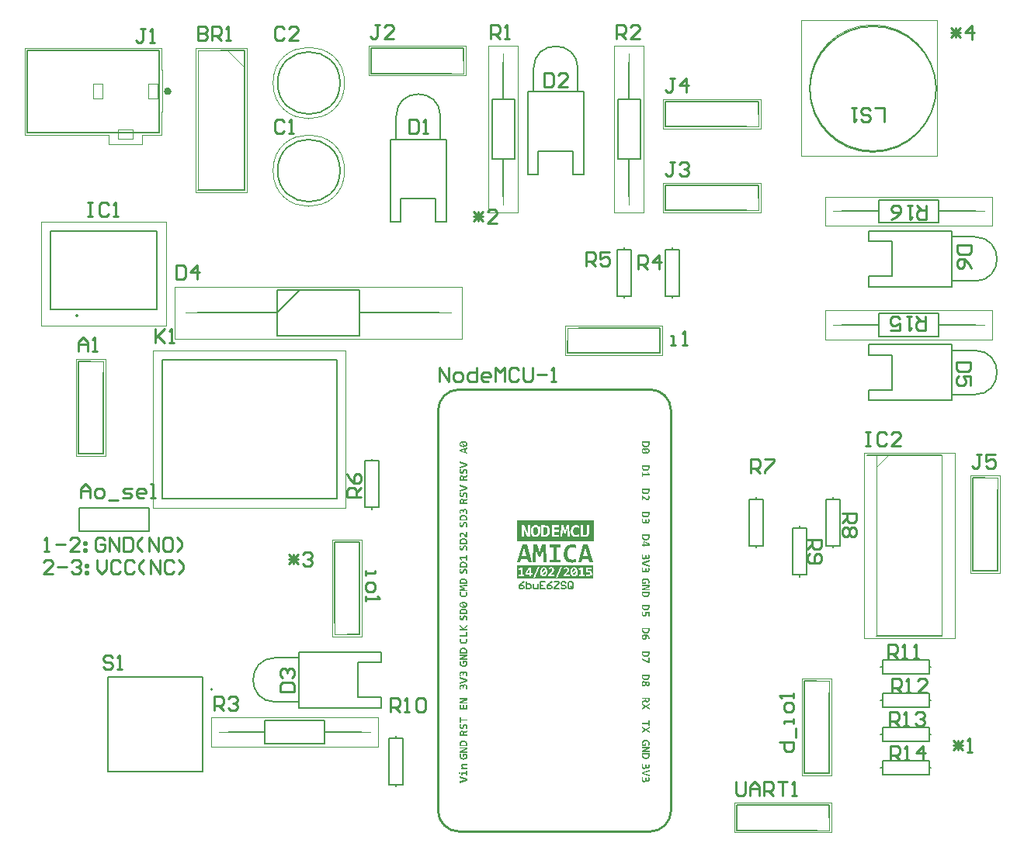
<source format=gto>
G04*
G04 #@! TF.GenerationSoftware,Altium Limited,Altium Designer,18.0.9 (584)*
G04*
G04 Layer_Color=65535*
%FSLAX44Y44*%
%MOMM*%
G71*
G01*
G75*
%ADD10C,0.2000*%
%ADD11C,0.1000*%
%ADD12C,0.1270*%
%ADD13C,0.4000*%
%ADD14C,0.2540*%
%ADD15C,0.1778*%
%ADD16C,0.0001*%
%ADD17C,0.0500*%
G36*
X876647Y654059D02*
X793576D01*
Y668497D01*
X876647D01*
Y654059D01*
D02*
G37*
G36*
X854780Y691506D02*
X854988D01*
X855162Y691471D01*
X855509Y691436D01*
X855925Y691367D01*
X856030D01*
X856134Y691332D01*
X856273D01*
X856655Y691263D01*
X857071Y691159D01*
X857106D01*
X857175Y691124D01*
X857280Y691089D01*
X857453Y691054D01*
X857835Y690950D01*
X858287Y690811D01*
Y687200D01*
X858217Y687235D01*
X858078Y687305D01*
X857835Y687409D01*
X857488Y687513D01*
X857141Y687652D01*
X856724Y687791D01*
X855856Y688034D01*
X855821D01*
X855648Y688068D01*
X855439Y688138D01*
X855162Y688173D01*
X854849Y688242D01*
X854502Y688277D01*
X853773Y688311D01*
X853530D01*
X853287Y688277D01*
X852974Y688242D01*
X852592Y688173D01*
X852176Y688103D01*
X851794Y687964D01*
X851412Y687791D01*
X851377Y687756D01*
X851238Y687686D01*
X851064Y687582D01*
X850856Y687443D01*
X850578Y687235D01*
X850335Y686992D01*
X850057Y686714D01*
X849814Y686402D01*
X849780Y686367D01*
X849710Y686228D01*
X849606Y686055D01*
X849467Y685811D01*
X849328Y685464D01*
X849155Y685117D01*
X849016Y684700D01*
X848877Y684249D01*
Y684180D01*
X848842Y684041D01*
X848807Y683798D01*
X848738Y683450D01*
X848703Y683068D01*
X848634Y682582D01*
X848599Y682096D01*
Y681541D01*
Y681471D01*
Y681263D01*
Y680985D01*
X848634Y680603D01*
X848669Y680152D01*
X848703Y679700D01*
X848877Y678728D01*
Y678659D01*
X848946Y678520D01*
X849016Y678277D01*
X849120Y677999D01*
X849259Y677652D01*
X849398Y677305D01*
X849606Y676957D01*
X849814Y676610D01*
X849849Y676575D01*
X849919Y676471D01*
X850092Y676332D01*
X850266Y676124D01*
X850509Y675916D01*
X850787Y675707D01*
X851099Y675499D01*
X851446Y675325D01*
X851481Y675291D01*
X851620Y675256D01*
X851828Y675187D01*
X852141Y675117D01*
X852488Y675013D01*
X852870Y674943D01*
X853356Y674909D01*
X853842Y674874D01*
X854155D01*
X854502Y674909D01*
X854884Y674943D01*
X854919D01*
X854988Y674978D01*
X855092D01*
X855266Y675013D01*
X855613Y675082D01*
X856030Y675187D01*
X856064D01*
X856134Y675221D01*
X856238Y675256D01*
X856412Y675291D01*
X856759Y675430D01*
X857175Y675568D01*
X857210D01*
X857280Y675603D01*
X857384Y675638D01*
X857523Y675707D01*
X857905Y675846D01*
X858287Y676020D01*
Y672617D01*
X858217Y672582D01*
X858078Y672548D01*
X857800Y672444D01*
X857488Y672339D01*
X857106Y672200D01*
X856655Y672062D01*
X855752Y671853D01*
X855682D01*
X855544Y671819D01*
X855300Y671784D01*
X854988Y671749D01*
X854641Y671680D01*
X854189Y671645D01*
X853738Y671610D01*
X852905D01*
X852523Y671645D01*
X852002Y671680D01*
X851446Y671749D01*
X850821Y671853D01*
X850162Y671992D01*
X849537Y672200D01*
X849467Y672235D01*
X849259Y672305D01*
X848981Y672478D01*
X848599Y672652D01*
X848183Y672930D01*
X847731Y673242D01*
X847280Y673624D01*
X846828Y674041D01*
X846794Y674110D01*
X846655Y674249D01*
X846446Y674527D01*
X846203Y674874D01*
X845926Y675325D01*
X845648Y675846D01*
X845405Y676402D01*
X845162Y677062D01*
Y677096D01*
X845127Y677131D01*
Y677235D01*
X845092Y677374D01*
X845023Y677548D01*
X844988Y677756D01*
X844884Y678277D01*
X844780Y678867D01*
X844710Y679596D01*
X844641Y680395D01*
X844606Y681263D01*
Y681298D01*
Y681367D01*
Y681506D01*
Y681680D01*
X844641Y681888D01*
Y682131D01*
X844676Y682721D01*
X844745Y683381D01*
X844849Y684110D01*
X844988Y684874D01*
X845196Y685603D01*
Y685638D01*
X845231Y685673D01*
X845266Y685777D01*
X845301Y685916D01*
X845439Y686263D01*
X845648Y686714D01*
X845891Y687235D01*
X846203Y687756D01*
X846551Y688311D01*
X846967Y688832D01*
X847037Y688902D01*
X847176Y689041D01*
X847419Y689284D01*
X847766Y689596D01*
X848183Y689909D01*
X848669Y690256D01*
X849189Y690568D01*
X849780Y690846D01*
X849814D01*
X849849Y690881D01*
X849953Y690916D01*
X850057Y690950D01*
X850405Y691054D01*
X850891Y691193D01*
X851412Y691332D01*
X852071Y691436D01*
X852766Y691506D01*
X853530Y691541D01*
X854328D01*
X854780Y691506D01*
D02*
G37*
G36*
X825995Y671888D02*
X822766D01*
X822419Y682825D01*
X822280Y687200D01*
X821342Y684249D01*
X819190Y677652D01*
X816898D01*
X814954Y684249D01*
X814155Y687200D01*
X814051Y682930D01*
X813704Y671888D01*
X810613D01*
X811586Y691263D01*
X815683D01*
X817384Y685742D01*
X818217Y682617D01*
X819051Y685534D01*
X820856Y691263D01*
X825058D01*
X825995Y671888D01*
D02*
G37*
G36*
X876724Y671888D02*
X872696D01*
X871620Y675707D01*
X864849Y675707D01*
X863738Y671888D01*
X860127D01*
X865891Y691263D01*
X870995Y691263D01*
X876724Y671888D01*
D02*
G37*
G36*
X841169Y688277D02*
X836898D01*
Y674909D01*
X841169D01*
Y671888D01*
X828912D01*
Y674909D01*
X833183D01*
Y688277D01*
X828912D01*
Y691263D01*
X841169D01*
Y688277D01*
D02*
G37*
G36*
X809919Y671888D02*
X805891D01*
X804815Y675707D01*
X798044D01*
X796933Y671888D01*
X793322D01*
X799086Y691263D01*
X804190D01*
X809919Y671888D01*
D02*
G37*
G36*
X877107Y717575D02*
Y694525D01*
X793576D01*
Y717575D01*
X877107D01*
D02*
G37*
G36*
X739220Y601412D02*
X735223Y598915D01*
X739220D01*
Y597326D01*
X730929D01*
Y598915D01*
X734718D01*
X730929Y601397D01*
Y603284D01*
X734896Y600461D01*
X739220Y603418D01*
Y601412D01*
D02*
G37*
G36*
Y590609D02*
X730929D01*
Y592199D01*
X737883D01*
Y595706D01*
X739220D01*
Y590609D01*
D02*
G37*
G36*
X738923Y588559D02*
X738938Y588499D01*
X738982Y588380D01*
X739027Y588247D01*
X739086Y588083D01*
X739146Y587890D01*
X739235Y587504D01*
Y587474D01*
X739250Y587415D01*
X739265Y587311D01*
X739279Y587177D01*
X739309Y587028D01*
X739324Y586835D01*
X739339Y586642D01*
Y586285D01*
X739324Y586122D01*
X739309Y585899D01*
X739279Y585661D01*
X739235Y585394D01*
X739175Y585112D01*
X739086Y584844D01*
X739071Y584814D01*
X739042Y584725D01*
X738967Y584606D01*
X738893Y584443D01*
X738774Y584264D01*
X738641Y584071D01*
X738477Y583878D01*
X738299Y583685D01*
X738269Y583670D01*
X738210Y583611D01*
X738091Y583521D01*
X737942Y583418D01*
X737749Y583299D01*
X737526Y583180D01*
X737288Y583076D01*
X737006Y582972D01*
X736991D01*
X736976Y582957D01*
X736932D01*
X736872Y582942D01*
X736798Y582912D01*
X736709Y582897D01*
X736486Y582853D01*
X736233Y582808D01*
X735921Y582779D01*
X735580Y582749D01*
X735208Y582734D01*
X735193D01*
X735163D01*
X735104D01*
X735030D01*
X734941Y582749D01*
X734837D01*
X734584Y582764D01*
X734302Y582793D01*
X733990Y582838D01*
X733663Y582897D01*
X733351Y582987D01*
X733336D01*
X733321Y583002D01*
X733276Y583016D01*
X733217Y583031D01*
X733068Y583091D01*
X732875Y583180D01*
X732652Y583284D01*
X732429Y583418D01*
X732192Y583566D01*
X731969Y583744D01*
X731939Y583774D01*
X731880Y583834D01*
X731776Y583938D01*
X731642Y584086D01*
X731508Y584264D01*
X731360Y584473D01*
X731226Y584695D01*
X731107Y584948D01*
Y584963D01*
X731092Y584978D01*
X731077Y585022D01*
X731062Y585067D01*
X731018Y585215D01*
X730958Y585424D01*
X730899Y585646D01*
X730854Y585929D01*
X730825Y586226D01*
X730810Y586553D01*
Y586894D01*
X730825Y587088D01*
Y587177D01*
X730839Y587251D01*
X730854Y587400D01*
X730884Y587578D01*
Y587623D01*
X730899Y587667D01*
Y587727D01*
X730929Y587890D01*
X730973Y588068D01*
Y588083D01*
X730988Y588113D01*
X731003Y588158D01*
X731018Y588232D01*
X731062Y588395D01*
X731122Y588588D01*
X732667D01*
X732652Y588559D01*
X732623Y588499D01*
X732578Y588395D01*
X732533Y588247D01*
X732474Y588098D01*
X732415Y587920D01*
X732311Y587548D01*
Y587533D01*
X732296Y587459D01*
X732266Y587370D01*
X732251Y587251D01*
X732221Y587117D01*
X732207Y586969D01*
X732192Y586657D01*
Y586553D01*
X732207Y586449D01*
X732221Y586315D01*
X732251Y586152D01*
X732281Y585973D01*
X732340Y585810D01*
X732415Y585646D01*
X732429Y585631D01*
X732459Y585572D01*
X732504Y585498D01*
X732563Y585409D01*
X732652Y585290D01*
X732756Y585186D01*
X732875Y585067D01*
X733009Y584963D01*
X733024Y584948D01*
X733083Y584918D01*
X733158Y584874D01*
X733262Y584814D01*
X733410Y584755D01*
X733559Y584680D01*
X733737Y584621D01*
X733930Y584562D01*
X733960D01*
X734019Y584547D01*
X734123Y584532D01*
X734272Y584502D01*
X734435Y584487D01*
X734643Y584458D01*
X734852Y584443D01*
X735089D01*
X735119D01*
X735208D01*
X735327D01*
X735490Y584458D01*
X735684Y584473D01*
X735877Y584487D01*
X736293Y584562D01*
X736322D01*
X736382Y584591D01*
X736486Y584621D01*
X736605Y584666D01*
X736753Y584725D01*
X736902Y584785D01*
X737051Y584874D01*
X737199Y584963D01*
X737214Y584978D01*
X737259Y585007D01*
X737318Y585082D01*
X737407Y585156D01*
X737496Y585260D01*
X737586Y585379D01*
X737675Y585513D01*
X737749Y585661D01*
X737764Y585676D01*
X737779Y585736D01*
X737808Y585825D01*
X737838Y585958D01*
X737883Y586107D01*
X737912Y586270D01*
X737927Y586479D01*
X737942Y586687D01*
Y586820D01*
X737927Y586969D01*
X737912Y587132D01*
Y587147D01*
X737898Y587177D01*
Y587221D01*
X737883Y587296D01*
X737853Y587444D01*
X737808Y587623D01*
Y587637D01*
X737794Y587667D01*
X737779Y587712D01*
X737764Y587786D01*
X737704Y587935D01*
X737645Y588113D01*
Y588128D01*
X737630Y588158D01*
X737615Y588202D01*
X737586Y588262D01*
X737526Y588425D01*
X737452Y588588D01*
X738908D01*
X738923Y588559D01*
D02*
G37*
G36*
X735416Y628733D02*
X735654Y628719D01*
X735936Y628689D01*
X736248Y628659D01*
X736560Y628600D01*
X736872Y628525D01*
X736887D01*
X736902Y628511D01*
X736947Y628496D01*
X737006Y628481D01*
X737155Y628436D01*
X737348Y628362D01*
X737556Y628273D01*
X737794Y628154D01*
X738016Y628020D01*
X738239Y627872D01*
X738269Y627857D01*
X738328Y627797D01*
X738432Y627708D01*
X738551Y627574D01*
X738685Y627426D01*
X738834Y627248D01*
X738967Y627039D01*
X739086Y626817D01*
X739101Y626787D01*
X739131Y626713D01*
X739175Y626579D01*
X739220Y626415D01*
X739279Y626207D01*
X739324Y625970D01*
X739354Y625702D01*
X739369Y625420D01*
Y625301D01*
X739354Y625167D01*
X739339Y625004D01*
X739309Y624796D01*
X739265Y624588D01*
X739205Y624365D01*
X739131Y624142D01*
X739116Y624112D01*
X739086Y624053D01*
X739027Y623934D01*
X738952Y623800D01*
X738834Y623652D01*
X738715Y623488D01*
X738551Y623310D01*
X738373Y623146D01*
X738343Y623132D01*
X738284Y623072D01*
X738165Y622998D01*
X738016Y622909D01*
X737823Y622805D01*
X737600Y622701D01*
X737333Y622597D01*
X737051Y622493D01*
X737036D01*
X737006Y622478D01*
X736961D01*
X736902Y622463D01*
X736828Y622448D01*
X736739Y622418D01*
X736501Y622389D01*
X736218Y622344D01*
X735892Y622299D01*
X735520Y622285D01*
X735119Y622270D01*
X735104D01*
X735074D01*
X735015D01*
X734941D01*
X734852D01*
X734747Y622285D01*
X734510Y622299D01*
X734227Y622329D01*
X733915Y622359D01*
X733603Y622418D01*
X733291Y622493D01*
X733276D01*
X733262Y622508D01*
X733217Y622522D01*
X733158Y622537D01*
X733009Y622582D01*
X732816Y622656D01*
X732608Y622745D01*
X732385Y622864D01*
X732162Y622983D01*
X731939Y623132D01*
X731909Y623146D01*
X731850Y623206D01*
X731746Y623295D01*
X731612Y623429D01*
X731479Y623577D01*
X731330Y623756D01*
X731196Y623964D01*
X731077Y624187D01*
X731062Y624216D01*
X731033Y624291D01*
X730988Y624424D01*
X730929Y624603D01*
X730869Y624811D01*
X730825Y625048D01*
X730795Y625316D01*
X730780Y625598D01*
Y625717D01*
X730795Y625851D01*
X730810Y626014D01*
X730839Y626207D01*
X730884Y626415D01*
X730944Y626638D01*
X731033Y626861D01*
X731048Y626891D01*
X731077Y626965D01*
X731137Y627069D01*
X731211Y627203D01*
X731315Y627366D01*
X731449Y627530D01*
X731612Y627693D01*
X731790Y627857D01*
X731820Y627872D01*
X731880Y627931D01*
X731999Y628005D01*
X732147Y628094D01*
X732340Y628199D01*
X732563Y628302D01*
X732816Y628421D01*
X733113Y628511D01*
X733128D01*
X733143Y628525D01*
X733187Y628540D01*
X733262Y628555D01*
X733336Y628570D01*
X733425Y628585D01*
X733648Y628629D01*
X733930Y628674D01*
X734272Y628719D01*
X734643Y628733D01*
X735045Y628748D01*
X735060D01*
X735089D01*
X735149D01*
X735223D01*
X735312D01*
X735416Y628733D01*
D02*
G37*
G36*
X735312Y621586D02*
X735550Y621571D01*
X735817Y621542D01*
X736115Y621497D01*
X736426Y621438D01*
X736724Y621348D01*
X736739D01*
X736753Y621334D01*
X736798Y621319D01*
X736857Y621304D01*
X737006Y621245D01*
X737184Y621170D01*
X737392Y621066D01*
X737630Y620932D01*
X737853Y620784D01*
X738076Y620606D01*
X738106Y620576D01*
X738165Y620516D01*
X738269Y620397D01*
X738388Y620249D01*
X738522Y620071D01*
X738670Y619848D01*
X738804Y619595D01*
X738923Y619313D01*
Y619298D01*
X738938Y619283D01*
X738952Y619239D01*
X738967Y619179D01*
X738997Y619090D01*
X739012Y619001D01*
X739071Y618778D01*
X739131Y618510D01*
X739175Y618184D01*
X739205Y617827D01*
X739220Y617426D01*
Y615331D01*
X730929D01*
Y618020D01*
X730944Y618124D01*
X730958Y618347D01*
X730988Y618614D01*
X731033Y618882D01*
X731092Y619164D01*
X731181Y619446D01*
Y619461D01*
X731196Y619476D01*
X731226Y619565D01*
X731285Y619699D01*
X731360Y619863D01*
X731464Y620056D01*
X731582Y620249D01*
X731731Y620442D01*
X731909Y620635D01*
X731924Y620650D01*
X731999Y620710D01*
X732103Y620799D01*
X732251Y620903D01*
X732429Y621022D01*
X732652Y621141D01*
X732890Y621245D01*
X733172Y621348D01*
X733187D01*
X733202Y621363D01*
X733247Y621378D01*
X733306Y621393D01*
X733380Y621408D01*
X733470Y621423D01*
X733678Y621482D01*
X733945Y621527D01*
X734257Y621557D01*
X734599Y621586D01*
X734970Y621601D01*
X734985D01*
X735015D01*
X735060D01*
X735134D01*
X735223D01*
X735312Y621586D01*
D02*
G37*
G36*
X736961Y614082D02*
X737125Y614068D01*
X737318Y614038D01*
X737511Y613993D01*
X737719Y613934D01*
X737912Y613845D01*
X737927Y613830D01*
X737987Y613800D01*
X738091Y613741D01*
X738195Y613666D01*
X738328Y613562D01*
X738462Y613443D01*
X738596Y613295D01*
X738730Y613131D01*
X738745Y613117D01*
X738789Y613057D01*
X738848Y612953D01*
X738908Y612834D01*
X738997Y612671D01*
X739071Y612492D01*
X739146Y612285D01*
X739220Y612062D01*
Y612032D01*
X739250Y611958D01*
X739265Y611824D01*
X739294Y611660D01*
X739324Y611452D01*
X739339Y611230D01*
X739369Y610977D01*
Y610472D01*
X739354Y610308D01*
Y610115D01*
X739339Y609907D01*
X739294Y609446D01*
Y609417D01*
X739279Y609342D01*
X739265Y609224D01*
X739235Y609075D01*
X739205Y608882D01*
X739161Y608689D01*
X739042Y608243D01*
X737496D01*
Y608258D01*
X737511Y608287D01*
X737526Y608347D01*
X737556Y608421D01*
X737615Y608614D01*
X737690Y608837D01*
Y608852D01*
X737704Y608897D01*
X737719Y608956D01*
X737749Y609045D01*
X737794Y609238D01*
X737853Y609476D01*
Y609491D01*
X737868Y609536D01*
Y609595D01*
X737883Y609684D01*
X737927Y609877D01*
X737957Y610115D01*
Y610174D01*
X737972Y610234D01*
Y610323D01*
X737987Y610516D01*
Y610903D01*
X737972Y611007D01*
X737957Y611244D01*
X737912Y611497D01*
Y611512D01*
X737898Y611556D01*
X737883Y611601D01*
X737853Y611675D01*
X737794Y611839D01*
X737704Y612002D01*
Y612017D01*
X737675Y612032D01*
X737615Y612121D01*
X737511Y612210D01*
X737392Y612299D01*
X737377D01*
X737363Y612314D01*
X737273Y612344D01*
X737140Y612374D01*
X736976Y612388D01*
X736961D01*
X736932D01*
X736872Y612374D01*
X736798D01*
X736635Y612314D01*
X736545Y612270D01*
X736471Y612210D01*
X736456Y612195D01*
X736441Y612180D01*
X736397Y612136D01*
X736352Y612091D01*
X736233Y611943D01*
X736115Y611750D01*
X736100Y611735D01*
X736085Y611705D01*
X736055Y611646D01*
X736011Y611556D01*
X735966Y611467D01*
X735921Y611348D01*
X735832Y611096D01*
Y611081D01*
X735802Y611036D01*
X735788Y610962D01*
X735743Y610858D01*
X735698Y610754D01*
X735654Y610620D01*
X735550Y610353D01*
Y610338D01*
X735520Y610293D01*
X735490Y610219D01*
X735446Y610115D01*
X735401Y610011D01*
X735342Y609877D01*
X735223Y609610D01*
X735208Y609595D01*
X735193Y609550D01*
X735149Y609476D01*
X735089Y609387D01*
X734941Y609179D01*
X734762Y608956D01*
X734747Y608941D01*
X734718Y608912D01*
X734658Y608852D01*
X734569Y608793D01*
X734480Y608718D01*
X734361Y608644D01*
X734109Y608495D01*
X734094D01*
X734034Y608466D01*
X733960Y608451D01*
X733856Y608421D01*
X733722Y608391D01*
X733559Y608362D01*
X733395Y608347D01*
X733202Y608332D01*
X733172D01*
X733113D01*
X733024Y608347D01*
X732905D01*
X732756Y608377D01*
X732608Y608406D01*
X732444Y608436D01*
X732281Y608495D01*
X732266Y608510D01*
X732207Y608525D01*
X732117Y608570D01*
X732013Y608629D01*
X731895Y608718D01*
X731761Y608807D01*
X731642Y608926D01*
X731508Y609060D01*
X731493Y609075D01*
X731449Y609134D01*
X731389Y609209D01*
X731315Y609328D01*
X731241Y609476D01*
X731152Y609640D01*
X731062Y609833D01*
X730988Y610041D01*
X730973Y610070D01*
X730958Y610145D01*
X730929Y610279D01*
X730884Y610442D01*
X730839Y610650D01*
X730810Y610903D01*
X730795Y611170D01*
X730780Y611482D01*
Y611631D01*
X730795Y611794D01*
X730810Y611987D01*
Y612032D01*
X730825Y612091D01*
Y612166D01*
X730839Y612329D01*
X730869Y612522D01*
Y612567D01*
X730884Y612626D01*
Y612686D01*
X730914Y612849D01*
X730958Y613027D01*
Y613072D01*
X730973Y613117D01*
X730988Y613176D01*
X731018Y613325D01*
X731048Y613488D01*
X732474D01*
Y613473D01*
X732459Y613458D01*
X732444Y613414D01*
X732429Y613354D01*
X732385Y613206D01*
X732340Y613042D01*
Y613027D01*
X732325Y612998D01*
Y612953D01*
X732311Y612894D01*
X732266Y612730D01*
X732236Y612537D01*
Y612522D01*
X732221Y612492D01*
Y612448D01*
X732207Y612374D01*
X732177Y612210D01*
X732147Y612017D01*
Y611973D01*
X732132Y611928D01*
Y611868D01*
X732117Y611705D01*
Y611378D01*
X732132Y611289D01*
X732147Y611066D01*
X732192Y610828D01*
Y610813D01*
X732207Y610784D01*
X732221Y610724D01*
X732236Y610665D01*
X732296Y610516D01*
X732370Y610368D01*
X732385Y610338D01*
X732444Y610264D01*
X732548Y610174D01*
X732667Y610100D01*
X732682D01*
X732697Y610085D01*
X732786Y610070D01*
X732905Y610041D01*
X733054Y610026D01*
X733068D01*
X733098D01*
X733143Y610041D01*
X733202D01*
X733351Y610100D01*
X733425Y610130D01*
X733499Y610189D01*
X733514Y610204D01*
X733529Y610219D01*
X733559Y610264D01*
X733603Y610308D01*
X733722Y610457D01*
X733841Y610650D01*
Y610665D01*
X733871Y610709D01*
X733901Y610769D01*
X733930Y610843D01*
X733975Y610947D01*
X734019Y611051D01*
X734123Y611304D01*
Y611319D01*
X734138Y611363D01*
X734168Y611437D01*
X734198Y611542D01*
X734242Y611646D01*
X734287Y611779D01*
X734391Y612047D01*
Y612062D01*
X734421Y612106D01*
X734450Y612195D01*
X734495Y612285D01*
X734539Y612403D01*
X734599Y612522D01*
X734733Y612790D01*
X734747Y612805D01*
X734762Y612849D01*
X734807Y612923D01*
X734866Y613013D01*
X735015Y613221D01*
X735208Y613443D01*
X735223Y613458D01*
X735253Y613488D01*
X735312Y613548D01*
X735386Y613622D01*
X735475Y613696D01*
X735594Y613770D01*
X735847Y613919D01*
X735862Y613934D01*
X735907Y613949D01*
X735996Y613978D01*
X736100Y614008D01*
X736218Y614038D01*
X736367Y614068D01*
X736545Y614097D01*
X736724D01*
X736753D01*
X736843D01*
X736961Y614082D01*
D02*
G37*
G36*
X739220Y673912D02*
X737838D01*
Y676021D01*
X732519D01*
X733529Y674179D01*
X732266Y673674D01*
X730869Y676304D01*
Y677611D01*
X737838D01*
Y679439D01*
X739220D01*
Y673912D01*
D02*
G37*
G36*
X735312Y672604D02*
X735550Y672589D01*
X735817Y672559D01*
X736115Y672515D01*
X736426Y672455D01*
X736724Y672366D01*
X736739D01*
X736753Y672351D01*
X736798Y672336D01*
X736857Y672322D01*
X737006Y672262D01*
X737184Y672188D01*
X737392Y672084D01*
X737630Y671950D01*
X737853Y671802D01*
X738076Y671623D01*
X738106Y671593D01*
X738165Y671534D01*
X738269Y671415D01*
X738388Y671267D01*
X738522Y671088D01*
X738670Y670865D01*
X738804Y670613D01*
X738923Y670331D01*
Y670316D01*
X738938Y670301D01*
X738952Y670256D01*
X738967Y670197D01*
X738997Y670108D01*
X739012Y670018D01*
X739071Y669796D01*
X739131Y669528D01*
X739175Y669201D01*
X739205Y668845D01*
X739220Y668443D01*
Y666348D01*
X730929D01*
Y669038D01*
X730944Y669142D01*
X730958Y669365D01*
X730988Y669632D01*
X731033Y669900D01*
X731092Y670182D01*
X731181Y670464D01*
Y670479D01*
X731196Y670494D01*
X731226Y670583D01*
X731285Y670717D01*
X731360Y670880D01*
X731464Y671073D01*
X731582Y671267D01*
X731731Y671460D01*
X731909Y671653D01*
X731924Y671668D01*
X731999Y671727D01*
X732103Y671816D01*
X732251Y671920D01*
X732429Y672039D01*
X732652Y672158D01*
X732890Y672262D01*
X733172Y672366D01*
X733187D01*
X733202Y672381D01*
X733247Y672396D01*
X733306Y672411D01*
X733380Y672426D01*
X733470Y672440D01*
X733678Y672500D01*
X733945Y672544D01*
X734257Y672574D01*
X734599Y672604D01*
X734970Y672619D01*
X734985D01*
X735015D01*
X735060D01*
X735134D01*
X735223D01*
X735312Y672604D01*
D02*
G37*
G36*
X736961Y665100D02*
X737125Y665085D01*
X737318Y665055D01*
X737511Y665011D01*
X737719Y664951D01*
X737912Y664862D01*
X737927Y664847D01*
X737987Y664818D01*
X738091Y664758D01*
X738195Y664684D01*
X738328Y664580D01*
X738462Y664461D01*
X738596Y664313D01*
X738730Y664149D01*
X738745Y664134D01*
X738789Y664075D01*
X738848Y663971D01*
X738908Y663852D01*
X738997Y663689D01*
X739071Y663510D01*
X739146Y663302D01*
X739220Y663079D01*
Y663050D01*
X739250Y662975D01*
X739265Y662841D01*
X739294Y662678D01*
X739324Y662470D01*
X739339Y662247D01*
X739369Y661995D01*
Y661489D01*
X739354Y661326D01*
Y661133D01*
X739339Y660925D01*
X739294Y660464D01*
Y660434D01*
X739279Y660360D01*
X739265Y660241D01*
X739235Y660093D01*
X739205Y659899D01*
X739161Y659706D01*
X739042Y659260D01*
X737496D01*
Y659275D01*
X737511Y659305D01*
X737526Y659364D01*
X737556Y659439D01*
X737615Y659632D01*
X737690Y659855D01*
Y659870D01*
X737704Y659914D01*
X737719Y659974D01*
X737749Y660063D01*
X737794Y660256D01*
X737853Y660494D01*
Y660509D01*
X737868Y660553D01*
Y660613D01*
X737883Y660702D01*
X737927Y660895D01*
X737957Y661133D01*
Y661192D01*
X737972Y661252D01*
Y661341D01*
X737987Y661534D01*
Y661920D01*
X737972Y662024D01*
X737957Y662262D01*
X737912Y662515D01*
Y662530D01*
X737898Y662574D01*
X737883Y662619D01*
X737853Y662693D01*
X737794Y662856D01*
X737704Y663020D01*
Y663035D01*
X737675Y663050D01*
X737615Y663139D01*
X737511Y663228D01*
X737392Y663317D01*
X737377D01*
X737363Y663332D01*
X737273Y663362D01*
X737140Y663391D01*
X736976Y663406D01*
X736961D01*
X736932D01*
X736872Y663391D01*
X736798D01*
X736635Y663332D01*
X736545Y663287D01*
X736471Y663228D01*
X736456Y663213D01*
X736441Y663198D01*
X736397Y663154D01*
X736352Y663109D01*
X736233Y662960D01*
X736115Y662767D01*
X736100Y662752D01*
X736085Y662723D01*
X736055Y662663D01*
X736011Y662574D01*
X735966Y662485D01*
X735921Y662366D01*
X735832Y662113D01*
Y662099D01*
X735802Y662054D01*
X735788Y661980D01*
X735743Y661876D01*
X735698Y661772D01*
X735654Y661638D01*
X735550Y661370D01*
Y661356D01*
X735520Y661311D01*
X735490Y661237D01*
X735446Y661133D01*
X735401Y661029D01*
X735342Y660895D01*
X735223Y660628D01*
X735208Y660613D01*
X735193Y660568D01*
X735149Y660494D01*
X735089Y660405D01*
X734941Y660197D01*
X734762Y659974D01*
X734747Y659959D01*
X734718Y659929D01*
X734658Y659870D01*
X734569Y659810D01*
X734480Y659736D01*
X734361Y659662D01*
X734109Y659513D01*
X734094D01*
X734034Y659483D01*
X733960Y659469D01*
X733856Y659439D01*
X733722Y659409D01*
X733559Y659379D01*
X733395Y659364D01*
X733202Y659350D01*
X733172D01*
X733113D01*
X733024Y659364D01*
X732905D01*
X732756Y659394D01*
X732608Y659424D01*
X732444Y659454D01*
X732281Y659513D01*
X732266Y659528D01*
X732207Y659543D01*
X732117Y659587D01*
X732013Y659647D01*
X731895Y659736D01*
X731761Y659825D01*
X731642Y659944D01*
X731508Y660078D01*
X731493Y660093D01*
X731449Y660152D01*
X731389Y660226D01*
X731315Y660345D01*
X731241Y660494D01*
X731152Y660657D01*
X731062Y660850D01*
X730988Y661058D01*
X730973Y661088D01*
X730958Y661162D01*
X730929Y661296D01*
X730884Y661460D01*
X730839Y661668D01*
X730810Y661920D01*
X730795Y662188D01*
X730780Y662500D01*
Y662648D01*
X730795Y662812D01*
X730810Y663005D01*
Y663050D01*
X730825Y663109D01*
Y663183D01*
X730839Y663347D01*
X730869Y663540D01*
Y663585D01*
X730884Y663644D01*
Y663703D01*
X730914Y663867D01*
X730958Y664045D01*
Y664090D01*
X730973Y664134D01*
X730988Y664194D01*
X731018Y664342D01*
X731048Y664506D01*
X732474D01*
Y664491D01*
X732459Y664476D01*
X732444Y664431D01*
X732429Y664372D01*
X732385Y664223D01*
X732340Y664060D01*
Y664045D01*
X732325Y664015D01*
Y663971D01*
X732311Y663911D01*
X732266Y663748D01*
X732236Y663555D01*
Y663540D01*
X732221Y663510D01*
Y663466D01*
X732207Y663391D01*
X732177Y663228D01*
X732147Y663035D01*
Y662990D01*
X732132Y662945D01*
Y662886D01*
X732117Y662723D01*
Y662396D01*
X732132Y662307D01*
X732147Y662084D01*
X732192Y661846D01*
Y661831D01*
X732207Y661801D01*
X732221Y661742D01*
X732236Y661683D01*
X732296Y661534D01*
X732370Y661385D01*
X732385Y661356D01*
X732444Y661281D01*
X732548Y661192D01*
X732667Y661118D01*
X732682D01*
X732697Y661103D01*
X732786Y661088D01*
X732905Y661058D01*
X733054Y661044D01*
X733068D01*
X733098D01*
X733143Y661058D01*
X733202D01*
X733351Y661118D01*
X733425Y661148D01*
X733499Y661207D01*
X733514Y661222D01*
X733529Y661237D01*
X733559Y661281D01*
X733603Y661326D01*
X733722Y661475D01*
X733841Y661668D01*
Y661683D01*
X733871Y661727D01*
X733901Y661786D01*
X733930Y661861D01*
X733975Y661965D01*
X734019Y662069D01*
X734123Y662321D01*
Y662336D01*
X734138Y662381D01*
X734168Y662455D01*
X734198Y662559D01*
X734242Y662663D01*
X734287Y662797D01*
X734391Y663064D01*
Y663079D01*
X734421Y663124D01*
X734450Y663213D01*
X734495Y663302D01*
X734539Y663421D01*
X734599Y663540D01*
X734733Y663807D01*
X734747Y663822D01*
X734762Y663867D01*
X734807Y663941D01*
X734866Y664030D01*
X735015Y664238D01*
X735208Y664461D01*
X735223Y664476D01*
X735253Y664506D01*
X735312Y664565D01*
X735386Y664640D01*
X735475Y664714D01*
X735594Y664788D01*
X735847Y664937D01*
X735862Y664951D01*
X735907Y664966D01*
X735996Y664996D01*
X736100Y665026D01*
X736218Y665055D01*
X736367Y665085D01*
X736545Y665115D01*
X736724D01*
X736753D01*
X736843D01*
X736961Y665100D01*
D02*
G37*
G36*
X739220Y699272D02*
X738091D01*
X736115Y701218D01*
X736085Y701248D01*
X736025Y701307D01*
X735921Y701411D01*
X735788Y701545D01*
X735639Y701679D01*
X735475Y701827D01*
X735312Y701976D01*
X735163Y702110D01*
X735149Y702125D01*
X735089Y702169D01*
X735015Y702229D01*
X734926Y702303D01*
X734688Y702466D01*
X734450Y702615D01*
X734435Y702630D01*
X734391Y702645D01*
X734331Y702674D01*
X734257Y702719D01*
X734079Y702808D01*
X733871Y702868D01*
X733856D01*
X733826Y702883D01*
X733767D01*
X733707Y702897D01*
X733529Y702912D01*
X733321Y702927D01*
X733306D01*
X733276D01*
X733232D01*
X733172Y702912D01*
X733039Y702897D01*
X732875Y702838D01*
X732860D01*
X732846Y702823D01*
X732756Y702778D01*
X732637Y702719D01*
X732519Y702615D01*
X732504D01*
X732489Y702585D01*
X732429Y702526D01*
X732340Y702407D01*
X732266Y702258D01*
Y702244D01*
X732251Y702214D01*
X732236Y702169D01*
X732207Y702110D01*
X732177Y701946D01*
X732162Y701738D01*
Y701649D01*
X732177Y701560D01*
X732192Y701441D01*
X732221Y701307D01*
X732251Y701144D01*
X732311Y700995D01*
X732385Y700832D01*
X732400Y700817D01*
X732429Y700758D01*
X732474Y700683D01*
X732533Y700579D01*
X732608Y700461D01*
X732712Y700327D01*
X732816Y700178D01*
X732950Y700044D01*
X731895Y699227D01*
X731865Y699257D01*
X731805Y699316D01*
X731716Y699435D01*
X731597Y699584D01*
X731479Y699762D01*
X731345Y699955D01*
X731211Y700193D01*
X731092Y700431D01*
Y700446D01*
X731077Y700461D01*
X731048Y700550D01*
X730988Y700683D01*
X730929Y700876D01*
X730884Y701085D01*
X730825Y701337D01*
X730795Y701619D01*
X730780Y701902D01*
Y702006D01*
X730795Y702125D01*
Y702273D01*
X730825Y702437D01*
X730854Y702630D01*
X730884Y702808D01*
X730944Y703001D01*
Y703031D01*
X730973Y703091D01*
X731003Y703180D01*
X731062Y703298D01*
X731122Y703432D01*
X731196Y703566D01*
X731300Y703715D01*
X731404Y703848D01*
X731419Y703863D01*
X731464Y703908D01*
X731523Y703967D01*
X731612Y704056D01*
X731716Y704146D01*
X731850Y704235D01*
X731999Y704324D01*
X732162Y704398D01*
X732177Y704413D01*
X732236Y704428D01*
X732340Y704457D01*
X732459Y704502D01*
X732623Y704547D01*
X732801Y704576D01*
X732994Y704591D01*
X733217Y704606D01*
X733232D01*
X733306D01*
X733395D01*
X733529Y704591D01*
X733663Y704576D01*
X733826Y704547D01*
X734153Y704472D01*
X734168D01*
X734227Y704443D01*
X734302Y704413D01*
X734406Y704368D01*
X734539Y704309D01*
X734673Y704249D01*
X734985Y704071D01*
X735000Y704056D01*
X735060Y704027D01*
X735134Y703967D01*
X735238Y703893D01*
X735357Y703804D01*
X735505Y703700D01*
X735802Y703447D01*
X735817Y703432D01*
X735877Y703388D01*
X735951Y703313D01*
X736055Y703209D01*
X736189Y703091D01*
X736322Y702942D01*
X736486Y702793D01*
X736649Y702615D01*
X737794Y701411D01*
Y704903D01*
X739220D01*
Y699272D01*
D02*
G37*
G36*
X735312Y698113D02*
X735550Y698098D01*
X735817Y698068D01*
X736115Y698024D01*
X736426Y697964D01*
X736724Y697875D01*
X736739D01*
X736753Y697860D01*
X736798Y697845D01*
X736857Y697830D01*
X737006Y697771D01*
X737184Y697697D01*
X737392Y697593D01*
X737630Y697459D01*
X737853Y697310D01*
X738076Y697132D01*
X738106Y697102D01*
X738165Y697043D01*
X738269Y696924D01*
X738388Y696775D01*
X738522Y696597D01*
X738670Y696374D01*
X738804Y696122D01*
X738923Y695839D01*
Y695825D01*
X738938Y695810D01*
X738952Y695765D01*
X738967Y695706D01*
X738997Y695616D01*
X739012Y695527D01*
X739071Y695304D01*
X739131Y695037D01*
X739175Y694710D01*
X739205Y694353D01*
X739220Y693952D01*
Y691857D01*
X730929D01*
Y694547D01*
X730944Y694651D01*
X730958Y694874D01*
X730988Y695141D01*
X731033Y695408D01*
X731092Y695691D01*
X731181Y695973D01*
Y695988D01*
X731196Y696003D01*
X731226Y696092D01*
X731285Y696226D01*
X731360Y696389D01*
X731464Y696582D01*
X731582Y696775D01*
X731731Y696969D01*
X731909Y697162D01*
X731924Y697177D01*
X731999Y697236D01*
X732103Y697325D01*
X732251Y697429D01*
X732429Y697548D01*
X732652Y697667D01*
X732890Y697771D01*
X733172Y697875D01*
X733187D01*
X733202Y697890D01*
X733247Y697905D01*
X733306Y697920D01*
X733380Y697934D01*
X733470Y697949D01*
X733678Y698009D01*
X733945Y698053D01*
X734257Y698083D01*
X734599Y698113D01*
X734970Y698128D01*
X734985D01*
X735015D01*
X735060D01*
X735134D01*
X735223D01*
X735312Y698113D01*
D02*
G37*
G36*
X736961Y690609D02*
X737125Y690594D01*
X737318Y690564D01*
X737511Y690520D01*
X737719Y690460D01*
X737912Y690371D01*
X737927Y690356D01*
X737987Y690327D01*
X738091Y690267D01*
X738195Y690193D01*
X738328Y690089D01*
X738462Y689970D01*
X738596Y689821D01*
X738730Y689658D01*
X738745Y689643D01*
X738789Y689584D01*
X738848Y689480D01*
X738908Y689361D01*
X738997Y689197D01*
X739071Y689019D01*
X739146Y688811D01*
X739220Y688588D01*
Y688558D01*
X739250Y688484D01*
X739265Y688350D01*
X739294Y688187D01*
X739324Y687979D01*
X739339Y687756D01*
X739369Y687503D01*
Y686998D01*
X739354Y686835D01*
Y686642D01*
X739339Y686434D01*
X739294Y685973D01*
Y685943D01*
X739279Y685869D01*
X739265Y685750D01*
X739235Y685602D01*
X739205Y685408D01*
X739161Y685215D01*
X739042Y684769D01*
X737496D01*
Y684784D01*
X737511Y684814D01*
X737526Y684873D01*
X737556Y684948D01*
X737615Y685141D01*
X737690Y685364D01*
Y685379D01*
X737704Y685423D01*
X737719Y685483D01*
X737749Y685572D01*
X737794Y685765D01*
X737853Y686003D01*
Y686018D01*
X737868Y686062D01*
Y686122D01*
X737883Y686211D01*
X737927Y686404D01*
X737957Y686642D01*
Y686701D01*
X737972Y686760D01*
Y686850D01*
X737987Y687043D01*
Y687429D01*
X737972Y687533D01*
X737957Y687771D01*
X737912Y688024D01*
Y688038D01*
X737898Y688083D01*
X737883Y688128D01*
X737853Y688202D01*
X737794Y688365D01*
X737704Y688529D01*
Y688544D01*
X737675Y688558D01*
X737615Y688648D01*
X737511Y688737D01*
X737392Y688826D01*
X737377D01*
X737363Y688841D01*
X737273Y688870D01*
X737140Y688900D01*
X736976Y688915D01*
X736961D01*
X736932D01*
X736872Y688900D01*
X736798D01*
X736635Y688841D01*
X736545Y688796D01*
X736471Y688737D01*
X736456Y688722D01*
X736441Y688707D01*
X736397Y688662D01*
X736352Y688618D01*
X736233Y688469D01*
X736115Y688276D01*
X736100Y688261D01*
X736085Y688232D01*
X736055Y688172D01*
X736011Y688083D01*
X735966Y687994D01*
X735921Y687875D01*
X735832Y687622D01*
Y687607D01*
X735802Y687563D01*
X735788Y687489D01*
X735743Y687385D01*
X735698Y687281D01*
X735654Y687147D01*
X735550Y686879D01*
Y686864D01*
X735520Y686820D01*
X735490Y686746D01*
X735446Y686642D01*
X735401Y686538D01*
X735342Y686404D01*
X735223Y686136D01*
X735208Y686122D01*
X735193Y686077D01*
X735149Y686003D01*
X735089Y685913D01*
X734941Y685705D01*
X734762Y685483D01*
X734747Y685468D01*
X734718Y685438D01*
X734658Y685379D01*
X734569Y685319D01*
X734480Y685245D01*
X734361Y685171D01*
X734109Y685022D01*
X734094D01*
X734034Y684992D01*
X733960Y684977D01*
X733856Y684948D01*
X733722Y684918D01*
X733559Y684888D01*
X733395Y684873D01*
X733202Y684858D01*
X733172D01*
X733113D01*
X733024Y684873D01*
X732905D01*
X732756Y684903D01*
X732608Y684933D01*
X732444Y684962D01*
X732281Y685022D01*
X732266Y685037D01*
X732207Y685052D01*
X732117Y685096D01*
X732013Y685156D01*
X731895Y685245D01*
X731761Y685334D01*
X731642Y685453D01*
X731508Y685587D01*
X731493Y685602D01*
X731449Y685661D01*
X731389Y685735D01*
X731315Y685854D01*
X731241Y686003D01*
X731152Y686166D01*
X731062Y686359D01*
X730988Y686567D01*
X730973Y686597D01*
X730958Y686671D01*
X730929Y686805D01*
X730884Y686969D01*
X730839Y687177D01*
X730810Y687429D01*
X730795Y687697D01*
X730780Y688009D01*
Y688157D01*
X730795Y688321D01*
X730810Y688514D01*
Y688558D01*
X730825Y688618D01*
Y688692D01*
X730839Y688856D01*
X730869Y689049D01*
Y689093D01*
X730884Y689153D01*
Y689212D01*
X730914Y689376D01*
X730958Y689554D01*
Y689598D01*
X730973Y689643D01*
X730988Y689703D01*
X731018Y689851D01*
X731048Y690015D01*
X732474D01*
Y690000D01*
X732459Y689985D01*
X732444Y689940D01*
X732429Y689881D01*
X732385Y689732D01*
X732340Y689569D01*
Y689554D01*
X732325Y689524D01*
Y689480D01*
X732311Y689420D01*
X732266Y689257D01*
X732236Y689064D01*
Y689049D01*
X732221Y689019D01*
Y688975D01*
X732207Y688900D01*
X732177Y688737D01*
X732147Y688544D01*
Y688499D01*
X732132Y688454D01*
Y688395D01*
X732117Y688232D01*
Y687905D01*
X732132Y687815D01*
X732147Y687593D01*
X732192Y687355D01*
Y687340D01*
X732207Y687310D01*
X732221Y687251D01*
X732236Y687191D01*
X732296Y687043D01*
X732370Y686894D01*
X732385Y686864D01*
X732444Y686790D01*
X732548Y686701D01*
X732667Y686627D01*
X732682D01*
X732697Y686612D01*
X732786Y686597D01*
X732905Y686567D01*
X733054Y686552D01*
X733068D01*
X733098D01*
X733143Y686567D01*
X733202D01*
X733351Y686627D01*
X733425Y686656D01*
X733499Y686716D01*
X733514Y686731D01*
X733529Y686746D01*
X733559Y686790D01*
X733603Y686835D01*
X733722Y686983D01*
X733841Y687177D01*
Y687191D01*
X733871Y687236D01*
X733901Y687295D01*
X733930Y687370D01*
X733975Y687474D01*
X734019Y687578D01*
X734123Y687830D01*
Y687845D01*
X734138Y687890D01*
X734168Y687964D01*
X734198Y688068D01*
X734242Y688172D01*
X734287Y688306D01*
X734391Y688573D01*
Y688588D01*
X734421Y688633D01*
X734450Y688722D01*
X734495Y688811D01*
X734539Y688930D01*
X734599Y689049D01*
X734733Y689316D01*
X734747Y689331D01*
X734762Y689376D01*
X734807Y689450D01*
X734866Y689539D01*
X735015Y689747D01*
X735208Y689970D01*
X735223Y689985D01*
X735253Y690015D01*
X735312Y690074D01*
X735386Y690148D01*
X735475Y690223D01*
X735594Y690297D01*
X735847Y690445D01*
X735862Y690460D01*
X735907Y690475D01*
X735996Y690505D01*
X736100Y690535D01*
X736218Y690564D01*
X736367Y690594D01*
X736545Y690624D01*
X736724D01*
X736753D01*
X736843D01*
X736961Y690609D01*
D02*
G37*
G36*
X736932Y730412D02*
X737080Y730397D01*
X737244Y730368D01*
X737422Y730323D01*
X737615Y730264D01*
X737808Y730189D01*
X737823Y730174D01*
X737883Y730145D01*
X737987Y730100D01*
X738091Y730026D01*
X738224Y729922D01*
X738373Y729803D01*
X738522Y729654D01*
X738655Y729491D01*
X738670Y729476D01*
X738715Y729402D01*
X738774Y729298D01*
X738848Y729164D01*
X738938Y728986D01*
X739012Y728792D01*
X739101Y728555D01*
X739175Y728302D01*
Y728272D01*
X739190Y728228D01*
X739205Y728183D01*
X739235Y728020D01*
X739265Y727827D01*
X739294Y727574D01*
X739324Y727292D01*
X739339Y726965D01*
X739354Y726608D01*
Y726326D01*
X739339Y726162D01*
Y726073D01*
X739324Y726014D01*
Y725865D01*
X739309Y725687D01*
Y725598D01*
X739294Y725538D01*
X739279Y725390D01*
X739265Y725226D01*
Y725197D01*
X739250Y725093D01*
X739235Y724974D01*
X739220Y724840D01*
X737868D01*
Y724855D01*
X737883Y724914D01*
X737898Y724989D01*
X737912Y725093D01*
X737942Y725226D01*
X737957Y725375D01*
X737987Y725538D01*
X738002Y725717D01*
Y725806D01*
X738016Y725910D01*
Y726044D01*
X738031Y726192D01*
Y726370D01*
X738046Y726564D01*
Y726950D01*
X738031Y727084D01*
Y727217D01*
X738016Y727366D01*
X737972Y727663D01*
Y727678D01*
X737957Y727723D01*
X737927Y727797D01*
X737912Y727886D01*
X737823Y728094D01*
X737719Y728302D01*
X737704Y728317D01*
X737690Y728347D01*
X737600Y728451D01*
X737467Y728570D01*
X737303Y728674D01*
X737288D01*
X737259Y728689D01*
X737199Y728718D01*
X737140Y728733D01*
X736961Y728778D01*
X736739Y728792D01*
X736724D01*
X736694D01*
X736635D01*
X736575Y728778D01*
X736412Y728733D01*
X736248Y728659D01*
X736233D01*
X736204Y728644D01*
X736115Y728570D01*
X735996Y728451D01*
X735877Y728287D01*
X735862Y728272D01*
X735847Y728243D01*
X735817Y728198D01*
X735788Y728124D01*
X735743Y728035D01*
X735698Y727931D01*
X735654Y727797D01*
X735624Y727663D01*
Y727648D01*
X735609Y727589D01*
X735594Y727515D01*
X735580Y727411D01*
X735565Y727277D01*
X735550Y727113D01*
X735535Y726950D01*
Y725836D01*
X734361D01*
Y726846D01*
X734346Y726950D01*
Y727084D01*
X734316Y727217D01*
X734302Y727351D01*
X734272Y727485D01*
Y727500D01*
X734257Y727544D01*
X734227Y727604D01*
X734198Y727678D01*
X734109Y727841D01*
X734005Y728005D01*
X733990Y728020D01*
X733975Y728035D01*
X733901Y728109D01*
X733767Y728213D01*
X733618Y728287D01*
X733603D01*
X733574Y728302D01*
X733529Y728317D01*
X733470Y728332D01*
X733321Y728362D01*
X733143Y728376D01*
X733113D01*
X733054D01*
X732964Y728362D01*
X732846Y728332D01*
X732727Y728287D01*
X732593Y728228D01*
X732459Y728154D01*
X732355Y728035D01*
X732340Y728020D01*
X732311Y727975D01*
X732266Y727901D01*
X732221Y727782D01*
X732177Y727648D01*
X732132Y727470D01*
X732103Y727262D01*
X732088Y727024D01*
Y726846D01*
X732103Y726712D01*
X732117Y726564D01*
X732132Y726400D01*
X732192Y726044D01*
Y726029D01*
X732207Y725969D01*
X732236Y725865D01*
X732266Y725746D01*
X732296Y725598D01*
X732340Y725434D01*
X732444Y725063D01*
X731137D01*
Y725078D01*
X731122Y725107D01*
X731107Y725167D01*
X731077Y725241D01*
X731033Y725405D01*
X730988Y725598D01*
Y725613D01*
X730973Y725642D01*
X730958Y725702D01*
X730944Y725761D01*
X730899Y725925D01*
X730869Y726118D01*
Y726133D01*
X730854Y726162D01*
Y726222D01*
X730839Y726281D01*
X730825Y726445D01*
X730810Y726638D01*
Y726683D01*
X730795Y726742D01*
Y726816D01*
X730780Y726995D01*
Y727440D01*
X730795Y727604D01*
X730810Y727797D01*
X730839Y727990D01*
X730884Y728198D01*
X730929Y728391D01*
Y728421D01*
X730958Y728481D01*
X730988Y728570D01*
X731033Y728703D01*
X731092Y728837D01*
X731166Y728986D01*
X731256Y729134D01*
X731360Y729268D01*
X731375Y729283D01*
X731404Y729327D01*
X731464Y729387D01*
X731538Y729476D01*
X731642Y729550D01*
X731746Y729640D01*
X731880Y729729D01*
X732013Y729803D01*
X732028Y729818D01*
X732088Y729833D01*
X732162Y729862D01*
X732266Y729892D01*
X732400Y729922D01*
X732533Y729951D01*
X732697Y729981D01*
X732875D01*
X732890D01*
X732905D01*
X732994D01*
X733143Y729966D01*
X733306Y729937D01*
X733514Y729892D01*
X733707Y729833D01*
X733915Y729743D01*
X734109Y729625D01*
X734123Y729610D01*
X734183Y729565D01*
X734272Y729491D01*
X734376Y729372D01*
X734480Y729238D01*
X734599Y729075D01*
X734718Y728882D01*
X734822Y728659D01*
Y728674D01*
X734837Y728733D01*
X734852Y728807D01*
X734866Y728896D01*
X734896Y729015D01*
X734941Y729134D01*
X735045Y729387D01*
Y729402D01*
X735074Y729446D01*
X735104Y729506D01*
X735149Y729580D01*
X735282Y729758D01*
X735446Y729937D01*
X735461Y729951D01*
X735490Y729981D01*
X735535Y730026D01*
X735609Y730070D01*
X735684Y730130D01*
X735788Y730189D01*
X736011Y730293D01*
X736025D01*
X736070Y730308D01*
X736129Y730338D01*
X736218Y730368D01*
X736322Y730382D01*
X736441Y730412D01*
X736709Y730427D01*
X736739D01*
X736813D01*
X736932Y730412D01*
D02*
G37*
G36*
X735312Y723622D02*
X735550Y723607D01*
X735817Y723577D01*
X736115Y723532D01*
X736426Y723473D01*
X736724Y723384D01*
X736739D01*
X736753Y723369D01*
X736798Y723354D01*
X736857Y723339D01*
X737006Y723280D01*
X737184Y723205D01*
X737392Y723102D01*
X737630Y722968D01*
X737853Y722819D01*
X738076Y722641D01*
X738106Y722611D01*
X738165Y722552D01*
X738269Y722433D01*
X738388Y722284D01*
X738522Y722106D01*
X738670Y721883D01*
X738804Y721630D01*
X738923Y721348D01*
Y721333D01*
X738938Y721318D01*
X738952Y721274D01*
X738967Y721214D01*
X738997Y721125D01*
X739012Y721036D01*
X739071Y720813D01*
X739131Y720546D01*
X739175Y720219D01*
X739205Y719862D01*
X739220Y719461D01*
Y717366D01*
X730929D01*
Y720055D01*
X730944Y720159D01*
X730958Y720382D01*
X730988Y720650D01*
X731033Y720917D01*
X731092Y721200D01*
X731181Y721482D01*
Y721497D01*
X731196Y721512D01*
X731226Y721601D01*
X731285Y721734D01*
X731360Y721898D01*
X731464Y722091D01*
X731582Y722284D01*
X731731Y722477D01*
X731909Y722671D01*
X731924Y722685D01*
X731999Y722745D01*
X732103Y722834D01*
X732251Y722938D01*
X732429Y723057D01*
X732652Y723176D01*
X732890Y723280D01*
X733172Y723384D01*
X733187D01*
X733202Y723399D01*
X733247Y723414D01*
X733306Y723428D01*
X733380Y723443D01*
X733470Y723458D01*
X733678Y723518D01*
X733945Y723562D01*
X734257Y723592D01*
X734599Y723622D01*
X734970Y723636D01*
X734985D01*
X735015D01*
X735060D01*
X735134D01*
X735223D01*
X735312Y723622D01*
D02*
G37*
G36*
X736961Y716118D02*
X737125Y716103D01*
X737318Y716073D01*
X737511Y716029D01*
X737719Y715969D01*
X737912Y715880D01*
X737927Y715865D01*
X737987Y715835D01*
X738091Y715776D01*
X738195Y715702D01*
X738328Y715598D01*
X738462Y715479D01*
X738596Y715330D01*
X738730Y715167D01*
X738745Y715152D01*
X738789Y715092D01*
X738848Y714988D01*
X738908Y714870D01*
X738997Y714706D01*
X739071Y714528D01*
X739146Y714320D01*
X739220Y714097D01*
Y714067D01*
X739250Y713993D01*
X739265Y713859D01*
X739294Y713696D01*
X739324Y713488D01*
X739339Y713265D01*
X739369Y713012D01*
Y712507D01*
X739354Y712344D01*
Y712150D01*
X739339Y711942D01*
X739294Y711482D01*
Y711452D01*
X739279Y711378D01*
X739265Y711259D01*
X739235Y711110D01*
X739205Y710917D01*
X739161Y710724D01*
X739042Y710278D01*
X737496D01*
Y710293D01*
X737511Y710323D01*
X737526Y710382D01*
X737556Y710456D01*
X737615Y710650D01*
X737690Y710873D01*
Y710887D01*
X737704Y710932D01*
X737719Y710991D01*
X737749Y711081D01*
X737794Y711274D01*
X737853Y711512D01*
Y711526D01*
X737868Y711571D01*
Y711630D01*
X737883Y711720D01*
X737927Y711913D01*
X737957Y712150D01*
Y712210D01*
X737972Y712269D01*
Y712358D01*
X737987Y712552D01*
Y712938D01*
X737972Y713042D01*
X737957Y713280D01*
X737912Y713532D01*
Y713547D01*
X737898Y713592D01*
X737883Y713636D01*
X737853Y713711D01*
X737794Y713874D01*
X737704Y714037D01*
Y714052D01*
X737675Y714067D01*
X737615Y714156D01*
X737511Y714246D01*
X737392Y714335D01*
X737377D01*
X737363Y714350D01*
X737273Y714379D01*
X737140Y714409D01*
X736976Y714424D01*
X736961D01*
X736932D01*
X736872Y714409D01*
X736798D01*
X736635Y714350D01*
X736545Y714305D01*
X736471Y714246D01*
X736456Y714231D01*
X736441Y714216D01*
X736397Y714171D01*
X736352Y714127D01*
X736233Y713978D01*
X736115Y713785D01*
X736100Y713770D01*
X736085Y713740D01*
X736055Y713681D01*
X736011Y713592D01*
X735966Y713503D01*
X735921Y713384D01*
X735832Y713131D01*
Y713116D01*
X735802Y713072D01*
X735788Y712997D01*
X735743Y712893D01*
X735698Y712789D01*
X735654Y712656D01*
X735550Y712388D01*
Y712373D01*
X735520Y712329D01*
X735490Y712254D01*
X735446Y712150D01*
X735401Y712046D01*
X735342Y711913D01*
X735223Y711645D01*
X735208Y711630D01*
X735193Y711586D01*
X735149Y711512D01*
X735089Y711422D01*
X734941Y711214D01*
X734762Y710991D01*
X734747Y710977D01*
X734718Y710947D01*
X734658Y710887D01*
X734569Y710828D01*
X734480Y710754D01*
X734361Y710679D01*
X734109Y710531D01*
X734094D01*
X734034Y710501D01*
X733960Y710486D01*
X733856Y710456D01*
X733722Y710427D01*
X733559Y710397D01*
X733395Y710382D01*
X733202Y710367D01*
X733172D01*
X733113D01*
X733024Y710382D01*
X732905D01*
X732756Y710412D01*
X732608Y710442D01*
X732444Y710471D01*
X732281Y710531D01*
X732266Y710546D01*
X732207Y710561D01*
X732117Y710605D01*
X732013Y710665D01*
X731895Y710754D01*
X731761Y710843D01*
X731642Y710962D01*
X731508Y711096D01*
X731493Y711110D01*
X731449Y711170D01*
X731389Y711244D01*
X731315Y711363D01*
X731241Y711512D01*
X731152Y711675D01*
X731062Y711868D01*
X730988Y712076D01*
X730973Y712106D01*
X730958Y712180D01*
X730929Y712314D01*
X730884Y712477D01*
X730839Y712685D01*
X730810Y712938D01*
X730795Y713205D01*
X730780Y713518D01*
Y713666D01*
X730795Y713829D01*
X730810Y714023D01*
Y714067D01*
X730825Y714127D01*
Y714201D01*
X730839Y714364D01*
X730869Y714558D01*
Y714602D01*
X730884Y714662D01*
Y714721D01*
X730914Y714884D01*
X730958Y715063D01*
Y715107D01*
X730973Y715152D01*
X730988Y715211D01*
X731018Y715360D01*
X731048Y715523D01*
X732474D01*
Y715509D01*
X732459Y715494D01*
X732444Y715449D01*
X732429Y715390D01*
X732385Y715241D01*
X732340Y715078D01*
Y715063D01*
X732325Y715033D01*
Y714988D01*
X732311Y714929D01*
X732266Y714766D01*
X732236Y714573D01*
Y714558D01*
X732221Y714528D01*
Y714483D01*
X732207Y714409D01*
X732177Y714246D01*
X732147Y714052D01*
Y714008D01*
X732132Y713963D01*
Y713904D01*
X732117Y713740D01*
Y713413D01*
X732132Y713324D01*
X732147Y713101D01*
X732192Y712864D01*
Y712849D01*
X732207Y712819D01*
X732221Y712760D01*
X732236Y712700D01*
X732296Y712552D01*
X732370Y712403D01*
X732385Y712373D01*
X732444Y712299D01*
X732548Y712210D01*
X732667Y712136D01*
X732682D01*
X732697Y712121D01*
X732786Y712106D01*
X732905Y712076D01*
X733054Y712061D01*
X733068D01*
X733098D01*
X733143Y712076D01*
X733202D01*
X733351Y712136D01*
X733425Y712165D01*
X733499Y712225D01*
X733514Y712240D01*
X733529Y712254D01*
X733559Y712299D01*
X733603Y712344D01*
X733722Y712492D01*
X733841Y712685D01*
Y712700D01*
X733871Y712745D01*
X733901Y712804D01*
X733930Y712878D01*
X733975Y712982D01*
X734019Y713087D01*
X734123Y713339D01*
Y713354D01*
X734138Y713399D01*
X734168Y713473D01*
X734198Y713577D01*
X734242Y713681D01*
X734287Y713815D01*
X734391Y714082D01*
Y714097D01*
X734421Y714141D01*
X734450Y714231D01*
X734495Y714320D01*
X734539Y714439D01*
X734599Y714558D01*
X734733Y714825D01*
X734747Y714840D01*
X734762Y714884D01*
X734807Y714959D01*
X734866Y715048D01*
X735015Y715256D01*
X735208Y715479D01*
X735223Y715494D01*
X735253Y715523D01*
X735312Y715583D01*
X735386Y715657D01*
X735475Y715732D01*
X735594Y715806D01*
X735847Y715954D01*
X735862Y715969D01*
X735907Y715984D01*
X735996Y716014D01*
X736100Y716043D01*
X736218Y716073D01*
X736367Y716103D01*
X736545Y716133D01*
X736724D01*
X736753D01*
X736843D01*
X736961Y716118D01*
D02*
G37*
G36*
X739220Y753856D02*
Y751790D01*
X730929Y749264D01*
Y751018D01*
X735921Y752429D01*
X737571Y752875D01*
X735832Y753350D01*
X730929Y754732D01*
Y756396D01*
X739220Y753856D01*
D02*
G37*
G36*
X736961Y748566D02*
X737125Y748551D01*
X737318Y748521D01*
X737511Y748477D01*
X737719Y748417D01*
X737912Y748328D01*
X737927Y748313D01*
X737987Y748283D01*
X738091Y748224D01*
X738195Y748150D01*
X738328Y748046D01*
X738462Y747927D01*
X738596Y747778D01*
X738730Y747615D01*
X738745Y747600D01*
X738789Y747541D01*
X738848Y747437D01*
X738908Y747318D01*
X738997Y747154D01*
X739071Y746976D01*
X739146Y746768D01*
X739220Y746545D01*
Y746515D01*
X739250Y746441D01*
X739265Y746307D01*
X739294Y746144D01*
X739324Y745936D01*
X739339Y745713D01*
X739369Y745460D01*
Y744955D01*
X739354Y744792D01*
Y744598D01*
X739339Y744390D01*
X739294Y743930D01*
Y743900D01*
X739279Y743826D01*
X739265Y743707D01*
X739235Y743558D01*
X739205Y743365D01*
X739161Y743172D01*
X739042Y742726D01*
X737496D01*
Y742741D01*
X737511Y742771D01*
X737526Y742830D01*
X737556Y742905D01*
X737615Y743098D01*
X737690Y743321D01*
Y743335D01*
X737704Y743380D01*
X737719Y743439D01*
X737749Y743529D01*
X737794Y743722D01*
X737853Y743960D01*
Y743974D01*
X737868Y744019D01*
Y744078D01*
X737883Y744167D01*
X737927Y744361D01*
X737957Y744598D01*
Y744658D01*
X737972Y744717D01*
Y744807D01*
X737987Y745000D01*
Y745386D01*
X737972Y745490D01*
X737957Y745728D01*
X737912Y745980D01*
Y745995D01*
X737898Y746040D01*
X737883Y746084D01*
X737853Y746159D01*
X737794Y746322D01*
X737704Y746486D01*
Y746500D01*
X737675Y746515D01*
X737615Y746604D01*
X737511Y746694D01*
X737392Y746783D01*
X737377D01*
X737363Y746798D01*
X737273Y746827D01*
X737140Y746857D01*
X736976Y746872D01*
X736961D01*
X736932D01*
X736872Y746857D01*
X736798D01*
X736635Y746798D01*
X736545Y746753D01*
X736471Y746694D01*
X736456Y746679D01*
X736441Y746664D01*
X736397Y746619D01*
X736352Y746575D01*
X736233Y746426D01*
X736115Y746233D01*
X736100Y746218D01*
X736085Y746188D01*
X736055Y746129D01*
X736011Y746040D01*
X735966Y745951D01*
X735921Y745832D01*
X735832Y745579D01*
Y745564D01*
X735802Y745520D01*
X735788Y745445D01*
X735743Y745341D01*
X735698Y745237D01*
X735654Y745104D01*
X735550Y744836D01*
Y744821D01*
X735520Y744777D01*
X735490Y744702D01*
X735446Y744598D01*
X735401Y744494D01*
X735342Y744361D01*
X735223Y744093D01*
X735208Y744078D01*
X735193Y744034D01*
X735149Y743960D01*
X735089Y743870D01*
X734941Y743662D01*
X734762Y743439D01*
X734747Y743425D01*
X734718Y743395D01*
X734658Y743335D01*
X734569Y743276D01*
X734480Y743202D01*
X734361Y743127D01*
X734109Y742979D01*
X734094D01*
X734034Y742949D01*
X733960Y742934D01*
X733856Y742905D01*
X733722Y742875D01*
X733559Y742845D01*
X733395Y742830D01*
X733202Y742815D01*
X733172D01*
X733113D01*
X733024Y742830D01*
X732905D01*
X732756Y742860D01*
X732608Y742890D01*
X732444Y742919D01*
X732281Y742979D01*
X732266Y742994D01*
X732207Y743008D01*
X732117Y743053D01*
X732013Y743112D01*
X731895Y743202D01*
X731761Y743291D01*
X731642Y743410D01*
X731508Y743543D01*
X731493Y743558D01*
X731449Y743618D01*
X731389Y743692D01*
X731315Y743811D01*
X731241Y743960D01*
X731152Y744123D01*
X731062Y744316D01*
X730988Y744524D01*
X730973Y744554D01*
X730958Y744628D01*
X730929Y744762D01*
X730884Y744925D01*
X730839Y745133D01*
X730810Y745386D01*
X730795Y745653D01*
X730780Y745965D01*
Y746114D01*
X730795Y746277D01*
X730810Y746471D01*
Y746515D01*
X730825Y746575D01*
Y746649D01*
X730839Y746812D01*
X730869Y747006D01*
Y747050D01*
X730884Y747110D01*
Y747169D01*
X730914Y747333D01*
X730958Y747511D01*
Y747555D01*
X730973Y747600D01*
X730988Y747659D01*
X731018Y747808D01*
X731048Y747971D01*
X732474D01*
Y747957D01*
X732459Y747942D01*
X732444Y747897D01*
X732429Y747838D01*
X732385Y747689D01*
X732340Y747526D01*
Y747511D01*
X732325Y747481D01*
Y747437D01*
X732311Y747377D01*
X732266Y747214D01*
X732236Y747020D01*
Y747006D01*
X732221Y746976D01*
Y746931D01*
X732207Y746857D01*
X732177Y746694D01*
X732147Y746500D01*
Y746456D01*
X732132Y746411D01*
Y746352D01*
X732117Y746188D01*
Y745861D01*
X732132Y745772D01*
X732147Y745549D01*
X732192Y745312D01*
Y745297D01*
X732207Y745267D01*
X732221Y745208D01*
X732236Y745148D01*
X732296Y745000D01*
X732370Y744851D01*
X732385Y744821D01*
X732444Y744747D01*
X732548Y744658D01*
X732667Y744584D01*
X732682D01*
X732697Y744569D01*
X732786Y744554D01*
X732905Y744524D01*
X733054Y744509D01*
X733068D01*
X733098D01*
X733143Y744524D01*
X733202D01*
X733351Y744584D01*
X733425Y744613D01*
X733499Y744673D01*
X733514Y744688D01*
X733529Y744702D01*
X733559Y744747D01*
X733603Y744792D01*
X733722Y744940D01*
X733841Y745133D01*
Y745148D01*
X733871Y745193D01*
X733901Y745252D01*
X733930Y745327D01*
X733975Y745431D01*
X734019Y745535D01*
X734123Y745787D01*
Y745802D01*
X734138Y745847D01*
X734168Y745921D01*
X734198Y746025D01*
X734242Y746129D01*
X734287Y746263D01*
X734391Y746530D01*
Y746545D01*
X734421Y746590D01*
X734450Y746679D01*
X734495Y746768D01*
X734539Y746887D01*
X734599Y747006D01*
X734733Y747273D01*
X734747Y747288D01*
X734762Y747333D01*
X734807Y747407D01*
X734866Y747496D01*
X735015Y747704D01*
X735208Y747927D01*
X735223Y747942D01*
X735253Y747971D01*
X735312Y748031D01*
X735386Y748105D01*
X735475Y748179D01*
X735594Y748254D01*
X735847Y748402D01*
X735862Y748417D01*
X735907Y748432D01*
X735996Y748462D01*
X736100Y748492D01*
X736218Y748521D01*
X736367Y748551D01*
X736545Y748581D01*
X736724D01*
X736753D01*
X736843D01*
X736961Y748566D01*
D02*
G37*
G36*
X739220Y739977D02*
X736560Y738803D01*
X736545D01*
X736501Y738774D01*
X736426Y738729D01*
X736352Y738685D01*
X736159Y738536D01*
X736070Y738447D01*
X735996Y738343D01*
X735981Y738328D01*
X735966Y738283D01*
X735936Y738224D01*
X735892Y738150D01*
X735847Y738046D01*
X735817Y737927D01*
X735802Y737793D01*
X735788Y737644D01*
Y737347D01*
X739220D01*
Y735787D01*
X730929D01*
Y738447D01*
X730944Y738610D01*
X730958Y738803D01*
X730973Y739012D01*
X731048Y739442D01*
Y739472D01*
X731077Y739531D01*
X731107Y739635D01*
X731137Y739769D01*
X731196Y739918D01*
X731270Y740081D01*
X731345Y740245D01*
X731449Y740393D01*
X731464Y740408D01*
X731493Y740453D01*
X731553Y740527D01*
X731642Y740616D01*
X731746Y740720D01*
X731865Y740824D01*
X731999Y740913D01*
X732162Y741003D01*
X732177Y741017D01*
X732236Y741032D01*
X732325Y741077D01*
X732459Y741121D01*
X732608Y741151D01*
X732801Y741196D01*
X733009Y741211D01*
X733232Y741225D01*
X733247D01*
X733306D01*
X733395D01*
X733499Y741211D01*
X733618Y741196D01*
X733752Y741166D01*
X734034Y741092D01*
X734049D01*
X734094Y741062D01*
X734168Y741032D01*
X734242Y740988D01*
X734450Y740869D01*
X734658Y740705D01*
X734673Y740691D01*
X734703Y740661D01*
X734747Y740616D01*
X734807Y740542D01*
X734866Y740453D01*
X734941Y740364D01*
X735074Y740126D01*
Y740111D01*
X735104Y740066D01*
X735119Y740007D01*
X735149Y739918D01*
X735193Y739814D01*
X735223Y739695D01*
X735282Y739413D01*
Y739427D01*
X735297Y739457D01*
X735327Y739517D01*
X735357Y739591D01*
X735401Y739680D01*
X735461Y739769D01*
X735535Y739873D01*
X735639Y739962D01*
X735654Y739977D01*
X735684Y740007D01*
X735758Y740052D01*
X735847Y740126D01*
X735966Y740200D01*
X736100Y740289D01*
X736263Y740378D01*
X736441Y740468D01*
X739220Y741805D01*
Y739977D01*
D02*
G37*
G36*
Y779364D02*
Y777299D01*
X730929Y774773D01*
Y776526D01*
X735921Y777938D01*
X737571Y778384D01*
X735832Y778859D01*
X730929Y780241D01*
Y781905D01*
X739220Y779364D01*
D02*
G37*
G36*
X736961Y774075D02*
X737125Y774060D01*
X737318Y774030D01*
X737511Y773986D01*
X737719Y773926D01*
X737912Y773837D01*
X737927Y773822D01*
X737987Y773792D01*
X738091Y773733D01*
X738195Y773659D01*
X738328Y773555D01*
X738462Y773436D01*
X738596Y773287D01*
X738730Y773124D01*
X738745Y773109D01*
X738789Y773049D01*
X738848Y772945D01*
X738908Y772827D01*
X738997Y772663D01*
X739071Y772485D01*
X739146Y772277D01*
X739220Y772054D01*
Y772024D01*
X739250Y771950D01*
X739265Y771816D01*
X739294Y771653D01*
X739324Y771445D01*
X739339Y771222D01*
X739369Y770969D01*
Y770464D01*
X739354Y770300D01*
Y770107D01*
X739339Y769899D01*
X739294Y769439D01*
Y769409D01*
X739279Y769335D01*
X739265Y769216D01*
X739235Y769067D01*
X739205Y768874D01*
X739161Y768681D01*
X739042Y768235D01*
X737496D01*
Y768250D01*
X737511Y768280D01*
X737526Y768339D01*
X737556Y768413D01*
X737615Y768606D01*
X737690Y768829D01*
Y768844D01*
X737704Y768889D01*
X737719Y768948D01*
X737749Y769037D01*
X737794Y769231D01*
X737853Y769468D01*
Y769483D01*
X737868Y769528D01*
Y769587D01*
X737883Y769676D01*
X737927Y769870D01*
X737957Y770107D01*
Y770167D01*
X737972Y770226D01*
Y770315D01*
X737987Y770508D01*
Y770895D01*
X737972Y770999D01*
X737957Y771237D01*
X737912Y771489D01*
Y771504D01*
X737898Y771549D01*
X737883Y771593D01*
X737853Y771667D01*
X737794Y771831D01*
X737704Y771994D01*
Y772009D01*
X737675Y772024D01*
X737615Y772113D01*
X737511Y772202D01*
X737392Y772291D01*
X737377D01*
X737363Y772306D01*
X737273Y772336D01*
X737140Y772366D01*
X736976Y772381D01*
X736961D01*
X736932D01*
X736872Y772366D01*
X736798D01*
X736635Y772306D01*
X736545Y772262D01*
X736471Y772202D01*
X736456Y772188D01*
X736441Y772173D01*
X736397Y772128D01*
X736352Y772084D01*
X736233Y771935D01*
X736115Y771742D01*
X736100Y771727D01*
X736085Y771697D01*
X736055Y771638D01*
X736011Y771549D01*
X735966Y771459D01*
X735921Y771341D01*
X735832Y771088D01*
Y771073D01*
X735802Y771029D01*
X735788Y770954D01*
X735743Y770850D01*
X735698Y770746D01*
X735654Y770612D01*
X735550Y770345D01*
Y770330D01*
X735520Y770286D01*
X735490Y770211D01*
X735446Y770107D01*
X735401Y770003D01*
X735342Y769870D01*
X735223Y769602D01*
X735208Y769587D01*
X735193Y769543D01*
X735149Y769468D01*
X735089Y769379D01*
X734941Y769171D01*
X734762Y768948D01*
X734747Y768933D01*
X734718Y768904D01*
X734658Y768844D01*
X734569Y768785D01*
X734480Y768710D01*
X734361Y768636D01*
X734109Y768488D01*
X734094D01*
X734034Y768458D01*
X733960Y768443D01*
X733856Y768413D01*
X733722Y768384D01*
X733559Y768354D01*
X733395Y768339D01*
X733202Y768324D01*
X733172D01*
X733113D01*
X733024Y768339D01*
X732905D01*
X732756Y768369D01*
X732608Y768399D01*
X732444Y768428D01*
X732281Y768488D01*
X732266Y768503D01*
X732207Y768517D01*
X732117Y768562D01*
X732013Y768621D01*
X731895Y768710D01*
X731761Y768800D01*
X731642Y768919D01*
X731508Y769052D01*
X731493Y769067D01*
X731449Y769127D01*
X731389Y769201D01*
X731315Y769320D01*
X731241Y769468D01*
X731152Y769632D01*
X731062Y769825D01*
X730988Y770033D01*
X730973Y770063D01*
X730958Y770137D01*
X730929Y770271D01*
X730884Y770434D01*
X730839Y770642D01*
X730810Y770895D01*
X730795Y771162D01*
X730780Y771474D01*
Y771623D01*
X730795Y771786D01*
X730810Y771980D01*
Y772024D01*
X730825Y772084D01*
Y772158D01*
X730839Y772321D01*
X730869Y772514D01*
Y772559D01*
X730884Y772618D01*
Y772678D01*
X730914Y772841D01*
X730958Y773020D01*
Y773064D01*
X730973Y773109D01*
X730988Y773168D01*
X731018Y773317D01*
X731048Y773480D01*
X732474D01*
Y773465D01*
X732459Y773450D01*
X732444Y773406D01*
X732429Y773346D01*
X732385Y773198D01*
X732340Y773035D01*
Y773020D01*
X732325Y772990D01*
Y772945D01*
X732311Y772886D01*
X732266Y772722D01*
X732236Y772529D01*
Y772514D01*
X732221Y772485D01*
Y772440D01*
X732207Y772366D01*
X732177Y772202D01*
X732147Y772009D01*
Y771965D01*
X732132Y771920D01*
Y771861D01*
X732117Y771697D01*
Y771370D01*
X732132Y771281D01*
X732147Y771058D01*
X732192Y770820D01*
Y770806D01*
X732207Y770776D01*
X732221Y770716D01*
X732236Y770657D01*
X732296Y770508D01*
X732370Y770360D01*
X732385Y770330D01*
X732444Y770256D01*
X732548Y770167D01*
X732667Y770092D01*
X732682D01*
X732697Y770078D01*
X732786Y770063D01*
X732905Y770033D01*
X733054Y770018D01*
X733068D01*
X733098D01*
X733143Y770033D01*
X733202D01*
X733351Y770092D01*
X733425Y770122D01*
X733499Y770182D01*
X733514Y770196D01*
X733529Y770211D01*
X733559Y770256D01*
X733603Y770300D01*
X733722Y770449D01*
X733841Y770642D01*
Y770657D01*
X733871Y770702D01*
X733901Y770761D01*
X733930Y770835D01*
X733975Y770939D01*
X734019Y771043D01*
X734123Y771296D01*
Y771311D01*
X734138Y771355D01*
X734168Y771430D01*
X734198Y771534D01*
X734242Y771638D01*
X734287Y771771D01*
X734391Y772039D01*
Y772054D01*
X734421Y772098D01*
X734450Y772188D01*
X734495Y772277D01*
X734539Y772396D01*
X734599Y772514D01*
X734733Y772782D01*
X734747Y772797D01*
X734762Y772841D01*
X734807Y772916D01*
X734866Y773005D01*
X735015Y773213D01*
X735208Y773436D01*
X735223Y773450D01*
X735253Y773480D01*
X735312Y773540D01*
X735386Y773614D01*
X735475Y773688D01*
X735594Y773763D01*
X735847Y773911D01*
X735862Y773926D01*
X735907Y773941D01*
X735996Y773971D01*
X736100Y774000D01*
X736218Y774030D01*
X736367Y774060D01*
X736545Y774090D01*
X736724D01*
X736753D01*
X736843D01*
X736961Y774075D01*
D02*
G37*
G36*
X739220Y765486D02*
X736560Y764312D01*
X736545D01*
X736501Y764283D01*
X736426Y764238D01*
X736352Y764193D01*
X736159Y764045D01*
X736070Y763956D01*
X735996Y763852D01*
X735981Y763837D01*
X735966Y763792D01*
X735936Y763733D01*
X735892Y763659D01*
X735847Y763555D01*
X735817Y763436D01*
X735802Y763302D01*
X735788Y763153D01*
Y762856D01*
X739220D01*
Y761296D01*
X730929D01*
Y763956D01*
X730944Y764119D01*
X730958Y764312D01*
X730973Y764520D01*
X731048Y764951D01*
Y764981D01*
X731077Y765040D01*
X731107Y765144D01*
X731137Y765278D01*
X731196Y765427D01*
X731270Y765590D01*
X731345Y765754D01*
X731449Y765902D01*
X731464Y765917D01*
X731493Y765962D01*
X731553Y766036D01*
X731642Y766125D01*
X731746Y766229D01*
X731865Y766333D01*
X731999Y766422D01*
X732162Y766511D01*
X732177Y766526D01*
X732236Y766541D01*
X732325Y766586D01*
X732459Y766630D01*
X732608Y766660D01*
X732801Y766705D01*
X733009Y766719D01*
X733232Y766734D01*
X733247D01*
X733306D01*
X733395D01*
X733499Y766719D01*
X733618Y766705D01*
X733752Y766675D01*
X734034Y766600D01*
X734049D01*
X734094Y766571D01*
X734168Y766541D01*
X734242Y766497D01*
X734450Y766378D01*
X734658Y766214D01*
X734673Y766199D01*
X734703Y766170D01*
X734747Y766125D01*
X734807Y766051D01*
X734866Y765962D01*
X734941Y765872D01*
X735074Y765635D01*
Y765620D01*
X735104Y765575D01*
X735119Y765516D01*
X735149Y765427D01*
X735193Y765323D01*
X735223Y765204D01*
X735282Y764921D01*
Y764936D01*
X735297Y764966D01*
X735327Y765025D01*
X735357Y765100D01*
X735401Y765189D01*
X735461Y765278D01*
X735535Y765382D01*
X735639Y765471D01*
X735654Y765486D01*
X735684Y765516D01*
X735758Y765560D01*
X735847Y765635D01*
X735966Y765709D01*
X736100Y765798D01*
X736263Y765887D01*
X736441Y765976D01*
X739220Y767314D01*
Y765486D01*
D02*
G37*
G36*
X735416Y804190D02*
X735654Y804175D01*
X735936Y804145D01*
X736248Y804116D01*
X736560Y804056D01*
X736872Y803982D01*
X736887D01*
X736902Y803967D01*
X736947Y803952D01*
X737006Y803937D01*
X737155Y803893D01*
X737348Y803818D01*
X737556Y803729D01*
X737794Y803610D01*
X738016Y803476D01*
X738239Y803328D01*
X738269Y803313D01*
X738328Y803254D01*
X738432Y803165D01*
X738551Y803031D01*
X738685Y802882D01*
X738834Y802704D01*
X738967Y802496D01*
X739086Y802273D01*
X739101Y802243D01*
X739131Y802169D01*
X739175Y802035D01*
X739220Y801872D01*
X739279Y801664D01*
X739324Y801426D01*
X739354Y801159D01*
X739369Y800876D01*
Y800757D01*
X739354Y800624D01*
X739339Y800460D01*
X739309Y800252D01*
X739265Y800044D01*
X739205Y799821D01*
X739131Y799598D01*
X739116Y799569D01*
X739086Y799509D01*
X739027Y799390D01*
X738952Y799257D01*
X738834Y799108D01*
X738715Y798944D01*
X738551Y798766D01*
X738373Y798603D01*
X738343Y798588D01*
X738284Y798529D01*
X738165Y798454D01*
X738016Y798365D01*
X737823Y798261D01*
X737600Y798157D01*
X737333Y798053D01*
X737051Y797949D01*
X737036D01*
X737006Y797934D01*
X736961D01*
X736902Y797919D01*
X736828Y797904D01*
X736739Y797875D01*
X736501Y797845D01*
X736218Y797800D01*
X735892Y797756D01*
X735520Y797741D01*
X735119Y797726D01*
X735104D01*
X735074D01*
X735015D01*
X734941D01*
X734852D01*
X734747Y797741D01*
X734510Y797756D01*
X734227Y797785D01*
X733915Y797815D01*
X733603Y797875D01*
X733291Y797949D01*
X733276D01*
X733262Y797964D01*
X733217Y797979D01*
X733158Y797994D01*
X733009Y798038D01*
X732816Y798112D01*
X732608Y798202D01*
X732385Y798320D01*
X732162Y798439D01*
X731939Y798588D01*
X731909Y798603D01*
X731850Y798662D01*
X731746Y798751D01*
X731612Y798885D01*
X731479Y799034D01*
X731330Y799212D01*
X731196Y799420D01*
X731077Y799643D01*
X731062Y799673D01*
X731033Y799747D01*
X730988Y799881D01*
X730929Y800059D01*
X730869Y800267D01*
X730825Y800505D01*
X730795Y800772D01*
X730780Y801055D01*
Y801173D01*
X730795Y801307D01*
X730810Y801471D01*
X730839Y801664D01*
X730884Y801872D01*
X730944Y802095D01*
X731033Y802318D01*
X731048Y802347D01*
X731077Y802421D01*
X731137Y802525D01*
X731211Y802659D01*
X731315Y802823D01*
X731449Y802986D01*
X731612Y803150D01*
X731790Y803313D01*
X731820Y803328D01*
X731880Y803387D01*
X731999Y803462D01*
X732147Y803551D01*
X732340Y803655D01*
X732563Y803759D01*
X732816Y803878D01*
X733113Y803967D01*
X733128D01*
X733143Y803982D01*
X733187Y803997D01*
X733262Y804011D01*
X733336Y804026D01*
X733425Y804041D01*
X733648Y804086D01*
X733930Y804130D01*
X734272Y804175D01*
X734643Y804190D01*
X735045Y804205D01*
X735060D01*
X735089D01*
X735149D01*
X735223D01*
X735312D01*
X735416Y804190D01*
D02*
G37*
G36*
X739220Y795631D02*
X737586Y795170D01*
Y792273D01*
X739220Y791797D01*
Y790252D01*
X730929Y792719D01*
Y794903D01*
X739220Y797355D01*
Y795631D01*
D02*
G37*
G36*
X938011Y622971D02*
X937997Y622867D01*
X937982Y622644D01*
X937952Y622376D01*
X937907Y622109D01*
X937848Y621826D01*
X937759Y621544D01*
Y621529D01*
X937744Y621514D01*
X937714Y621425D01*
X937655Y621292D01*
X937580Y621128D01*
X937476Y620935D01*
X937357Y620742D01*
X937209Y620549D01*
X937031Y620355D01*
X937016Y620340D01*
X936942Y620281D01*
X936837Y620192D01*
X936689Y620088D01*
X936511Y619969D01*
X936288Y619850D01*
X936050Y619746D01*
X935768Y619642D01*
X935753D01*
X935738Y619627D01*
X935693Y619612D01*
X935634Y619598D01*
X935560Y619583D01*
X935470Y619568D01*
X935262Y619508D01*
X934995Y619464D01*
X934683Y619434D01*
X934341Y619404D01*
X933970Y619389D01*
X933955D01*
X933925D01*
X933880D01*
X933806D01*
X933717D01*
X933628Y619404D01*
X933390Y619419D01*
X933123Y619449D01*
X932825Y619493D01*
X932514Y619553D01*
X932216Y619642D01*
X932202D01*
X932187Y619657D01*
X932142Y619672D01*
X932083Y619687D01*
X931934Y619746D01*
X931756Y619820D01*
X931548Y619924D01*
X931310Y620058D01*
X931087Y620207D01*
X930864Y620385D01*
X930834Y620415D01*
X930775Y620474D01*
X930671Y620593D01*
X930552Y620742D01*
X930418Y620920D01*
X930270Y621143D01*
X930136Y621395D01*
X930017Y621678D01*
Y621693D01*
X930002Y621707D01*
X929987Y621752D01*
X929973Y621811D01*
X929943Y621901D01*
X929928Y621990D01*
X929869Y622213D01*
X929809Y622480D01*
X929765Y622807D01*
X929735Y623164D01*
X929720Y623565D01*
Y625660D01*
X938011D01*
Y622971D01*
D02*
G37*
G36*
X931087Y618052D02*
X931072Y618008D01*
X931057Y617933D01*
X931042Y617829D01*
X931013Y617710D01*
X930983Y617577D01*
X930968Y617413D01*
X930938Y617250D01*
Y617161D01*
X930924Y617071D01*
Y616953D01*
X930909Y616804D01*
Y616641D01*
X930894Y616284D01*
Y616120D01*
X930909Y615957D01*
X930938Y615749D01*
X930983Y615511D01*
X931042Y615274D01*
X931132Y615036D01*
X931251Y614828D01*
X931265Y614813D01*
X931325Y614753D01*
X931399Y614664D01*
X931518Y614575D01*
X931666Y614486D01*
X931830Y614397D01*
X932038Y614338D01*
X932261Y614323D01*
X932276D01*
X932291D01*
X932380D01*
X932499Y614352D01*
X932647Y614382D01*
X932811Y614441D01*
X932974Y614516D01*
X933138Y614635D01*
X933271Y614798D01*
X933286Y614813D01*
X933316Y614887D01*
X933375Y614991D01*
X933435Y615155D01*
X933494Y615363D01*
X933554Y615630D01*
X933583Y615942D01*
X933598Y616299D01*
Y617919D01*
X938011D01*
Y613119D01*
X936555D01*
Y616477D01*
X934861D01*
Y615645D01*
X934846Y615496D01*
X934831Y615303D01*
X934817Y615095D01*
X934742Y614664D01*
Y614635D01*
X934713Y614560D01*
X934683Y614456D01*
X934653Y614323D01*
X934594Y614159D01*
X934520Y613981D01*
X934445Y613817D01*
X934341Y613639D01*
X934326Y613624D01*
X934297Y613565D01*
X934222Y613490D01*
X934133Y613386D01*
X934029Y613268D01*
X933895Y613149D01*
X933747Y613030D01*
X933568Y612926D01*
X933554Y612911D01*
X933479Y612881D01*
X933375Y612837D01*
X933242Y612792D01*
X933063Y612747D01*
X932855Y612703D01*
X932632Y612673D01*
X932365Y612658D01*
X932335D01*
X932246D01*
X932127Y612673D01*
X931964Y612688D01*
X931785Y612733D01*
X931577Y612777D01*
X931384Y612852D01*
X931176Y612941D01*
X931146Y612956D01*
X931087Y612985D01*
X930998Y613060D01*
X930879Y613149D01*
X930730Y613253D01*
X930582Y613386D01*
X930433Y613550D01*
X930300Y613728D01*
X930285Y613743D01*
X930240Y613817D01*
X930181Y613921D01*
X930106Y614055D01*
X930017Y614233D01*
X929928Y614427D01*
X929839Y614650D01*
X929765Y614902D01*
Y614932D01*
X929735Y615021D01*
X929705Y615155D01*
X929675Y615333D01*
X929646Y615556D01*
X929616Y615794D01*
X929601Y616076D01*
X929586Y616358D01*
Y616611D01*
X929601Y616774D01*
Y616864D01*
X929616Y616908D01*
X929631Y617057D01*
X929646Y617235D01*
Y617324D01*
X929661Y617369D01*
X929675Y617517D01*
X929690Y617681D01*
Y617710D01*
X929705Y617800D01*
X929720Y617933D01*
X929735Y618067D01*
X931087D01*
Y618052D01*
D02*
G37*
G36*
X934014Y654601D02*
X934118D01*
X934356Y654586D01*
X934653Y654557D01*
X934950Y654497D01*
X935277Y654438D01*
X935589Y654349D01*
X935604D01*
X935634Y654334D01*
X935664Y654319D01*
X935723Y654304D01*
X935887Y654230D01*
X936080Y654155D01*
X936302Y654036D01*
X936525Y653903D01*
X936763Y653754D01*
X936986Y653576D01*
X937016Y653546D01*
X937075Y653487D01*
X937179Y653368D01*
X937313Y653219D01*
X937447Y653041D01*
X937595Y652818D01*
X937729Y652566D01*
X937848Y652298D01*
Y652283D01*
X937863Y652268D01*
X937878Y652224D01*
X937893Y652164D01*
X937952Y652001D01*
X938011Y651793D01*
X938056Y651540D01*
X938115Y651258D01*
X938145Y650931D01*
X938160Y650574D01*
Y650366D01*
X938145Y650218D01*
X938130Y650054D01*
X938115Y649876D01*
X938056Y649475D01*
Y649445D01*
X938041Y649386D01*
X938011Y649267D01*
X937982Y649133D01*
X937952Y648970D01*
X937907Y648776D01*
X937803Y648375D01*
X936258D01*
X936273Y648390D01*
X936288Y648464D01*
X936332Y648553D01*
X936377Y648687D01*
X936436Y648836D01*
X936496Y649014D01*
X936555Y649222D01*
X936615Y649430D01*
Y649460D01*
X936644Y649519D01*
X936659Y649638D01*
X936689Y649787D01*
X936719Y649950D01*
X936733Y650144D01*
X936763Y650559D01*
Y650664D01*
X936748Y650768D01*
X936733Y650916D01*
X936719Y651080D01*
X936674Y651243D01*
X936629Y651421D01*
X936555Y651600D01*
X936540Y651615D01*
X936511Y651674D01*
X936466Y651763D01*
X936407Y651867D01*
X936317Y651986D01*
X936228Y652105D01*
X936109Y652239D01*
X935976Y652357D01*
X935961Y652372D01*
X935916Y652402D01*
X935827Y652461D01*
X935723Y652521D01*
X935589Y652595D01*
X935426Y652670D01*
X935248Y652744D01*
X935054Y652803D01*
X935025D01*
X934965Y652833D01*
X934846Y652848D01*
X934698Y652878D01*
X934520Y652907D01*
X934297Y652922D01*
X934074Y652952D01*
X933821D01*
X933791D01*
X933702D01*
X933583D01*
X933420Y652937D01*
X933227Y652922D01*
X933034Y652907D01*
X932617Y652833D01*
X932588D01*
X932528Y652803D01*
X932439Y652774D01*
X932306Y652744D01*
X932172Y652684D01*
X932023Y652625D01*
X931726Y652447D01*
X931711Y652432D01*
X931666Y652402D01*
X931592Y652343D01*
X931518Y652253D01*
X931429Y652164D01*
X931325Y652045D01*
X931236Y651912D01*
X931161Y651763D01*
X931146Y651748D01*
X931132Y651689D01*
X931102Y651600D01*
X931072Y651466D01*
X931028Y651317D01*
X930998Y651139D01*
X930983Y650946D01*
X930968Y650723D01*
Y650455D01*
X930983Y650396D01*
Y650337D01*
X930998Y650262D01*
Y650247D01*
X931013Y650203D01*
X931042Y650084D01*
Y650069D01*
X931057Y650025D01*
X931087Y649965D01*
X931102Y649891D01*
X933227D01*
Y651302D01*
X934520D01*
Y648345D01*
X930091D01*
X930077Y648375D01*
X930047Y648449D01*
X930002Y648568D01*
X929943Y648717D01*
X929883Y648895D01*
X929809Y649103D01*
X929750Y649311D01*
X929705Y649549D01*
Y649579D01*
X929690Y649653D01*
X929661Y649787D01*
X929646Y649950D01*
X929616Y650158D01*
X929586Y650381D01*
X929571Y650634D01*
Y651050D01*
X929586Y651213D01*
X929601Y651421D01*
X929631Y651659D01*
X929675Y651926D01*
X929735Y652194D01*
X929824Y652461D01*
X929839Y652491D01*
X929869Y652580D01*
X929943Y652699D01*
X930017Y652863D01*
X930136Y653041D01*
X930270Y653249D01*
X930433Y653442D01*
X930611Y653635D01*
X930641Y653650D01*
X930701Y653710D01*
X930820Y653799D01*
X930983Y653903D01*
X931176Y654022D01*
X931399Y654140D01*
X931652Y654259D01*
X931934Y654363D01*
X931949D01*
X931964Y654378D01*
X932008Y654393D01*
X932068Y654408D01*
X932142Y654423D01*
X932231Y654438D01*
X932454Y654482D01*
X932721Y654542D01*
X933034Y654571D01*
X933375Y654601D01*
X933747Y654616D01*
X933762D01*
X933791D01*
X933851D01*
X933925D01*
X934014Y654601D01*
D02*
G37*
G36*
X938011Y645255D02*
X933019Y642996D01*
X932053Y642595D01*
X935708D01*
X938011D01*
Y641169D01*
X929720D01*
Y643085D01*
X934668Y645299D01*
X935723Y645745D01*
X932291D01*
X929720D01*
Y647172D01*
X938011D01*
Y645255D01*
D02*
G37*
G36*
Y637380D02*
X937997Y637276D01*
X937982Y637053D01*
X937952Y636785D01*
X937907Y636518D01*
X937848Y636235D01*
X937759Y635953D01*
Y635938D01*
X937744Y635923D01*
X937714Y635834D01*
X937655Y635700D01*
X937580Y635537D01*
X937476Y635344D01*
X937357Y635151D01*
X937209Y634958D01*
X937031Y634764D01*
X937016Y634749D01*
X936942Y634690D01*
X936837Y634601D01*
X936689Y634497D01*
X936511Y634378D01*
X936288Y634259D01*
X936050Y634155D01*
X935768Y634051D01*
X935753D01*
X935738Y634036D01*
X935693Y634021D01*
X935634Y634007D01*
X935560Y633992D01*
X935470Y633977D01*
X935262Y633917D01*
X934995Y633873D01*
X934683Y633843D01*
X934341Y633813D01*
X933970Y633799D01*
X933955D01*
X933925D01*
X933880D01*
X933806D01*
X933717D01*
X933628Y633813D01*
X933390Y633828D01*
X933123Y633858D01*
X932825Y633903D01*
X932514Y633962D01*
X932216Y634051D01*
X932202D01*
X932187Y634066D01*
X932142Y634081D01*
X932083Y634096D01*
X931934Y634155D01*
X931756Y634230D01*
X931548Y634333D01*
X931310Y634467D01*
X931087Y634616D01*
X930864Y634794D01*
X930834Y634824D01*
X930775Y634883D01*
X930671Y635002D01*
X930552Y635151D01*
X930418Y635329D01*
X930270Y635552D01*
X930136Y635804D01*
X930017Y636087D01*
Y636102D01*
X930002Y636117D01*
X929987Y636161D01*
X929973Y636221D01*
X929943Y636310D01*
X929928Y636399D01*
X929869Y636622D01*
X929809Y636889D01*
X929765Y637216D01*
X929735Y637573D01*
X929720Y637974D01*
Y640069D01*
X938011D01*
Y637380D01*
D02*
G37*
G36*
X931072Y680506D02*
X931057Y680447D01*
X931042Y680372D01*
X931028Y680268D01*
X930998Y680135D01*
X930983Y679986D01*
X930953Y679823D01*
X930938Y679644D01*
Y679555D01*
X930924Y679451D01*
Y679317D01*
X930909Y679169D01*
Y678990D01*
X930894Y678797D01*
Y678411D01*
X930909Y678277D01*
Y678144D01*
X930924Y677995D01*
X930968Y677698D01*
Y677683D01*
X930983Y677638D01*
X931013Y677564D01*
X931028Y677475D01*
X931117Y677267D01*
X931221Y677059D01*
X931236Y677044D01*
X931251Y677014D01*
X931340Y676910D01*
X931473Y676791D01*
X931637Y676687D01*
X931652D01*
X931681Y676673D01*
X931741Y676643D01*
X931800Y676628D01*
X931979Y676583D01*
X932202Y676569D01*
X932216D01*
X932246D01*
X932306D01*
X932365Y676583D01*
X932528Y676628D01*
X932692Y676702D01*
X932707D01*
X932736Y676717D01*
X932825Y676791D01*
X932944Y676910D01*
X933063Y677074D01*
X933078Y677089D01*
X933093Y677118D01*
X933123Y677163D01*
X933152Y677237D01*
X933197Y677326D01*
X933242Y677430D01*
X933286Y677564D01*
X933316Y677698D01*
Y677713D01*
X933331Y677772D01*
X933346Y677846D01*
X933361Y677950D01*
X933375Y678084D01*
X933390Y678248D01*
X933405Y678411D01*
Y679526D01*
X934579D01*
Y678515D01*
X934594Y678411D01*
Y678277D01*
X934623Y678144D01*
X934638Y678010D01*
X934668Y677876D01*
Y677861D01*
X934683Y677817D01*
X934713Y677757D01*
X934742Y677683D01*
X934831Y677520D01*
X934936Y677356D01*
X934950Y677341D01*
X934965Y677326D01*
X935040Y677252D01*
X935173Y677148D01*
X935322Y677074D01*
X935337D01*
X935366Y677059D01*
X935411Y677044D01*
X935470Y677029D01*
X935619Y676999D01*
X935797Y676985D01*
X935827D01*
X935887D01*
X935976Y676999D01*
X936095Y677029D01*
X936213Y677074D01*
X936347Y677133D01*
X936481Y677207D01*
X936585Y677326D01*
X936600Y677341D01*
X936629Y677386D01*
X936674Y677460D01*
X936719Y677579D01*
X936763Y677713D01*
X936808Y677891D01*
X936837Y678099D01*
X936852Y678337D01*
Y678515D01*
X936837Y678649D01*
X936823Y678797D01*
X936808Y678961D01*
X936748Y679317D01*
Y679332D01*
X936733Y679392D01*
X936704Y679496D01*
X936674Y679615D01*
X936644Y679763D01*
X936600Y679927D01*
X936496Y680298D01*
X937803D01*
Y680283D01*
X937818Y680254D01*
X937833Y680194D01*
X937863Y680120D01*
X937907Y679956D01*
X937952Y679763D01*
Y679748D01*
X937967Y679719D01*
X937982Y679659D01*
X937997Y679600D01*
X938041Y679436D01*
X938071Y679243D01*
Y679228D01*
X938086Y679199D01*
Y679139D01*
X938101Y679080D01*
X938115Y678916D01*
X938130Y678723D01*
Y678679D01*
X938145Y678619D01*
Y678545D01*
X938160Y678366D01*
Y677921D01*
X938145Y677757D01*
X938130Y677564D01*
X938101Y677371D01*
X938056Y677163D01*
X938011Y676970D01*
Y676940D01*
X937982Y676881D01*
X937952Y676791D01*
X937907Y676658D01*
X937848Y676524D01*
X937774Y676375D01*
X937684Y676227D01*
X937580Y676093D01*
X937566Y676078D01*
X937536Y676034D01*
X937476Y675974D01*
X937402Y675885D01*
X937298Y675811D01*
X937194Y675722D01*
X937060Y675632D01*
X936927Y675558D01*
X936912Y675543D01*
X936852Y675528D01*
X936778Y675499D01*
X936674Y675469D01*
X936540Y675439D01*
X936407Y675409D01*
X936243Y675380D01*
X936065D01*
X936050D01*
X936035D01*
X935946D01*
X935797Y675395D01*
X935634Y675424D01*
X935426Y675469D01*
X935233Y675528D01*
X935025Y675618D01*
X934831Y675736D01*
X934817Y675751D01*
X934757Y675796D01*
X934668Y675870D01*
X934564Y675989D01*
X934460Y676123D01*
X934341Y676286D01*
X934222Y676479D01*
X934118Y676702D01*
Y676687D01*
X934103Y676628D01*
X934089Y676554D01*
X934074Y676464D01*
X934044Y676346D01*
X933999Y676227D01*
X933895Y675974D01*
Y675959D01*
X933866Y675915D01*
X933836Y675855D01*
X933791Y675781D01*
X933658Y675603D01*
X933494Y675424D01*
X933479Y675409D01*
X933450Y675380D01*
X933405Y675335D01*
X933331Y675291D01*
X933257Y675231D01*
X933152Y675172D01*
X932930Y675068D01*
X932915D01*
X932870Y675053D01*
X932811Y675023D01*
X932721Y674994D01*
X932617Y674979D01*
X932499Y674949D01*
X932231Y674934D01*
X932202D01*
X932127D01*
X932008Y674949D01*
X931860Y674964D01*
X931696Y674994D01*
X931518Y675038D01*
X931325Y675098D01*
X931132Y675172D01*
X931117Y675187D01*
X931057Y675216D01*
X930953Y675261D01*
X930849Y675335D01*
X930716Y675439D01*
X930567Y675558D01*
X930418Y675707D01*
X930285Y675870D01*
X930270Y675885D01*
X930225Y675959D01*
X930166Y676063D01*
X930091Y676197D01*
X930002Y676375D01*
X929928Y676569D01*
X929839Y676806D01*
X929765Y677059D01*
Y677089D01*
X929750Y677133D01*
X929735Y677178D01*
X929705Y677341D01*
X929675Y677534D01*
X929646Y677787D01*
X929616Y678069D01*
X929601Y678396D01*
X929586Y678753D01*
Y679035D01*
X929601Y679199D01*
Y679288D01*
X929616Y679347D01*
Y679496D01*
X929631Y679674D01*
Y679763D01*
X929646Y679823D01*
X929661Y679971D01*
X929675Y680135D01*
Y680164D01*
X929690Y680268D01*
X929705Y680387D01*
X929720Y680521D01*
X931072D01*
Y680506D01*
D02*
G37*
G36*
X938011Y672497D02*
X933019Y671086D01*
X931369Y670640D01*
X933108Y670164D01*
X938011Y668782D01*
Y667118D01*
X929720Y669659D01*
Y671724D01*
X938011Y674250D01*
Y672497D01*
D02*
G37*
G36*
X931072Y666212D02*
X931057Y666152D01*
X931042Y666078D01*
X931028Y665974D01*
X930998Y665840D01*
X930983Y665692D01*
X930953Y665528D01*
X930938Y665350D01*
Y665261D01*
X930924Y665157D01*
Y665023D01*
X930909Y664874D01*
Y664696D01*
X930894Y664503D01*
Y664117D01*
X930909Y663983D01*
Y663849D01*
X930924Y663701D01*
X930968Y663403D01*
Y663389D01*
X930983Y663344D01*
X931013Y663270D01*
X931028Y663181D01*
X931117Y662972D01*
X931221Y662765D01*
X931236Y662750D01*
X931251Y662720D01*
X931340Y662616D01*
X931473Y662497D01*
X931637Y662393D01*
X931652D01*
X931681Y662378D01*
X931741Y662348D01*
X931800Y662334D01*
X931979Y662289D01*
X932202Y662274D01*
X932216D01*
X932246D01*
X932306D01*
X932365Y662289D01*
X932528Y662334D01*
X932692Y662408D01*
X932707D01*
X932736Y662423D01*
X932825Y662497D01*
X932944Y662616D01*
X933063Y662779D01*
X933078Y662794D01*
X933093Y662824D01*
X933123Y662868D01*
X933152Y662943D01*
X933197Y663032D01*
X933242Y663136D01*
X933286Y663270D01*
X933316Y663403D01*
Y663418D01*
X933331Y663478D01*
X933346Y663552D01*
X933361Y663656D01*
X933375Y663790D01*
X933390Y663953D01*
X933405Y664117D01*
Y665231D01*
X934579D01*
Y664221D01*
X934594Y664117D01*
Y663983D01*
X934623Y663849D01*
X934638Y663716D01*
X934668Y663582D01*
Y663567D01*
X934683Y663522D01*
X934713Y663463D01*
X934742Y663389D01*
X934831Y663225D01*
X934936Y663062D01*
X934950Y663047D01*
X934965Y663032D01*
X935040Y662958D01*
X935173Y662854D01*
X935322Y662779D01*
X935337D01*
X935366Y662765D01*
X935411Y662750D01*
X935470Y662735D01*
X935619Y662705D01*
X935797Y662690D01*
X935827D01*
X935887D01*
X935976Y662705D01*
X936095Y662735D01*
X936213Y662779D01*
X936347Y662839D01*
X936481Y662913D01*
X936585Y663032D01*
X936600Y663047D01*
X936629Y663091D01*
X936674Y663166D01*
X936719Y663285D01*
X936763Y663418D01*
X936808Y663597D01*
X936837Y663805D01*
X936852Y664042D01*
Y664221D01*
X936837Y664354D01*
X936823Y664503D01*
X936808Y664667D01*
X936748Y665023D01*
Y665038D01*
X936733Y665097D01*
X936704Y665201D01*
X936674Y665320D01*
X936644Y665469D01*
X936600Y665632D01*
X936496Y666004D01*
X937803D01*
Y665989D01*
X937818Y665959D01*
X937833Y665900D01*
X937863Y665826D01*
X937907Y665662D01*
X937952Y665469D01*
Y665454D01*
X937967Y665424D01*
X937982Y665365D01*
X937997Y665305D01*
X938041Y665142D01*
X938071Y664949D01*
Y664934D01*
X938086Y664904D01*
Y664845D01*
X938101Y664785D01*
X938115Y664622D01*
X938130Y664429D01*
Y664384D01*
X938145Y664325D01*
Y664250D01*
X938160Y664072D01*
Y663626D01*
X938145Y663463D01*
X938130Y663270D01*
X938101Y663077D01*
X938056Y662868D01*
X938011Y662675D01*
Y662646D01*
X937982Y662586D01*
X937952Y662497D01*
X937907Y662363D01*
X937848Y662230D01*
X937774Y662081D01*
X937684Y661932D01*
X937580Y661799D01*
X937566Y661784D01*
X937536Y661739D01*
X937476Y661680D01*
X937402Y661591D01*
X937298Y661516D01*
X937194Y661427D01*
X937060Y661338D01*
X936927Y661264D01*
X936912Y661249D01*
X936852Y661234D01*
X936778Y661204D01*
X936674Y661175D01*
X936540Y661145D01*
X936407Y661115D01*
X936243Y661085D01*
X936065D01*
X936050D01*
X936035D01*
X935946D01*
X935797Y661100D01*
X935634Y661130D01*
X935426Y661175D01*
X935233Y661234D01*
X935025Y661323D01*
X934831Y661442D01*
X934817Y661457D01*
X934757Y661501D01*
X934668Y661576D01*
X934564Y661695D01*
X934460Y661828D01*
X934341Y661992D01*
X934222Y662185D01*
X934118Y662408D01*
Y662393D01*
X934103Y662334D01*
X934089Y662259D01*
X934074Y662170D01*
X934044Y662051D01*
X933999Y661932D01*
X933895Y661680D01*
Y661665D01*
X933866Y661620D01*
X933836Y661561D01*
X933791Y661487D01*
X933658Y661308D01*
X933494Y661130D01*
X933479Y661115D01*
X933450Y661085D01*
X933405Y661041D01*
X933331Y660996D01*
X933257Y660937D01*
X933152Y660877D01*
X932930Y660773D01*
X932915D01*
X932870Y660759D01*
X932811Y660729D01*
X932721Y660699D01*
X932617Y660684D01*
X932499Y660655D01*
X932231Y660640D01*
X932202D01*
X932127D01*
X932008Y660655D01*
X931860Y660669D01*
X931696Y660699D01*
X931518Y660744D01*
X931325Y660803D01*
X931132Y660877D01*
X931117Y660892D01*
X931057Y660922D01*
X930953Y660967D01*
X930849Y661041D01*
X930716Y661145D01*
X930567Y661264D01*
X930418Y661412D01*
X930285Y661576D01*
X930270Y661591D01*
X930225Y661665D01*
X930166Y661769D01*
X930091Y661903D01*
X930002Y662081D01*
X929928Y662274D01*
X929839Y662512D01*
X929765Y662765D01*
Y662794D01*
X929750Y662839D01*
X929735Y662883D01*
X929705Y663047D01*
X929675Y663240D01*
X929646Y663493D01*
X929616Y663775D01*
X929601Y664102D01*
X929586Y664458D01*
Y664741D01*
X929601Y664904D01*
Y664993D01*
X929616Y665053D01*
Y665201D01*
X929631Y665380D01*
Y665469D01*
X929646Y665528D01*
X929661Y665677D01*
X929675Y665840D01*
Y665870D01*
X929690Y665974D01*
X929705Y666093D01*
X929720Y666227D01*
X931072D01*
Y666212D01*
D02*
G37*
G36*
X938011Y699425D02*
X937997Y699321D01*
X937982Y699098D01*
X937952Y698830D01*
X937907Y698563D01*
X937848Y698280D01*
X937759Y697998D01*
Y697983D01*
X937744Y697968D01*
X937714Y697879D01*
X937655Y697746D01*
X937580Y697582D01*
X937476Y697389D01*
X937357Y697196D01*
X937209Y697002D01*
X937031Y696809D01*
X937016Y696795D01*
X936942Y696735D01*
X936837Y696646D01*
X936689Y696542D01*
X936511Y696423D01*
X936288Y696304D01*
X936050Y696200D01*
X935768Y696096D01*
X935753D01*
X935738Y696081D01*
X935693Y696066D01*
X935634Y696051D01*
X935560Y696037D01*
X935470Y696022D01*
X935262Y695962D01*
X934995Y695918D01*
X934683Y695888D01*
X934341Y695858D01*
X933970Y695844D01*
X933955D01*
X933925D01*
X933880D01*
X933806D01*
X933717D01*
X933628Y695858D01*
X933390Y695873D01*
X933123Y695903D01*
X932825Y695947D01*
X932514Y696007D01*
X932216Y696096D01*
X932202D01*
X932187Y696111D01*
X932142Y696126D01*
X932083Y696141D01*
X931934Y696200D01*
X931756Y696274D01*
X931548Y696378D01*
X931310Y696512D01*
X931087Y696661D01*
X930864Y696839D01*
X930834Y696869D01*
X930775Y696928D01*
X930671Y697047D01*
X930552Y697196D01*
X930418Y697374D01*
X930270Y697597D01*
X930136Y697850D01*
X930017Y698132D01*
Y698147D01*
X930002Y698161D01*
X929987Y698206D01*
X929973Y698266D01*
X929943Y698355D01*
X929928Y698444D01*
X929869Y698667D01*
X929809Y698934D01*
X929765Y699261D01*
X929735Y699618D01*
X929720Y700019D01*
Y702114D01*
X938011D01*
Y699425D01*
D02*
G37*
G36*
Y692040D02*
Y689900D01*
X932781D01*
Y688637D01*
X931414D01*
Y689900D01*
X929720D01*
Y691415D01*
X931414D01*
Y695264D01*
X932736D01*
X938011Y692040D01*
D02*
G37*
G36*
Y724423D02*
X937997Y724319D01*
X937982Y724096D01*
X937952Y723829D01*
X937907Y723561D01*
X937848Y723279D01*
X937759Y722997D01*
Y722982D01*
X937744Y722967D01*
X937714Y722878D01*
X937655Y722744D01*
X937580Y722581D01*
X937476Y722388D01*
X937357Y722195D01*
X937209Y722001D01*
X937031Y721808D01*
X937016Y721793D01*
X936942Y721734D01*
X936837Y721645D01*
X936689Y721541D01*
X936511Y721422D01*
X936288Y721303D01*
X936050Y721199D01*
X935768Y721095D01*
X935753D01*
X935738Y721080D01*
X935693Y721065D01*
X935634Y721050D01*
X935560Y721036D01*
X935470Y721021D01*
X935262Y720961D01*
X934995Y720917D01*
X934683Y720887D01*
X934341Y720857D01*
X933970Y720842D01*
X933955D01*
X933925D01*
X933880D01*
X933806D01*
X933717D01*
X933628Y720857D01*
X933390Y720872D01*
X933123Y720902D01*
X932825Y720946D01*
X932514Y721006D01*
X932216Y721095D01*
X932202D01*
X932187Y721110D01*
X932142Y721125D01*
X932083Y721140D01*
X931934Y721199D01*
X931756Y721273D01*
X931548Y721377D01*
X931310Y721511D01*
X931087Y721660D01*
X930864Y721838D01*
X930834Y721868D01*
X930775Y721927D01*
X930671Y722046D01*
X930552Y722195D01*
X930418Y722373D01*
X930270Y722596D01*
X930136Y722848D01*
X930017Y723131D01*
Y723146D01*
X930002Y723160D01*
X929987Y723205D01*
X929973Y723264D01*
X929943Y723354D01*
X929928Y723443D01*
X929869Y723665D01*
X929809Y723933D01*
X929765Y724260D01*
X929735Y724616D01*
X929720Y725018D01*
Y727113D01*
X938011D01*
Y724423D01*
D02*
G37*
G36*
X931072Y719624D02*
X931057Y719564D01*
X931042Y719490D01*
X931028Y719386D01*
X930998Y719252D01*
X930983Y719104D01*
X930953Y718940D01*
X930938Y718762D01*
Y718673D01*
X930924Y718569D01*
Y718435D01*
X930909Y718287D01*
Y718108D01*
X930894Y717915D01*
Y717529D01*
X930909Y717395D01*
Y717261D01*
X930924Y717113D01*
X930968Y716815D01*
Y716801D01*
X930983Y716756D01*
X931013Y716682D01*
X931028Y716593D01*
X931117Y716385D01*
X931221Y716177D01*
X931236Y716162D01*
X931251Y716132D01*
X931340Y716028D01*
X931473Y715909D01*
X931637Y715805D01*
X931652D01*
X931681Y715790D01*
X931741Y715760D01*
X931800Y715746D01*
X931979Y715701D01*
X932202Y715686D01*
X932216D01*
X932246D01*
X932306D01*
X932365Y715701D01*
X932528Y715746D01*
X932692Y715820D01*
X932707D01*
X932736Y715835D01*
X932825Y715909D01*
X932944Y716028D01*
X933063Y716191D01*
X933078Y716206D01*
X933093Y716236D01*
X933123Y716281D01*
X933152Y716355D01*
X933197Y716444D01*
X933242Y716548D01*
X933286Y716682D01*
X933316Y716815D01*
Y716830D01*
X933331Y716890D01*
X933346Y716964D01*
X933361Y717068D01*
X933375Y717202D01*
X933390Y717365D01*
X933405Y717529D01*
Y718643D01*
X934579D01*
Y717633D01*
X934594Y717529D01*
Y717395D01*
X934623Y717261D01*
X934638Y717128D01*
X934668Y716994D01*
Y716979D01*
X934683Y716934D01*
X934713Y716875D01*
X934742Y716801D01*
X934831Y716637D01*
X934936Y716474D01*
X934950Y716459D01*
X934965Y716444D01*
X935040Y716370D01*
X935173Y716266D01*
X935322Y716191D01*
X935337D01*
X935366Y716177D01*
X935411Y716162D01*
X935470Y716147D01*
X935619Y716117D01*
X935797Y716102D01*
X935827D01*
X935887D01*
X935976Y716117D01*
X936095Y716147D01*
X936213Y716191D01*
X936347Y716251D01*
X936481Y716325D01*
X936585Y716444D01*
X936600Y716459D01*
X936629Y716504D01*
X936674Y716578D01*
X936719Y716697D01*
X936763Y716830D01*
X936808Y717009D01*
X936837Y717217D01*
X936852Y717455D01*
Y717633D01*
X936837Y717766D01*
X936823Y717915D01*
X936808Y718079D01*
X936748Y718435D01*
Y718450D01*
X936733Y718510D01*
X936704Y718614D01*
X936674Y718732D01*
X936644Y718881D01*
X936600Y719044D01*
X936496Y719416D01*
X937803D01*
Y719401D01*
X937818Y719371D01*
X937833Y719312D01*
X937863Y719238D01*
X937907Y719074D01*
X937952Y718881D01*
Y718866D01*
X937967Y718836D01*
X937982Y718777D01*
X937997Y718717D01*
X938041Y718554D01*
X938071Y718361D01*
Y718346D01*
X938086Y718316D01*
Y718257D01*
X938101Y718197D01*
X938115Y718034D01*
X938130Y717841D01*
Y717796D01*
X938145Y717737D01*
Y717663D01*
X938160Y717484D01*
Y717038D01*
X938145Y716875D01*
X938130Y716682D01*
X938101Y716489D01*
X938056Y716281D01*
X938011Y716087D01*
Y716058D01*
X937982Y715998D01*
X937952Y715909D01*
X937907Y715775D01*
X937848Y715642D01*
X937774Y715493D01*
X937684Y715344D01*
X937580Y715211D01*
X937566Y715196D01*
X937536Y715151D01*
X937476Y715092D01*
X937402Y715003D01*
X937298Y714928D01*
X937194Y714839D01*
X937060Y714750D01*
X936927Y714676D01*
X936912Y714661D01*
X936852Y714646D01*
X936778Y714616D01*
X936674Y714587D01*
X936540Y714557D01*
X936407Y714527D01*
X936243Y714498D01*
X936065D01*
X936050D01*
X936035D01*
X935946D01*
X935797Y714512D01*
X935634Y714542D01*
X935426Y714587D01*
X935233Y714646D01*
X935025Y714735D01*
X934831Y714854D01*
X934817Y714869D01*
X934757Y714914D01*
X934668Y714988D01*
X934564Y715107D01*
X934460Y715240D01*
X934341Y715404D01*
X934222Y715597D01*
X934118Y715820D01*
Y715805D01*
X934103Y715746D01*
X934089Y715671D01*
X934074Y715582D01*
X934044Y715463D01*
X933999Y715344D01*
X933895Y715092D01*
Y715077D01*
X933866Y715033D01*
X933836Y714973D01*
X933791Y714899D01*
X933658Y714720D01*
X933494Y714542D01*
X933479Y714527D01*
X933450Y714498D01*
X933405Y714453D01*
X933331Y714408D01*
X933257Y714349D01*
X933152Y714289D01*
X932930Y714185D01*
X932915D01*
X932870Y714171D01*
X932811Y714141D01*
X932721Y714111D01*
X932617Y714096D01*
X932499Y714067D01*
X932231Y714052D01*
X932202D01*
X932127D01*
X932008Y714067D01*
X931860Y714081D01*
X931696Y714111D01*
X931518Y714156D01*
X931325Y714215D01*
X931132Y714289D01*
X931117Y714304D01*
X931057Y714334D01*
X930953Y714379D01*
X930849Y714453D01*
X930716Y714557D01*
X930567Y714676D01*
X930418Y714824D01*
X930285Y714988D01*
X930270Y715003D01*
X930225Y715077D01*
X930166Y715181D01*
X930091Y715315D01*
X930002Y715493D01*
X929928Y715686D01*
X929839Y715924D01*
X929765Y716177D01*
Y716206D01*
X929750Y716251D01*
X929735Y716295D01*
X929705Y716459D01*
X929675Y716652D01*
X929646Y716905D01*
X929616Y717187D01*
X929601Y717514D01*
X929586Y717870D01*
Y718153D01*
X929601Y718316D01*
Y718405D01*
X929616Y718465D01*
Y718614D01*
X929631Y718792D01*
Y718881D01*
X929646Y718940D01*
X929661Y719089D01*
X929675Y719252D01*
Y719282D01*
X929690Y719386D01*
X929705Y719505D01*
X929720Y719639D01*
X931072D01*
Y719624D01*
D02*
G37*
G36*
X938011Y749823D02*
X937997Y749719D01*
X937982Y749496D01*
X937952Y749229D01*
X937907Y748961D01*
X937848Y748679D01*
X937759Y748397D01*
Y748382D01*
X937744Y748367D01*
X937714Y748278D01*
X937655Y748144D01*
X937580Y747981D01*
X937476Y747788D01*
X937357Y747595D01*
X937209Y747401D01*
X937031Y747208D01*
X937016Y747193D01*
X936942Y747134D01*
X936837Y747045D01*
X936689Y746941D01*
X936511Y746822D01*
X936288Y746703D01*
X936050Y746599D01*
X935768Y746495D01*
X935753D01*
X935738Y746480D01*
X935693Y746465D01*
X935634Y746450D01*
X935560Y746435D01*
X935470Y746421D01*
X935262Y746361D01*
X934995Y746317D01*
X934683Y746287D01*
X934341Y746257D01*
X933970Y746242D01*
X933955D01*
X933925D01*
X933880D01*
X933806D01*
X933717D01*
X933628Y746257D01*
X933390Y746272D01*
X933123Y746302D01*
X932825Y746346D01*
X932514Y746406D01*
X932216Y746495D01*
X932202D01*
X932187Y746510D01*
X932142Y746525D01*
X932083Y746540D01*
X931934Y746599D01*
X931756Y746673D01*
X931548Y746777D01*
X931310Y746911D01*
X931087Y747060D01*
X930864Y747238D01*
X930834Y747268D01*
X930775Y747327D01*
X930671Y747446D01*
X930552Y747595D01*
X930418Y747773D01*
X930270Y747996D01*
X930136Y748248D01*
X930017Y748531D01*
Y748546D01*
X930002Y748560D01*
X929987Y748605D01*
X929973Y748664D01*
X929943Y748754D01*
X929928Y748843D01*
X929869Y749065D01*
X929809Y749333D01*
X929765Y749660D01*
X929735Y750016D01*
X929720Y750418D01*
Y752513D01*
X938011D01*
Y749823D01*
D02*
G37*
G36*
X937075Y745113D02*
X937135Y745054D01*
X937224Y744935D01*
X937343Y744786D01*
X937461Y744608D01*
X937595Y744415D01*
X937729Y744177D01*
X937848Y743939D01*
Y743924D01*
X937863Y743910D01*
X937893Y743820D01*
X937952Y743687D01*
X938011Y743493D01*
X938056Y743285D01*
X938115Y743033D01*
X938145Y742750D01*
X938160Y742468D01*
Y742364D01*
X938145Y742245D01*
Y742097D01*
X938115Y741933D01*
X938086Y741740D01*
X938056Y741562D01*
X937997Y741369D01*
Y741339D01*
X937967Y741279D01*
X937937Y741190D01*
X937878Y741071D01*
X937818Y740938D01*
X937744Y740804D01*
X937640Y740655D01*
X937536Y740522D01*
X937521Y740507D01*
X937476Y740462D01*
X937417Y740403D01*
X937328Y740314D01*
X937224Y740224D01*
X937090Y740135D01*
X936942Y740046D01*
X936778Y739972D01*
X936763Y739957D01*
X936704Y739942D01*
X936600Y739912D01*
X936481Y739868D01*
X936317Y739823D01*
X936139Y739793D01*
X935946Y739779D01*
X935723Y739764D01*
X935708D01*
X935634D01*
X935545D01*
X935411Y739779D01*
X935277Y739793D01*
X935114Y739823D01*
X934787Y739898D01*
X934772D01*
X934713Y739927D01*
X934638Y739957D01*
X934534Y740002D01*
X934401Y740061D01*
X934267Y740120D01*
X933955Y740299D01*
X933940Y740314D01*
X933880Y740343D01*
X933806Y740403D01*
X933702Y740477D01*
X933583Y740566D01*
X933435Y740670D01*
X933138Y740923D01*
X933123Y740938D01*
X933063Y740982D01*
X932989Y741057D01*
X932885Y741161D01*
X932751Y741279D01*
X932617Y741428D01*
X932454Y741577D01*
X932291Y741755D01*
X931146Y742959D01*
Y739467D01*
X929720D01*
Y745098D01*
X930849D01*
X932825Y743152D01*
X932855Y743122D01*
X932915Y743063D01*
X933019Y742959D01*
X933152Y742825D01*
X933301Y742691D01*
X933465Y742542D01*
X933628Y742394D01*
X933776Y742260D01*
X933791Y742245D01*
X933851Y742201D01*
X933925Y742141D01*
X934014Y742067D01*
X934252Y741904D01*
X934490Y741755D01*
X934505Y741740D01*
X934549Y741725D01*
X934609Y741695D01*
X934683Y741651D01*
X934861Y741562D01*
X935069Y741502D01*
X935084D01*
X935114Y741487D01*
X935173D01*
X935233Y741473D01*
X935411Y741458D01*
X935619Y741443D01*
X935634D01*
X935664D01*
X935708D01*
X935768Y741458D01*
X935901Y741473D01*
X936065Y741532D01*
X936080D01*
X936095Y741547D01*
X936184Y741591D01*
X936302Y741651D01*
X936421Y741755D01*
X936436D01*
X936451Y741785D01*
X936511Y741844D01*
X936600Y741963D01*
X936674Y742112D01*
Y742126D01*
X936689Y742156D01*
X936704Y742201D01*
X936733Y742260D01*
X936763Y742424D01*
X936778Y742632D01*
Y742721D01*
X936763Y742810D01*
X936748Y742929D01*
X936719Y743063D01*
X936689Y743226D01*
X936629Y743374D01*
X936555Y743538D01*
X936540Y743553D01*
X936511Y743612D01*
X936466Y743687D01*
X936407Y743791D01*
X936332Y743910D01*
X936228Y744043D01*
X936124Y744192D01*
X935991Y744325D01*
X937046Y745143D01*
X937075Y745113D01*
D02*
G37*
G36*
X938011Y775283D02*
X937997Y775179D01*
X937982Y774956D01*
X937952Y774688D01*
X937907Y774421D01*
X937848Y774139D01*
X937759Y773856D01*
Y773841D01*
X937744Y773827D01*
X937714Y773737D01*
X937655Y773604D01*
X937580Y773440D01*
X937476Y773247D01*
X937357Y773054D01*
X937209Y772861D01*
X937031Y772668D01*
X937016Y772653D01*
X936942Y772593D01*
X936837Y772504D01*
X936689Y772400D01*
X936511Y772281D01*
X936288Y772162D01*
X936050Y772058D01*
X935768Y771954D01*
X935753D01*
X935738Y771939D01*
X935693Y771925D01*
X935634Y771910D01*
X935560Y771895D01*
X935470Y771880D01*
X935262Y771821D01*
X934995Y771776D01*
X934683Y771746D01*
X934341Y771717D01*
X933970Y771702D01*
X933955D01*
X933925D01*
X933880D01*
X933806D01*
X933717D01*
X933628Y771717D01*
X933390Y771731D01*
X933123Y771761D01*
X932825Y771806D01*
X932514Y771865D01*
X932216Y771954D01*
X932202D01*
X932187Y771969D01*
X932142Y771984D01*
X932083Y771999D01*
X931934Y772058D01*
X931756Y772133D01*
X931548Y772237D01*
X931310Y772370D01*
X931087Y772519D01*
X930864Y772697D01*
X930834Y772727D01*
X930775Y772786D01*
X930671Y772905D01*
X930552Y773054D01*
X930418Y773232D01*
X930270Y773455D01*
X930136Y773708D01*
X930017Y773990D01*
Y774005D01*
X930002Y774020D01*
X929987Y774064D01*
X929973Y774124D01*
X929943Y774213D01*
X929928Y774302D01*
X929869Y774525D01*
X929809Y774792D01*
X929765Y775119D01*
X929735Y775476D01*
X929720Y775877D01*
Y777972D01*
X938011D01*
Y775283D01*
D02*
G37*
G36*
X938071Y768017D02*
Y766709D01*
X931102D01*
Y764882D01*
X929720D01*
Y770409D01*
X931102D01*
Y768299D01*
X936421D01*
X935411Y770142D01*
X936674Y770647D01*
X938071Y768017D01*
D02*
G37*
G36*
X938011Y801024D02*
X937997Y800920D01*
X937982Y800698D01*
X937952Y800430D01*
X937907Y800163D01*
X937848Y799880D01*
X937759Y799598D01*
Y799583D01*
X937744Y799568D01*
X937714Y799479D01*
X937655Y799345D01*
X937580Y799182D01*
X937476Y798989D01*
X937357Y798796D01*
X937209Y798603D01*
X937031Y798409D01*
X937016Y798394D01*
X936942Y798335D01*
X936837Y798246D01*
X936689Y798142D01*
X936511Y798023D01*
X936288Y797904D01*
X936050Y797800D01*
X935768Y797696D01*
X935753D01*
X935738Y797681D01*
X935693Y797666D01*
X935634Y797652D01*
X935560Y797637D01*
X935470Y797622D01*
X935262Y797562D01*
X934995Y797518D01*
X934683Y797488D01*
X934341Y797458D01*
X933970Y797443D01*
X933955D01*
X933925D01*
X933880D01*
X933806D01*
X933717D01*
X933628Y797458D01*
X933390Y797473D01*
X933123Y797503D01*
X932825Y797548D01*
X932514Y797607D01*
X932216Y797696D01*
X932202D01*
X932187Y797711D01*
X932142Y797726D01*
X932083Y797741D01*
X931934Y797800D01*
X931756Y797874D01*
X931548Y797978D01*
X931310Y798112D01*
X931087Y798261D01*
X930864Y798439D01*
X930834Y798469D01*
X930775Y798528D01*
X930671Y798647D01*
X930552Y798796D01*
X930418Y798974D01*
X930270Y799197D01*
X930136Y799449D01*
X930017Y799732D01*
Y799747D01*
X930002Y799762D01*
X929987Y799806D01*
X929973Y799865D01*
X929943Y799955D01*
X929928Y800044D01*
X929869Y800267D01*
X929809Y800534D01*
X929765Y800861D01*
X929735Y801218D01*
X929720Y801619D01*
Y803714D01*
X938011D01*
Y801024D01*
D02*
G37*
G36*
X934193Y796760D02*
X934430Y796745D01*
X934713Y796715D01*
X935025Y796686D01*
X935337Y796626D01*
X935649Y796552D01*
X935664D01*
X935678Y796537D01*
X935723Y796522D01*
X935782Y796507D01*
X935931Y796463D01*
X936124Y796388D01*
X936332Y796299D01*
X936555Y796180D01*
X936778Y796062D01*
X937001Y795913D01*
X937031Y795898D01*
X937090Y795839D01*
X937194Y795750D01*
X937328Y795616D01*
X937461Y795467D01*
X937610Y795289D01*
X937744Y795081D01*
X937863Y794858D01*
X937878Y794828D01*
X937907Y794754D01*
X937952Y794620D01*
X938011Y794442D01*
X938071Y794234D01*
X938115Y793996D01*
X938145Y793729D01*
X938160Y793446D01*
Y793328D01*
X938145Y793194D01*
X938130Y793030D01*
X938101Y792837D01*
X938056Y792629D01*
X937997Y792406D01*
X937907Y792183D01*
X937893Y792154D01*
X937863Y792079D01*
X937803Y791975D01*
X937729Y791842D01*
X937625Y791678D01*
X937491Y791515D01*
X937328Y791351D01*
X937150Y791188D01*
X937120Y791173D01*
X937060Y791114D01*
X936942Y791039D01*
X936793Y790950D01*
X936600Y790846D01*
X936377Y790742D01*
X936124Y790623D01*
X935827Y790534D01*
X935812D01*
X935797Y790519D01*
X935753Y790504D01*
X935678Y790490D01*
X935604Y790475D01*
X935515Y790460D01*
X935292Y790415D01*
X935010Y790371D01*
X934668Y790326D01*
X934297Y790311D01*
X933895Y790296D01*
X933880D01*
X933851D01*
X933791D01*
X933717D01*
X933628D01*
X933524Y790311D01*
X933286Y790326D01*
X933004Y790356D01*
X932692Y790386D01*
X932380Y790445D01*
X932068Y790519D01*
X932053D01*
X932038Y790534D01*
X931993Y790549D01*
X931934Y790564D01*
X931785Y790608D01*
X931592Y790683D01*
X931384Y790772D01*
X931146Y790891D01*
X930924Y791024D01*
X930701Y791173D01*
X930671Y791188D01*
X930611Y791247D01*
X930508Y791337D01*
X930389Y791470D01*
X930255Y791619D01*
X930106Y791797D01*
X929973Y792005D01*
X929854Y792228D01*
X929839Y792258D01*
X929809Y792332D01*
X929765Y792466D01*
X929720Y792629D01*
X929661Y792837D01*
X929616Y793075D01*
X929586Y793342D01*
X929571Y793625D01*
Y793744D01*
X929586Y793877D01*
X929601Y794041D01*
X929631Y794249D01*
X929675Y794457D01*
X929735Y794680D01*
X929809Y794903D01*
X929824Y794932D01*
X929854Y794992D01*
X929913Y795111D01*
X929987Y795244D01*
X930106Y795393D01*
X930225Y795556D01*
X930389Y795735D01*
X930567Y795898D01*
X930597Y795913D01*
X930656Y795973D01*
X930775Y796047D01*
X930924Y796136D01*
X931117Y796240D01*
X931340Y796344D01*
X931607Y796448D01*
X931889Y796552D01*
X931904D01*
X931934Y796567D01*
X931979D01*
X932038Y796582D01*
X932112Y796597D01*
X932202Y796626D01*
X932439Y796656D01*
X932721Y796701D01*
X933048Y796745D01*
X933420Y796760D01*
X933821Y796775D01*
X933836D01*
X933866D01*
X933925D01*
X933999D01*
X934089D01*
X934193Y796760D01*
D02*
G37*
G36*
X735312Y654331D02*
X735550Y654317D01*
X735817Y654287D01*
X736115Y654242D01*
X736426Y654183D01*
X736724Y654094D01*
X736739D01*
X736753Y654079D01*
X736798Y654064D01*
X736858Y654049D01*
X737006Y653990D01*
X737184Y653915D01*
X737392Y653811D01*
X737630Y653678D01*
X737853Y653529D01*
X738076Y653351D01*
X738106Y653321D01*
X738165Y653262D01*
X738269Y653143D01*
X738388Y652994D01*
X738522Y652816D01*
X738670Y652593D01*
X738804Y652340D01*
X738923Y652058D01*
Y652043D01*
X738938Y652028D01*
X738953Y651984D01*
X738967Y651924D01*
X738997Y651835D01*
X739012Y651746D01*
X739071Y651523D01*
X739131Y651256D01*
X739175Y650929D01*
X739205Y650572D01*
X739220Y650171D01*
Y648076D01*
X730929D01*
Y650765D01*
X730944Y650869D01*
X730958Y651092D01*
X730988Y651360D01*
X731033Y651627D01*
X731092Y651909D01*
X731181Y652192D01*
Y652207D01*
X731196Y652222D01*
X731226Y652311D01*
X731285Y652444D01*
X731360Y652608D01*
X731464Y652801D01*
X731582Y652994D01*
X731731Y653187D01*
X731909Y653381D01*
X731924Y653395D01*
X731999Y653455D01*
X732103Y653544D01*
X732251Y653648D01*
X732430Y653767D01*
X732652Y653886D01*
X732890Y653990D01*
X733172Y654094D01*
X733187D01*
X733202Y654109D01*
X733247Y654123D01*
X733306Y654138D01*
X733380Y654153D01*
X733470Y654168D01*
X733678Y654227D01*
X733945Y654272D01*
X734257Y654302D01*
X734599Y654331D01*
X734970Y654346D01*
X734985D01*
X735015D01*
X735060D01*
X735134D01*
X735223D01*
X735312Y654331D01*
D02*
G37*
G36*
X739220Y645847D02*
X734539Y645698D01*
X732667Y645639D01*
X733930Y645238D01*
X736753Y644316D01*
Y643336D01*
X733930Y642504D01*
X732667Y642162D01*
X734495Y642117D01*
X739220Y641969D01*
Y640646D01*
X730929Y641062D01*
Y642816D01*
X733291Y643544D01*
X734629Y643900D01*
X733380Y644257D01*
X730929Y645030D01*
Y646828D01*
X739220Y647229D01*
Y645847D01*
D02*
G37*
G36*
X738923Y639576D02*
X738938Y639517D01*
X738982Y639398D01*
X739027Y639264D01*
X739086Y639101D01*
X739146Y638908D01*
X739235Y638521D01*
Y638492D01*
X739250Y638432D01*
X739265Y638328D01*
X739279Y638195D01*
X739309Y638046D01*
X739324Y637853D01*
X739339Y637660D01*
Y637303D01*
X739324Y637140D01*
X739309Y636917D01*
X739279Y636679D01*
X739235Y636412D01*
X739175Y636129D01*
X739086Y635862D01*
X739071Y635832D01*
X739042Y635743D01*
X738967Y635624D01*
X738893Y635461D01*
X738774Y635282D01*
X738641Y635089D01*
X738477Y634896D01*
X738299Y634703D01*
X738269Y634688D01*
X738210Y634628D01*
X738091Y634539D01*
X737942Y634435D01*
X737749Y634316D01*
X737526Y634198D01*
X737288Y634094D01*
X737006Y633989D01*
X736991D01*
X736976Y633975D01*
X736932D01*
X736872Y633960D01*
X736798Y633930D01*
X736709Y633915D01*
X736486Y633871D01*
X736233Y633826D01*
X735921Y633796D01*
X735580Y633767D01*
X735208Y633752D01*
X735193D01*
X735163D01*
X735104D01*
X735030D01*
X734941Y633767D01*
X734837D01*
X734584Y633781D01*
X734302Y633811D01*
X733990Y633856D01*
X733663Y633915D01*
X733351Y634004D01*
X733336D01*
X733321Y634019D01*
X733276Y634034D01*
X733217Y634049D01*
X733068Y634108D01*
X732875Y634198D01*
X732652Y634301D01*
X732430Y634435D01*
X732192Y634584D01*
X731969Y634762D01*
X731939Y634792D01*
X731880Y634851D01*
X731776Y634955D01*
X731642Y635104D01*
X731508Y635282D01*
X731360Y635490D01*
X731226Y635713D01*
X731107Y635966D01*
Y635981D01*
X731092Y635995D01*
X731077Y636040D01*
X731062Y636085D01*
X731018Y636233D01*
X730958Y636441D01*
X730899Y636664D01*
X730854Y636946D01*
X730825Y637244D01*
X730810Y637570D01*
Y637912D01*
X730825Y638105D01*
Y638195D01*
X730840Y638269D01*
X730854Y638417D01*
X730884Y638596D01*
Y638640D01*
X730899Y638685D01*
Y638744D01*
X730929Y638908D01*
X730973Y639086D01*
Y639101D01*
X730988Y639131D01*
X731003Y639175D01*
X731018Y639249D01*
X731062Y639413D01*
X731122Y639606D01*
X732667D01*
X732652Y639576D01*
X732623Y639517D01*
X732578Y639413D01*
X732533Y639264D01*
X732474Y639116D01*
X732415Y638937D01*
X732311Y638566D01*
Y638551D01*
X732296Y638477D01*
X732266Y638388D01*
X732251Y638269D01*
X732221Y638135D01*
X732207Y637986D01*
X732192Y637674D01*
Y637570D01*
X732207Y637467D01*
X732221Y637333D01*
X732251Y637169D01*
X732281Y636991D01*
X732340Y636828D01*
X732415Y636664D01*
X732430Y636649D01*
X732459Y636590D01*
X732504Y636516D01*
X732563Y636426D01*
X732652Y636307D01*
X732756Y636203D01*
X732875Y636085D01*
X733009Y635981D01*
X733024Y635966D01*
X733083Y635936D01*
X733158Y635891D01*
X733262Y635832D01*
X733410Y635773D01*
X733559Y635698D01*
X733737Y635639D01*
X733930Y635579D01*
X733960D01*
X734019Y635564D01*
X734123Y635550D01*
X734272Y635520D01*
X734435Y635505D01*
X734643Y635475D01*
X734852Y635461D01*
X735089D01*
X735119D01*
X735208D01*
X735327D01*
X735490Y635475D01*
X735684Y635490D01*
X735877Y635505D01*
X736293Y635579D01*
X736322D01*
X736382Y635609D01*
X736486Y635639D01*
X736605Y635683D01*
X736753Y635743D01*
X736902Y635802D01*
X737051Y635891D01*
X737199Y635981D01*
X737214Y635995D01*
X737259Y636025D01*
X737318Y636099D01*
X737407Y636174D01*
X737496Y636278D01*
X737586Y636397D01*
X737675Y636530D01*
X737749Y636679D01*
X737764Y636694D01*
X737779Y636753D01*
X737808Y636842D01*
X737838Y636976D01*
X737883Y637125D01*
X737912Y637288D01*
X737927Y637496D01*
X737942Y637704D01*
Y637838D01*
X737927Y637986D01*
X737912Y638150D01*
Y638165D01*
X737898Y638195D01*
Y638239D01*
X737883Y638313D01*
X737853Y638462D01*
X737808Y638640D01*
Y638655D01*
X737794Y638685D01*
X737779Y638730D01*
X737764Y638804D01*
X737704Y638952D01*
X737645Y639131D01*
Y639146D01*
X737630Y639175D01*
X737615Y639220D01*
X737586Y639279D01*
X737526Y639443D01*
X737452Y639606D01*
X738908D01*
X738923Y639576D01*
D02*
G37*
G36*
X938011Y597794D02*
X937997Y597690D01*
X937982Y597467D01*
X937952Y597200D01*
X937907Y596932D01*
X937848Y596650D01*
X937759Y596367D01*
Y596353D01*
X937744Y596338D01*
X937714Y596249D01*
X937655Y596115D01*
X937580Y595951D01*
X937476Y595758D01*
X937357Y595565D01*
X937209Y595372D01*
X937031Y595179D01*
X937016Y595164D01*
X936942Y595104D01*
X936837Y595015D01*
X936689Y594911D01*
X936511Y594793D01*
X936288Y594674D01*
X936050Y594570D01*
X935768Y594466D01*
X935753D01*
X935738Y594451D01*
X935693Y594436D01*
X935634Y594421D01*
X935560Y594406D01*
X935470Y594391D01*
X935262Y594332D01*
X934995Y594287D01*
X934683Y594258D01*
X934341Y594228D01*
X933970Y594213D01*
X933955D01*
X933925D01*
X933880D01*
X933806D01*
X933717D01*
X933628Y594228D01*
X933390Y594243D01*
X933123Y594272D01*
X932825Y594317D01*
X932514Y594376D01*
X932216Y594466D01*
X932202D01*
X932187Y594480D01*
X932142Y594495D01*
X932083Y594510D01*
X931934Y594570D01*
X931756Y594644D01*
X931548Y594748D01*
X931310Y594882D01*
X931087Y595030D01*
X930864Y595209D01*
X930834Y595238D01*
X930775Y595298D01*
X930671Y595416D01*
X930552Y595565D01*
X930418Y595743D01*
X930270Y595966D01*
X930136Y596219D01*
X930017Y596501D01*
Y596516D01*
X930002Y596531D01*
X929987Y596576D01*
X929973Y596635D01*
X929943Y596724D01*
X929928Y596813D01*
X929869Y597036D01*
X929809Y597304D01*
X929765Y597631D01*
X929735Y597987D01*
X929720Y598388D01*
Y600484D01*
X938011D01*
Y597794D01*
D02*
G37*
G36*
X933687Y593247D02*
X933880D01*
X934103Y593232D01*
X934564Y593188D01*
X934594D01*
X934668Y593173D01*
X934787Y593143D01*
X934936Y593113D01*
X935114Y593084D01*
X935307Y593024D01*
X935708Y592905D01*
X935738Y592891D01*
X935797Y592876D01*
X935901Y592831D01*
X936035Y592772D01*
X936169Y592697D01*
X936332Y592608D01*
X936659Y592385D01*
X936674Y592370D01*
X936733Y592326D01*
X936808Y592252D01*
X936912Y592162D01*
X937031Y592043D01*
X937150Y591895D01*
X937268Y591746D01*
X937387Y591568D01*
X937402Y591538D01*
X937432Y591479D01*
X937491Y591375D01*
X937551Y591241D01*
X937625Y591078D01*
X937714Y590885D01*
X937788Y590662D01*
X937848Y590424D01*
Y590409D01*
X937863Y590394D01*
X937878Y590305D01*
X937907Y590171D01*
X937937Y589978D01*
X937967Y589755D01*
X937982Y589488D01*
X938011Y589191D01*
Y587913D01*
X936704D01*
Y589265D01*
X936689Y589428D01*
X936674Y589607D01*
X936644Y589800D01*
X936600Y589993D01*
X936555Y590186D01*
Y590201D01*
X936525Y590261D01*
X936496Y590350D01*
X936451Y590454D01*
X936332Y590706D01*
X936243Y590825D01*
X936154Y590944D01*
X936139Y590959D01*
X936109Y590989D01*
X936050Y591048D01*
X935976Y591107D01*
X935887Y591167D01*
X935782Y591241D01*
X935649Y591315D01*
X935515Y591375D01*
X935500D01*
X935456Y591405D01*
X935366Y591419D01*
X935277Y591449D01*
X935144Y591494D01*
X935010Y591524D01*
X934846Y591553D01*
X934683Y591568D01*
X934534Y591583D01*
Y591568D01*
X934564Y591524D01*
X934594Y591449D01*
X934623Y591360D01*
X934668Y591241D01*
X934698Y591122D01*
X934787Y590825D01*
Y590810D01*
X934802Y590751D01*
X934817Y590662D01*
X934846Y590558D01*
X934861Y590424D01*
X934876Y590261D01*
X934891Y589934D01*
Y589815D01*
X934876Y589696D01*
Y589532D01*
X934846Y589354D01*
X934817Y589161D01*
X934772Y588953D01*
X934713Y588760D01*
X934698Y588730D01*
X934683Y588671D01*
X934638Y588581D01*
X934579Y588462D01*
X934505Y588314D01*
X934430Y588180D01*
X934326Y588032D01*
X934207Y587898D01*
X934193Y587883D01*
X934148Y587838D01*
X934074Y587779D01*
X933985Y587705D01*
X933866Y587630D01*
X933732Y587541D01*
X933583Y587467D01*
X933405Y587393D01*
X933390Y587378D01*
X933316Y587363D01*
X933227Y587333D01*
X933093Y587304D01*
X932930Y587274D01*
X932751Y587244D01*
X932558Y587214D01*
X932335D01*
X932306D01*
X932231D01*
X932112Y587229D01*
X931964Y587244D01*
X931785Y587274D01*
X931592Y587318D01*
X931384Y587378D01*
X931191Y587452D01*
X931176Y587467D01*
X931102Y587497D01*
X931013Y587541D01*
X930894Y587616D01*
X930760Y587705D01*
X930611Y587809D01*
X930463Y587943D01*
X930314Y588091D01*
X930300Y588106D01*
X930255Y588165D01*
X930195Y588255D01*
X930106Y588358D01*
X930017Y588507D01*
X929928Y588671D01*
X929839Y588849D01*
X929765Y589057D01*
X929750Y589087D01*
X929735Y589146D01*
X929705Y589265D01*
X929675Y589413D01*
X929631Y589592D01*
X929601Y589800D01*
X929586Y590038D01*
X929571Y590275D01*
Y590409D01*
X929586Y590513D01*
X929601Y590632D01*
X929616Y590780D01*
X929646Y590929D01*
X929690Y591093D01*
X929794Y591464D01*
X929869Y591642D01*
X929958Y591836D01*
X930062Y592014D01*
X930181Y592192D01*
X930314Y592356D01*
X930478Y592504D01*
X930493Y592519D01*
X930522Y592534D01*
X930582Y592579D01*
X930656Y592623D01*
X930745Y592682D01*
X930864Y592742D01*
X931013Y592816D01*
X931176Y592876D01*
X931355Y592950D01*
X931562Y593024D01*
X931800Y593084D01*
X932053Y593143D01*
X932320Y593188D01*
X932617Y593232D01*
X932930Y593247D01*
X933271Y593262D01*
X933286D01*
X933301D01*
X933390D01*
X933524D01*
X933687Y593247D01*
D02*
G37*
G36*
X931072Y451655D02*
X931057Y451596D01*
X931042Y451521D01*
X931028Y451417D01*
X930998Y451284D01*
X930983Y451135D01*
X930953Y450972D01*
X930938Y450793D01*
Y450704D01*
X930924Y450600D01*
Y450466D01*
X930909Y450318D01*
Y450140D01*
X930894Y449946D01*
Y449560D01*
X930909Y449426D01*
Y449293D01*
X930924Y449144D01*
X930968Y448847D01*
Y448832D01*
X930983Y448787D01*
X931013Y448713D01*
X931028Y448624D01*
X931117Y448416D01*
X931221Y448208D01*
X931236Y448193D01*
X931251Y448163D01*
X931340Y448059D01*
X931473Y447940D01*
X931637Y447836D01*
X931652D01*
X931681Y447822D01*
X931741Y447792D01*
X931800Y447777D01*
X931979Y447732D01*
X932202Y447718D01*
X932216D01*
X932246D01*
X932306D01*
X932365Y447732D01*
X932528Y447777D01*
X932692Y447851D01*
X932707D01*
X932736Y447866D01*
X932825Y447940D01*
X932944Y448059D01*
X933063Y448223D01*
X933078Y448238D01*
X933093Y448267D01*
X933123Y448312D01*
X933152Y448386D01*
X933197Y448475D01*
X933242Y448579D01*
X933286Y448713D01*
X933316Y448847D01*
Y448862D01*
X933331Y448921D01*
X933346Y448995D01*
X933361Y449099D01*
X933375Y449233D01*
X933390Y449397D01*
X933405Y449560D01*
Y450675D01*
X934579D01*
Y449664D01*
X934594Y449560D01*
Y449426D01*
X934623Y449293D01*
X934638Y449159D01*
X934668Y449025D01*
Y449010D01*
X934683Y448966D01*
X934713Y448906D01*
X934742Y448832D01*
X934831Y448669D01*
X934936Y448505D01*
X934950Y448490D01*
X934965Y448475D01*
X935040Y448401D01*
X935173Y448297D01*
X935322Y448223D01*
X935337D01*
X935366Y448208D01*
X935411Y448193D01*
X935470Y448178D01*
X935619Y448148D01*
X935797Y448134D01*
X935827D01*
X935887D01*
X935976Y448148D01*
X936095Y448178D01*
X936213Y448223D01*
X936347Y448282D01*
X936481Y448357D01*
X936585Y448475D01*
X936600Y448490D01*
X936629Y448535D01*
X936674Y448609D01*
X936719Y448728D01*
X936763Y448862D01*
X936808Y449040D01*
X936837Y449248D01*
X936852Y449486D01*
Y449664D01*
X936837Y449798D01*
X936823Y449946D01*
X936808Y450110D01*
X936748Y450466D01*
Y450481D01*
X936733Y450541D01*
X936704Y450645D01*
X936674Y450764D01*
X936644Y450912D01*
X936600Y451076D01*
X936496Y451447D01*
X937803D01*
Y451432D01*
X937818Y451403D01*
X937833Y451343D01*
X937863Y451269D01*
X937907Y451105D01*
X937952Y450912D01*
Y450897D01*
X937967Y450868D01*
X937982Y450808D01*
X937997Y450749D01*
X938041Y450585D01*
X938071Y450392D01*
Y450377D01*
X938086Y450348D01*
Y450288D01*
X938101Y450229D01*
X938115Y450065D01*
X938130Y449872D01*
Y449827D01*
X938145Y449768D01*
Y449694D01*
X938160Y449515D01*
Y449070D01*
X938145Y448906D01*
X938130Y448713D01*
X938101Y448520D01*
X938056Y448312D01*
X938011Y448119D01*
Y448089D01*
X937982Y448030D01*
X937952Y447940D01*
X937907Y447807D01*
X937848Y447673D01*
X937774Y447524D01*
X937684Y447376D01*
X937580Y447242D01*
X937566Y447227D01*
X937536Y447183D01*
X937476Y447123D01*
X937402Y447034D01*
X937298Y446960D01*
X937194Y446871D01*
X937060Y446781D01*
X936927Y446707D01*
X936912Y446692D01*
X936852Y446677D01*
X936778Y446648D01*
X936674Y446618D01*
X936540Y446588D01*
X936407Y446558D01*
X936243Y446529D01*
X936065D01*
X936050D01*
X936035D01*
X935946D01*
X935797Y446544D01*
X935634Y446573D01*
X935426Y446618D01*
X935233Y446677D01*
X935025Y446767D01*
X934831Y446885D01*
X934817Y446900D01*
X934757Y446945D01*
X934668Y447019D01*
X934564Y447138D01*
X934460Y447272D01*
X934341Y447435D01*
X934222Y447628D01*
X934118Y447851D01*
Y447836D01*
X934103Y447777D01*
X934089Y447703D01*
X934074Y447613D01*
X934044Y447495D01*
X933999Y447376D01*
X933895Y447123D01*
Y447108D01*
X933866Y447064D01*
X933836Y447004D01*
X933791Y446930D01*
X933658Y446752D01*
X933494Y446573D01*
X933479Y446558D01*
X933450Y446529D01*
X933405Y446484D01*
X933331Y446440D01*
X933257Y446380D01*
X933152Y446321D01*
X932930Y446217D01*
X932915D01*
X932870Y446202D01*
X932811Y446172D01*
X932721Y446143D01*
X932617Y446128D01*
X932499Y446098D01*
X932231Y446083D01*
X932202D01*
X932127D01*
X932008Y446098D01*
X931860Y446113D01*
X931696Y446143D01*
X931518Y446187D01*
X931325Y446246D01*
X931132Y446321D01*
X931117Y446336D01*
X931057Y446365D01*
X930953Y446410D01*
X930849Y446484D01*
X930716Y446588D01*
X930567Y446707D01*
X930418Y446856D01*
X930285Y447019D01*
X930270Y447034D01*
X930225Y447108D01*
X930166Y447212D01*
X930091Y447346D01*
X930002Y447524D01*
X929928Y447718D01*
X929839Y447955D01*
X929765Y448208D01*
Y448238D01*
X929750Y448282D01*
X929735Y448327D01*
X929705Y448490D01*
X929675Y448683D01*
X929646Y448936D01*
X929616Y449218D01*
X929601Y449545D01*
X929586Y449902D01*
Y450184D01*
X929601Y450348D01*
Y450437D01*
X929616Y450496D01*
Y450645D01*
X929631Y450823D01*
Y450912D01*
X929646Y450972D01*
X929661Y451120D01*
X929675Y451284D01*
Y451313D01*
X929690Y451417D01*
X929705Y451536D01*
X929720Y451670D01*
X931072D01*
Y451655D01*
D02*
G37*
G36*
X938011Y443646D02*
X933019Y442234D01*
X931369Y441789D01*
X933108Y441313D01*
X938011Y439931D01*
Y438267D01*
X929720Y440808D01*
Y442873D01*
X938011Y445400D01*
Y443646D01*
D02*
G37*
G36*
X931072Y437361D02*
X931057Y437301D01*
X931042Y437227D01*
X931028Y437123D01*
X930998Y436989D01*
X930983Y436841D01*
X930953Y436677D01*
X930938Y436499D01*
Y436410D01*
X930924Y436306D01*
Y436172D01*
X930909Y436023D01*
Y435845D01*
X930894Y435652D01*
Y435266D01*
X930909Y435132D01*
Y434998D01*
X930924Y434850D01*
X930968Y434552D01*
Y434538D01*
X930983Y434493D01*
X931013Y434419D01*
X931028Y434330D01*
X931117Y434122D01*
X931221Y433913D01*
X931236Y433899D01*
X931251Y433869D01*
X931340Y433765D01*
X931473Y433646D01*
X931637Y433542D01*
X931652D01*
X931681Y433527D01*
X931741Y433498D01*
X931800Y433483D01*
X931979Y433438D01*
X932202Y433423D01*
X932216D01*
X932246D01*
X932306D01*
X932365Y433438D01*
X932528Y433483D01*
X932692Y433557D01*
X932707D01*
X932736Y433572D01*
X932825Y433646D01*
X932944Y433765D01*
X933063Y433928D01*
X933078Y433943D01*
X933093Y433973D01*
X933123Y434017D01*
X933152Y434092D01*
X933197Y434181D01*
X933242Y434285D01*
X933286Y434419D01*
X933316Y434552D01*
Y434567D01*
X933331Y434627D01*
X933346Y434701D01*
X933361Y434805D01*
X933375Y434939D01*
X933390Y435102D01*
X933405Y435266D01*
Y436380D01*
X934579D01*
Y435370D01*
X934594Y435266D01*
Y435132D01*
X934623Y434998D01*
X934638Y434865D01*
X934668Y434731D01*
Y434716D01*
X934683Y434671D01*
X934713Y434612D01*
X934742Y434538D01*
X934831Y434374D01*
X934936Y434211D01*
X934950Y434196D01*
X934965Y434181D01*
X935040Y434107D01*
X935173Y434003D01*
X935322Y433928D01*
X935337D01*
X935366Y433913D01*
X935411Y433899D01*
X935470Y433884D01*
X935619Y433854D01*
X935797Y433839D01*
X935827D01*
X935887D01*
X935976Y433854D01*
X936095Y433884D01*
X936213Y433928D01*
X936347Y433988D01*
X936481Y434062D01*
X936585Y434181D01*
X936600Y434196D01*
X936629Y434240D01*
X936674Y434315D01*
X936719Y434434D01*
X936763Y434567D01*
X936808Y434746D01*
X936837Y434954D01*
X936852Y435191D01*
Y435370D01*
X936837Y435503D01*
X936823Y435652D01*
X936808Y435816D01*
X936748Y436172D01*
Y436187D01*
X936733Y436246D01*
X936704Y436350D01*
X936674Y436469D01*
X936644Y436618D01*
X936600Y436781D01*
X936496Y437153D01*
X937803D01*
Y437138D01*
X937818Y437108D01*
X937833Y437049D01*
X937863Y436974D01*
X937907Y436811D01*
X937952Y436618D01*
Y436603D01*
X937967Y436573D01*
X937982Y436514D01*
X937997Y436454D01*
X938041Y436291D01*
X938071Y436098D01*
Y436083D01*
X938086Y436053D01*
Y435994D01*
X938101Y435934D01*
X938115Y435771D01*
X938130Y435578D01*
Y435533D01*
X938145Y435474D01*
Y435399D01*
X938160Y435221D01*
Y434775D01*
X938145Y434612D01*
X938130Y434419D01*
X938101Y434226D01*
X938056Y434017D01*
X938011Y433824D01*
Y433795D01*
X937982Y433735D01*
X937952Y433646D01*
X937907Y433512D01*
X937848Y433379D01*
X937774Y433230D01*
X937684Y433081D01*
X937580Y432948D01*
X937566Y432933D01*
X937536Y432888D01*
X937476Y432829D01*
X937402Y432740D01*
X937298Y432665D01*
X937194Y432576D01*
X937060Y432487D01*
X936927Y432413D01*
X936912Y432398D01*
X936852Y432383D01*
X936778Y432353D01*
X936674Y432324D01*
X936540Y432294D01*
X936407Y432264D01*
X936243Y432234D01*
X936065D01*
X936050D01*
X936035D01*
X935946D01*
X935797Y432249D01*
X935634Y432279D01*
X935426Y432324D01*
X935233Y432383D01*
X935025Y432472D01*
X934831Y432591D01*
X934817Y432606D01*
X934757Y432650D01*
X934668Y432725D01*
X934564Y432844D01*
X934460Y432977D01*
X934341Y433141D01*
X934222Y433334D01*
X934118Y433557D01*
Y433542D01*
X934103Y433483D01*
X934089Y433408D01*
X934074Y433319D01*
X934044Y433200D01*
X933999Y433081D01*
X933895Y432829D01*
Y432814D01*
X933866Y432769D01*
X933836Y432710D01*
X933791Y432636D01*
X933658Y432457D01*
X933494Y432279D01*
X933479Y432264D01*
X933450Y432234D01*
X933405Y432190D01*
X933331Y432145D01*
X933257Y432086D01*
X933152Y432026D01*
X932930Y431922D01*
X932915D01*
X932870Y431908D01*
X932811Y431878D01*
X932721Y431848D01*
X932617Y431833D01*
X932499Y431804D01*
X932231Y431789D01*
X932202D01*
X932127D01*
X932008Y431804D01*
X931860Y431818D01*
X931696Y431848D01*
X931518Y431893D01*
X931325Y431952D01*
X931132Y432026D01*
X931117Y432041D01*
X931057Y432071D01*
X930953Y432116D01*
X930849Y432190D01*
X930716Y432294D01*
X930567Y432413D01*
X930418Y432561D01*
X930285Y432725D01*
X930270Y432740D01*
X930225Y432814D01*
X930166Y432918D01*
X930091Y433052D01*
X930002Y433230D01*
X929928Y433423D01*
X929839Y433661D01*
X929765Y433913D01*
Y433943D01*
X929750Y433988D01*
X929735Y434032D01*
X929705Y434196D01*
X929675Y434389D01*
X929646Y434642D01*
X929616Y434924D01*
X929601Y435251D01*
X929586Y435607D01*
Y435890D01*
X929601Y436053D01*
Y436142D01*
X929616Y436202D01*
Y436350D01*
X929631Y436529D01*
Y436618D01*
X929646Y436677D01*
X929661Y436826D01*
X929675Y436989D01*
Y437019D01*
X929690Y437123D01*
X929705Y437242D01*
X929720Y437376D01*
X931072D01*
Y437361D01*
D02*
G37*
G36*
X934014Y478019D02*
X934118D01*
X934356Y478004D01*
X934653Y477975D01*
X934950Y477915D01*
X935277Y477856D01*
X935589Y477767D01*
X935604D01*
X935634Y477752D01*
X935664Y477737D01*
X935723Y477722D01*
X935887Y477648D01*
X936080Y477573D01*
X936302Y477454D01*
X936525Y477321D01*
X936763Y477172D01*
X936986Y476994D01*
X937016Y476964D01*
X937075Y476905D01*
X937179Y476786D01*
X937313Y476637D01*
X937447Y476459D01*
X937595Y476236D01*
X937729Y475984D01*
X937848Y475716D01*
Y475701D01*
X937863Y475686D01*
X937878Y475642D01*
X937893Y475582D01*
X937952Y475419D01*
X938011Y475211D01*
X938056Y474958D01*
X938115Y474676D01*
X938145Y474349D01*
X938160Y473992D01*
Y473784D01*
X938145Y473636D01*
X938130Y473472D01*
X938115Y473294D01*
X938056Y472893D01*
Y472863D01*
X938041Y472804D01*
X938011Y472685D01*
X937982Y472551D01*
X937952Y472388D01*
X937907Y472194D01*
X937803Y471793D01*
X936258D01*
X936273Y471808D01*
X936288Y471882D01*
X936332Y471972D01*
X936377Y472105D01*
X936436Y472254D01*
X936496Y472432D01*
X936555Y472640D01*
X936615Y472848D01*
Y472878D01*
X936644Y472937D01*
X936659Y473056D01*
X936689Y473205D01*
X936719Y473368D01*
X936733Y473562D01*
X936763Y473978D01*
Y474081D01*
X936748Y474185D01*
X936733Y474334D01*
X936719Y474498D01*
X936674Y474661D01*
X936629Y474839D01*
X936555Y475018D01*
X936540Y475033D01*
X936511Y475092D01*
X936466Y475181D01*
X936407Y475285D01*
X936317Y475404D01*
X936228Y475523D01*
X936109Y475657D01*
X935976Y475775D01*
X935961Y475790D01*
X935916Y475820D01*
X935827Y475880D01*
X935723Y475939D01*
X935589Y476013D01*
X935426Y476087D01*
X935248Y476162D01*
X935054Y476221D01*
X935025D01*
X934965Y476251D01*
X934846Y476266D01*
X934698Y476296D01*
X934520Y476325D01*
X934297Y476340D01*
X934074Y476370D01*
X933821D01*
X933791D01*
X933702D01*
X933583D01*
X933420Y476355D01*
X933227Y476340D01*
X933034Y476325D01*
X932617Y476251D01*
X932588D01*
X932528Y476221D01*
X932439Y476191D01*
X932306Y476162D01*
X932172Y476102D01*
X932023Y476043D01*
X931726Y475865D01*
X931711Y475850D01*
X931666Y475820D01*
X931592Y475761D01*
X931518Y475671D01*
X931429Y475582D01*
X931325Y475463D01*
X931236Y475330D01*
X931161Y475181D01*
X931146Y475166D01*
X931132Y475107D01*
X931102Y475018D01*
X931072Y474884D01*
X931028Y474735D01*
X930998Y474557D01*
X930983Y474364D01*
X930968Y474141D01*
Y473873D01*
X930983Y473814D01*
Y473755D01*
X930998Y473680D01*
Y473666D01*
X931013Y473621D01*
X931042Y473502D01*
Y473487D01*
X931057Y473443D01*
X931087Y473383D01*
X931102Y473309D01*
X933227D01*
Y474720D01*
X934520D01*
Y471763D01*
X930091D01*
X930077Y471793D01*
X930047Y471867D01*
X930002Y471986D01*
X929943Y472135D01*
X929883Y472313D01*
X929809Y472521D01*
X929750Y472729D01*
X929705Y472967D01*
Y472997D01*
X929690Y473071D01*
X929661Y473205D01*
X929646Y473368D01*
X929616Y473576D01*
X929586Y473799D01*
X929571Y474052D01*
Y474468D01*
X929586Y474631D01*
X929601Y474839D01*
X929631Y475077D01*
X929675Y475345D01*
X929735Y475612D01*
X929824Y475880D01*
X929839Y475909D01*
X929869Y475998D01*
X929943Y476117D01*
X930017Y476281D01*
X930136Y476459D01*
X930270Y476667D01*
X930433Y476860D01*
X930611Y477053D01*
X930641Y477068D01*
X930701Y477128D01*
X930820Y477217D01*
X930983Y477321D01*
X931176Y477440D01*
X931399Y477559D01*
X931652Y477677D01*
X931934Y477781D01*
X931949D01*
X931964Y477796D01*
X932008Y477811D01*
X932068Y477826D01*
X932142Y477841D01*
X932231Y477856D01*
X932454Y477900D01*
X932721Y477960D01*
X933034Y477989D01*
X933375Y478019D01*
X933747Y478034D01*
X933762D01*
X933791D01*
X933851D01*
X933925D01*
X934014Y478019D01*
D02*
G37*
G36*
X938011Y468673D02*
X933019Y466414D01*
X932053Y466013D01*
X935708D01*
X938011D01*
Y464587D01*
X929720D01*
Y466503D01*
X934668Y468717D01*
X935723Y469163D01*
X932291D01*
X929720D01*
Y470590D01*
X938011D01*
Y468673D01*
D02*
G37*
G36*
Y460798D02*
X937997Y460694D01*
X937982Y460471D01*
X937952Y460203D01*
X937907Y459936D01*
X937848Y459653D01*
X937759Y459371D01*
Y459356D01*
X937744Y459341D01*
X937714Y459252D01*
X937655Y459118D01*
X937580Y458955D01*
X937476Y458762D01*
X937357Y458569D01*
X937209Y458376D01*
X937031Y458182D01*
X937016Y458167D01*
X936942Y458108D01*
X936837Y458019D01*
X936689Y457915D01*
X936511Y457796D01*
X936288Y457677D01*
X936050Y457573D01*
X935768Y457469D01*
X935753D01*
X935738Y457454D01*
X935693Y457439D01*
X935634Y457425D01*
X935560Y457410D01*
X935470Y457395D01*
X935262Y457335D01*
X934995Y457291D01*
X934683Y457261D01*
X934341Y457231D01*
X933970Y457217D01*
X933955D01*
X933925D01*
X933880D01*
X933806D01*
X933717D01*
X933628Y457231D01*
X933390Y457246D01*
X933123Y457276D01*
X932825Y457321D01*
X932514Y457380D01*
X932216Y457469D01*
X932202D01*
X932187Y457484D01*
X932142Y457499D01*
X932083Y457514D01*
X931934Y457573D01*
X931756Y457648D01*
X931548Y457752D01*
X931310Y457885D01*
X931087Y458034D01*
X930864Y458212D01*
X930834Y458242D01*
X930775Y458301D01*
X930671Y458420D01*
X930552Y458569D01*
X930418Y458747D01*
X930270Y458970D01*
X930136Y459222D01*
X930017Y459505D01*
Y459520D01*
X930002Y459535D01*
X929987Y459579D01*
X929973Y459639D01*
X929943Y459728D01*
X929928Y459817D01*
X929869Y460040D01*
X929809Y460307D01*
X929765Y460634D01*
X929735Y460991D01*
X929720Y461392D01*
Y463487D01*
X938011D01*
Y460798D01*
D02*
G37*
G36*
Y493016D02*
X936704D01*
Y495290D01*
X929720D01*
Y496895D01*
X936704D01*
Y499168D01*
X938011D01*
Y493016D01*
D02*
G37*
G36*
X933970Y489941D02*
X938011Y492318D01*
Y490490D01*
X935144Y488975D01*
X938011Y487533D01*
Y485691D01*
X934014Y488054D01*
X929720Y485438D01*
Y487429D01*
X932766Y489019D01*
X929720Y490594D01*
Y492481D01*
X933970Y489941D01*
D02*
G37*
G36*
X938011Y521640D02*
X937997Y521477D01*
X937982Y521284D01*
X937967Y521076D01*
X937893Y520645D01*
Y520615D01*
X937863Y520555D01*
X937833Y520452D01*
X937803Y520318D01*
X937744Y520169D01*
X937670Y520006D01*
X937595Y519842D01*
X937491Y519694D01*
X937476Y519679D01*
X937447Y519634D01*
X937387Y519560D01*
X937298Y519471D01*
X937194Y519367D01*
X937075Y519263D01*
X936942Y519174D01*
X936778Y519085D01*
X936763Y519070D01*
X936704Y519055D01*
X936615Y519010D01*
X936481Y518966D01*
X936332Y518936D01*
X936139Y518891D01*
X935931Y518876D01*
X935708Y518862D01*
X935693D01*
X935634D01*
X935545D01*
X935441Y518876D01*
X935322Y518891D01*
X935188Y518921D01*
X934906Y518995D01*
X934891D01*
X934846Y519025D01*
X934772Y519055D01*
X934698Y519099D01*
X934490Y519218D01*
X934282Y519382D01*
X934267Y519397D01*
X934237Y519426D01*
X934193Y519471D01*
X934133Y519545D01*
X934074Y519634D01*
X933999Y519723D01*
X933866Y519961D01*
Y519976D01*
X933836Y520021D01*
X933821Y520080D01*
X933791Y520169D01*
X933747Y520273D01*
X933717Y520392D01*
X933658Y520674D01*
Y520659D01*
X933643Y520630D01*
X933613Y520570D01*
X933583Y520496D01*
X933539Y520407D01*
X933479Y520318D01*
X933405Y520214D01*
X933301Y520125D01*
X933286Y520110D01*
X933257Y520080D01*
X933182Y520036D01*
X933093Y519961D01*
X932974Y519887D01*
X932840Y519798D01*
X932677Y519709D01*
X932499Y519619D01*
X929720Y518282D01*
Y520110D01*
X932380Y521284D01*
X932395D01*
X932439Y521313D01*
X932514Y521358D01*
X932588Y521403D01*
X932781Y521551D01*
X932870Y521640D01*
X932944Y521744D01*
X932959Y521759D01*
X932974Y521804D01*
X933004Y521863D01*
X933048Y521937D01*
X933093Y522041D01*
X933123Y522160D01*
X933138Y522294D01*
X933152Y522443D01*
Y522740D01*
X929720D01*
Y524300D01*
X938011D01*
Y521640D01*
D02*
G37*
G36*
X933970Y515385D02*
X938011Y517762D01*
Y515934D01*
X935144Y514419D01*
X938011Y512977D01*
Y511135D01*
X934014Y513498D01*
X929720Y510882D01*
Y512873D01*
X932766Y514463D01*
X929720Y516038D01*
Y517925D01*
X933970Y515385D01*
D02*
G37*
G36*
X938011Y546743D02*
X937997Y546638D01*
X937982Y546416D01*
X937952Y546148D01*
X937907Y545881D01*
X937848Y545598D01*
X937759Y545316D01*
Y545301D01*
X937744Y545286D01*
X937714Y545197D01*
X937655Y545063D01*
X937580Y544900D01*
X937476Y544707D01*
X937357Y544514D01*
X937209Y544320D01*
X937031Y544127D01*
X937016Y544112D01*
X936942Y544053D01*
X936837Y543964D01*
X936689Y543860D01*
X936511Y543741D01*
X936288Y543622D01*
X936050Y543518D01*
X935768Y543414D01*
X935753D01*
X935738Y543399D01*
X935693Y543384D01*
X935634Y543369D01*
X935560Y543355D01*
X935470Y543340D01*
X935262Y543280D01*
X934995Y543236D01*
X934683Y543206D01*
X934341Y543176D01*
X933970Y543162D01*
X933955D01*
X933925D01*
X933880D01*
X933806D01*
X933717D01*
X933628Y543176D01*
X933390Y543191D01*
X933123Y543221D01*
X932825Y543265D01*
X932514Y543325D01*
X932216Y543414D01*
X932202D01*
X932187Y543429D01*
X932142Y543444D01*
X932083Y543459D01*
X931934Y543518D01*
X931756Y543592D01*
X931548Y543696D01*
X931310Y543830D01*
X931087Y543979D01*
X930864Y544157D01*
X930834Y544187D01*
X930775Y544246D01*
X930671Y544365D01*
X930552Y544514D01*
X930418Y544692D01*
X930270Y544915D01*
X930136Y545167D01*
X930017Y545450D01*
Y545465D01*
X930002Y545480D01*
X929987Y545524D01*
X929973Y545583D01*
X929943Y545673D01*
X929928Y545762D01*
X929869Y545985D01*
X929809Y546252D01*
X929765Y546579D01*
X929735Y546936D01*
X929720Y547337D01*
Y549432D01*
X938011D01*
Y546743D01*
D02*
G37*
G36*
X931919Y542166D02*
X932038Y542151D01*
X932157Y542136D01*
X932410Y542062D01*
X932424D01*
X932469Y542032D01*
X932528Y542017D01*
X932617Y541973D01*
X932811Y541869D01*
X933019Y541735D01*
X933034Y541720D01*
X933063Y541690D01*
X933123Y541646D01*
X933182Y541586D01*
X933346Y541423D01*
X933509Y541230D01*
X933524Y541215D01*
X933554Y541185D01*
X933583Y541126D01*
X933643Y541051D01*
X933702Y540962D01*
X933776Y540858D01*
X933910Y540621D01*
X933925Y540635D01*
X933940Y540665D01*
X933970Y540725D01*
X934014Y540799D01*
X934133Y540962D01*
X934267Y541156D01*
X934282Y541170D01*
X934297Y541200D01*
X934341Y541245D01*
X934401Y541304D01*
X934549Y541453D01*
X934713Y541601D01*
X934727Y541616D01*
X934757Y541631D01*
X934802Y541661D01*
X934876Y541705D01*
X935054Y541809D01*
X935262Y541898D01*
X935277D01*
X935322Y541913D01*
X935381Y541928D01*
X935470Y541943D01*
X935574Y541973D01*
X935693Y541988D01*
X935961Y542002D01*
X935976D01*
X936035D01*
X936124Y541988D01*
X936243D01*
X936377Y541958D01*
X936511Y541928D01*
X936659Y541898D01*
X936808Y541839D01*
X936823Y541824D01*
X936882Y541809D01*
X936956Y541765D01*
X937046Y541705D01*
X937150Y541631D01*
X937268Y541542D01*
X937387Y541438D01*
X937506Y541319D01*
X937521Y541304D01*
X937551Y541259D01*
X937610Y541185D01*
X937684Y541081D01*
X937759Y540962D01*
X937833Y540814D01*
X937907Y540650D01*
X937982Y540457D01*
X937997Y540427D01*
X938011Y540368D01*
X938041Y540249D01*
X938071Y540101D01*
X938101Y539922D01*
X938130Y539714D01*
X938160Y539476D01*
Y538986D01*
X938145Y538838D01*
X938130Y538659D01*
X938101Y538451D01*
X938011Y538065D01*
Y538035D01*
X937982Y537976D01*
X937952Y537887D01*
X937907Y537768D01*
X937863Y537634D01*
X937788Y537500D01*
X937714Y537352D01*
X937625Y537218D01*
X937610Y537203D01*
X937580Y537158D01*
X937521Y537099D01*
X937461Y537025D01*
X937372Y536936D01*
X937268Y536846D01*
X937150Y536772D01*
X937016Y536698D01*
X937001Y536683D01*
X936956Y536668D01*
X936882Y536638D01*
X936793Y536594D01*
X936674Y536564D01*
X936540Y536534D01*
X936392Y536520D01*
X936243Y536505D01*
X936228D01*
X936169D01*
X936095D01*
X936005Y536520D01*
X935768Y536549D01*
X935530Y536623D01*
X935515D01*
X935470Y536638D01*
X935411Y536668D01*
X935337Y536698D01*
X935158Y536787D01*
X934950Y536921D01*
X934936Y536936D01*
X934906Y536950D01*
X934861Y536995D01*
X934802Y537040D01*
X934653Y537173D01*
X934490Y537352D01*
X934475Y537366D01*
X934460Y537396D01*
X934416Y537441D01*
X934371Y537515D01*
X934237Y537678D01*
X934103Y537887D01*
Y537872D01*
X934074Y537827D01*
X934044Y537768D01*
X933999Y537693D01*
X933880Y537500D01*
X933732Y537292D01*
X933717Y537277D01*
X933702Y537248D01*
X933658Y537188D01*
X933598Y537129D01*
X933450Y536965D01*
X933257Y536802D01*
X933242Y536787D01*
X933212Y536757D01*
X933152Y536727D01*
X933078Y536668D01*
X932989Y536623D01*
X932885Y536564D01*
X932647Y536460D01*
X932632D01*
X932588Y536445D01*
X932514Y536415D01*
X932424Y536386D01*
X932306Y536371D01*
X932172Y536341D01*
X931875Y536326D01*
X931845D01*
X931785D01*
X931666Y536341D01*
X931533Y536356D01*
X931384Y536386D01*
X931221Y536430D01*
X931042Y536490D01*
X930879Y536564D01*
X930864Y536579D01*
X930805Y536609D01*
X930730Y536653D01*
X930626Y536727D01*
X930508Y536817D01*
X930389Y536921D01*
X930270Y537054D01*
X930151Y537203D01*
X930136Y537218D01*
X930106Y537277D01*
X930047Y537352D01*
X929987Y537471D01*
X929913Y537604D01*
X929839Y537768D01*
X929779Y537961D01*
X929720Y538154D01*
Y538184D01*
X929690Y538243D01*
X929675Y538362D01*
X929646Y538496D01*
X929616Y538674D01*
X929601Y538867D01*
X929571Y539090D01*
Y539432D01*
X929586Y539566D01*
Y539729D01*
X929601Y539922D01*
X929631Y540130D01*
X929675Y540338D01*
X929720Y540546D01*
Y540576D01*
X929750Y540635D01*
X929779Y540740D01*
X929824Y540858D01*
X929883Y541007D01*
X929958Y541156D01*
X930047Y541304D01*
X930136Y541453D01*
X930151Y541468D01*
X930181Y541512D01*
X930240Y541572D01*
X930314Y541661D01*
X930418Y541750D01*
X930522Y541839D01*
X930656Y541928D01*
X930790Y542002D01*
X930805D01*
X930864Y542032D01*
X930938Y542062D01*
X931057Y542092D01*
X931176Y542121D01*
X931325Y542151D01*
X931488Y542166D01*
X931666Y542181D01*
X931681D01*
X931741D01*
X931815D01*
X931919Y542166D01*
D02*
G37*
G36*
X938011Y572112D02*
X937997Y572008D01*
X937982Y571785D01*
X937952Y571518D01*
X937907Y571250D01*
X937848Y570968D01*
X937759Y570686D01*
Y570671D01*
X937744Y570656D01*
X937714Y570567D01*
X937655Y570433D01*
X937580Y570270D01*
X937476Y570076D01*
X937357Y569883D01*
X937209Y569690D01*
X937031Y569497D01*
X937016Y569482D01*
X936942Y569423D01*
X936837Y569334D01*
X936689Y569230D01*
X936511Y569111D01*
X936288Y568992D01*
X936050Y568888D01*
X935768Y568784D01*
X935753D01*
X935738Y568769D01*
X935693Y568754D01*
X935634Y568739D01*
X935560Y568724D01*
X935470Y568709D01*
X935262Y568650D01*
X934995Y568605D01*
X934683Y568576D01*
X934341Y568546D01*
X933970Y568531D01*
X933955D01*
X933925D01*
X933880D01*
X933806D01*
X933717D01*
X933628Y568546D01*
X933390Y568561D01*
X933123Y568591D01*
X932825Y568635D01*
X932514Y568695D01*
X932216Y568784D01*
X932202D01*
X932187Y568799D01*
X932142Y568814D01*
X932083Y568828D01*
X931934Y568888D01*
X931756Y568962D01*
X931548Y569066D01*
X931310Y569200D01*
X931087Y569348D01*
X930864Y569527D01*
X930834Y569557D01*
X930775Y569616D01*
X930671Y569735D01*
X930552Y569883D01*
X930418Y570062D01*
X930270Y570285D01*
X930136Y570537D01*
X930017Y570820D01*
Y570834D01*
X930002Y570849D01*
X929987Y570894D01*
X929973Y570953D01*
X929943Y571042D01*
X929928Y571132D01*
X929869Y571354D01*
X929809Y571622D01*
X929765Y571949D01*
X929735Y572305D01*
X929720Y572707D01*
Y574802D01*
X938011D01*
Y572112D01*
D02*
G37*
G36*
Y561770D02*
X936644D01*
X929720Y565099D01*
Y566852D01*
X936511Y563568D01*
Y567536D01*
X938011D01*
Y561770D01*
D02*
G37*
G36*
X739220Y450130D02*
X735030D01*
X735015D01*
X734985D01*
X734926D01*
X734866Y450116D01*
X734688Y450086D01*
X734495Y450026D01*
X734302Y449937D01*
X734123Y449789D01*
X734064Y449700D01*
X734005Y449595D01*
X733975Y449477D01*
X733960Y449328D01*
Y449269D01*
X733975Y449179D01*
X734005Y449090D01*
X734034Y448971D01*
X734094Y448853D01*
X734183Y448704D01*
X734287Y448570D01*
X734302Y448555D01*
X734346Y448511D01*
X734421Y448437D01*
X734510Y448347D01*
X734629Y448228D01*
X734777Y448110D01*
X734956Y447976D01*
X735149Y447827D01*
X739220D01*
Y446282D01*
X732771D01*
Y447604D01*
X733737Y447649D01*
X733722Y447664D01*
X733692Y447679D01*
X733648Y447723D01*
X733588Y447768D01*
X733440Y447901D01*
X733291Y448050D01*
X733276Y448065D01*
X733262Y448095D01*
X733217Y448139D01*
X733172Y448199D01*
X733054Y448332D01*
X732950Y448511D01*
Y448526D01*
X732920Y448555D01*
X732905Y448600D01*
X732860Y448674D01*
X732786Y448838D01*
X732727Y449046D01*
Y449061D01*
X732712Y449105D01*
X732697Y449165D01*
X732682Y449239D01*
X732667Y449343D01*
X732652Y449447D01*
X732637Y449700D01*
Y449789D01*
X732652Y449878D01*
Y449997D01*
X732682Y450130D01*
X732712Y450264D01*
X732741Y450413D01*
X732801Y450561D01*
Y450576D01*
X732831Y450621D01*
X732875Y450695D01*
X732920Y450784D01*
X733068Y450977D01*
X733262Y451171D01*
X733276Y451185D01*
X733321Y451215D01*
X733380Y451260D01*
X733455Y451319D01*
X733559Y451379D01*
X733692Y451438D01*
X733826Y451497D01*
X733975Y451542D01*
X733990D01*
X734049Y451557D01*
X734138Y451587D01*
X734242Y451616D01*
X734376Y451631D01*
X734539Y451661D01*
X734718Y451676D01*
X734896D01*
X739220D01*
Y450130D01*
D02*
G37*
G36*
X731152Y442924D02*
X731270Y442909D01*
X731419Y442850D01*
X731434D01*
X731449Y442835D01*
X731523Y442790D01*
X731627Y442731D01*
X731731Y442641D01*
X731746Y442612D01*
X731805Y442552D01*
X731880Y442448D01*
X731939Y442315D01*
Y442300D01*
X731954Y442285D01*
X731969Y442196D01*
X731999Y442077D01*
X732013Y441928D01*
Y441854D01*
X731999Y441795D01*
X731984Y441661D01*
X731939Y441512D01*
Y441497D01*
X731924Y441483D01*
X731880Y441408D01*
X731820Y441304D01*
X731731Y441200D01*
X731701Y441185D01*
X731642Y441126D01*
X731538Y441051D01*
X731419Y440992D01*
X731404D01*
X731389Y440977D01*
X731300Y440962D01*
X731166Y440933D01*
X731018Y440918D01*
X731003D01*
X730988D01*
X730884Y440933D01*
X730765Y440947D01*
X730631Y440992D01*
X730617D01*
X730602Y441007D01*
X730513Y441051D01*
X730409Y441111D01*
X730305Y441200D01*
X730275Y441230D01*
X730216Y441289D01*
X730141Y441393D01*
X730082Y441512D01*
Y441527D01*
X730067Y441542D01*
X730037Y441631D01*
X730007Y441765D01*
X729993Y441928D01*
Y441958D01*
X730007Y442062D01*
X730022Y442181D01*
X730082Y442315D01*
Y442329D01*
X730097Y442344D01*
X730141Y442433D01*
X730201Y442537D01*
X730305Y442641D01*
X730334Y442671D01*
X730394Y442716D01*
X730498Y442790D01*
X730631Y442850D01*
X730646D01*
X730661Y442864D01*
X730750Y442894D01*
X730869Y442924D01*
X731018Y442939D01*
X731033D01*
X731048D01*
X731152Y442924D01*
D02*
G37*
G36*
X739220Y439179D02*
X738016D01*
Y441215D01*
X733975D01*
Y439402D01*
X732771D01*
Y442805D01*
X738016D01*
Y444662D01*
X739220D01*
Y439179D01*
D02*
G37*
G36*
Y435702D02*
Y433637D01*
X730929Y431111D01*
Y432864D01*
X735921Y434276D01*
X737571Y434722D01*
X735832Y435197D01*
X730929Y436579D01*
Y438243D01*
X739220Y435702D01*
D02*
G37*
G36*
X735312Y477299D02*
X735550Y477284D01*
X735817Y477254D01*
X736115Y477210D01*
X736426Y477150D01*
X736724Y477061D01*
X736739D01*
X736753Y477046D01*
X736798Y477031D01*
X736857Y477016D01*
X737006Y476957D01*
X737184Y476883D01*
X737392Y476778D01*
X737630Y476645D01*
X737853Y476496D01*
X738076Y476318D01*
X738106Y476288D01*
X738165Y476229D01*
X738269Y476110D01*
X738388Y475961D01*
X738522Y475783D01*
X738670Y475560D01*
X738804Y475308D01*
X738923Y475025D01*
Y475010D01*
X738938Y474995D01*
X738952Y474951D01*
X738967Y474892D01*
X738997Y474802D01*
X739012Y474713D01*
X739071Y474490D01*
X739131Y474223D01*
X739175Y473896D01*
X739205Y473539D01*
X739220Y473138D01*
Y471043D01*
X730929D01*
Y473732D01*
X730944Y473837D01*
X730958Y474059D01*
X730988Y474327D01*
X731033Y474594D01*
X731092Y474877D01*
X731181Y475159D01*
Y475174D01*
X731196Y475189D01*
X731226Y475278D01*
X731285Y475411D01*
X731360Y475575D01*
X731464Y475768D01*
X731582Y475961D01*
X731731Y476155D01*
X731909Y476348D01*
X731924Y476362D01*
X731999Y476422D01*
X732103Y476511D01*
X732251Y476615D01*
X732429Y476734D01*
X732652Y476853D01*
X732890Y476957D01*
X733172Y477061D01*
X733187D01*
X733202Y477076D01*
X733247Y477091D01*
X733306Y477105D01*
X733380Y477120D01*
X733470Y477135D01*
X733678Y477195D01*
X733945Y477239D01*
X734257Y477269D01*
X734599Y477299D01*
X734970Y477313D01*
X734985D01*
X735015D01*
X735060D01*
X735134D01*
X735223D01*
X735312Y477299D01*
D02*
G37*
G36*
X739220Y468027D02*
X734272Y465813D01*
X733217Y465367D01*
X736649D01*
X739220D01*
Y463940D01*
X730929D01*
Y465857D01*
X735921Y468116D01*
X736887Y468517D01*
X733232D01*
X730929D01*
Y469943D01*
X739220D01*
Y468027D01*
D02*
G37*
G36*
X738863Y462737D02*
X738893Y462663D01*
X738938Y462544D01*
X738997Y462395D01*
X739057Y462217D01*
X739131Y462009D01*
X739190Y461801D01*
X739235Y461563D01*
Y461533D01*
X739250Y461459D01*
X739279Y461325D01*
X739294Y461162D01*
X739324Y460954D01*
X739354Y460731D01*
X739369Y460478D01*
Y460062D01*
X739354Y459899D01*
X739339Y459691D01*
X739309Y459453D01*
X739265Y459185D01*
X739205Y458918D01*
X739116Y458651D01*
X739101Y458621D01*
X739071Y458532D01*
X738997Y458413D01*
X738923Y458249D01*
X738804Y458071D01*
X738670Y457863D01*
X738507Y457670D01*
X738328Y457477D01*
X738299Y457462D01*
X738239Y457402D01*
X738120Y457313D01*
X737957Y457209D01*
X737764Y457090D01*
X737541Y456972D01*
X737288Y456853D01*
X737006Y456749D01*
X736991D01*
X736976Y456734D01*
X736932Y456719D01*
X736872Y456704D01*
X736798Y456689D01*
X736709Y456674D01*
X736486Y456630D01*
X736218Y456570D01*
X735907Y456541D01*
X735565Y456511D01*
X735193Y456496D01*
X735178D01*
X735149D01*
X735089D01*
X735015D01*
X734926Y456511D01*
X734822D01*
X734584Y456526D01*
X734287Y456555D01*
X733990Y456615D01*
X733663Y456674D01*
X733351Y456763D01*
X733336D01*
X733306Y456778D01*
X733276Y456793D01*
X733217Y456808D01*
X733054Y456882D01*
X732860Y456957D01*
X732637Y457076D01*
X732415Y457209D01*
X732177Y457358D01*
X731954Y457536D01*
X731924Y457566D01*
X731865Y457625D01*
X731761Y457744D01*
X731627Y457893D01*
X731493Y458071D01*
X731345Y458294D01*
X731211Y458547D01*
X731092Y458814D01*
Y458829D01*
X731077Y458844D01*
X731062Y458888D01*
X731048Y458948D01*
X730988Y459111D01*
X730929Y459319D01*
X730884Y459572D01*
X730825Y459854D01*
X730795Y460181D01*
X730780Y460538D01*
Y460746D01*
X730795Y460894D01*
X730810Y461058D01*
X730825Y461236D01*
X730884Y461637D01*
Y461667D01*
X730899Y461726D01*
X730929Y461845D01*
X730958Y461979D01*
X730988Y462142D01*
X731033Y462336D01*
X731137Y462737D01*
X732682D01*
X732667Y462722D01*
X732652Y462648D01*
X732608Y462559D01*
X732563Y462425D01*
X732504Y462276D01*
X732444Y462098D01*
X732385Y461890D01*
X732325Y461682D01*
Y461652D01*
X732296Y461593D01*
X732281Y461474D01*
X732251Y461325D01*
X732221Y461162D01*
X732207Y460969D01*
X732177Y460552D01*
Y460448D01*
X732192Y460345D01*
X732207Y460196D01*
X732221Y460033D01*
X732266Y459869D01*
X732311Y459691D01*
X732385Y459512D01*
X732400Y459497D01*
X732429Y459438D01*
X732474Y459349D01*
X732533Y459245D01*
X732623Y459126D01*
X732712Y459007D01*
X732831Y458873D01*
X732964Y458755D01*
X732979Y458740D01*
X733024Y458710D01*
X733113Y458651D01*
X733217Y458591D01*
X733351Y458517D01*
X733514Y458442D01*
X733692Y458368D01*
X733886Y458309D01*
X733915D01*
X733975Y458279D01*
X734094Y458264D01*
X734242Y458234D01*
X734421Y458205D01*
X734643Y458190D01*
X734866Y458160D01*
X735119D01*
X735149D01*
X735238D01*
X735357D01*
X735520Y458175D01*
X735713Y458190D01*
X735907Y458205D01*
X736322Y458279D01*
X736352D01*
X736412Y458309D01*
X736501Y458339D01*
X736635Y458368D01*
X736768Y458428D01*
X736917Y458487D01*
X737214Y458665D01*
X737229Y458680D01*
X737273Y458710D01*
X737348Y458769D01*
X737422Y458859D01*
X737511Y458948D01*
X737615Y459067D01*
X737704Y459200D01*
X737779Y459349D01*
X737794Y459364D01*
X737808Y459423D01*
X737838Y459512D01*
X737868Y459646D01*
X737912Y459795D01*
X737942Y459973D01*
X737957Y460166D01*
X737972Y460389D01*
Y460657D01*
X737957Y460716D01*
Y460775D01*
X737942Y460850D01*
Y460865D01*
X737927Y460909D01*
X737898Y461028D01*
Y461043D01*
X737883Y461087D01*
X737853Y461147D01*
X737838Y461221D01*
X735713D01*
Y459810D01*
X734421D01*
Y462766D01*
X738848D01*
X738863Y462737D01*
D02*
G37*
G36*
X732236Y500518D02*
X739220D01*
Y498914D01*
X732236D01*
Y496640D01*
X730929D01*
Y502792D01*
X732236D01*
Y500518D01*
D02*
G37*
G36*
X736961Y495437D02*
X737125Y495422D01*
X737318Y495392D01*
X737511Y495348D01*
X737719Y495288D01*
X737912Y495199D01*
X737927Y495184D01*
X737987Y495154D01*
X738091Y495095D01*
X738195Y495021D01*
X738328Y494917D01*
X738462Y494798D01*
X738596Y494649D01*
X738730Y494486D01*
X738745Y494471D01*
X738789Y494412D01*
X738848Y494308D01*
X738908Y494189D01*
X738997Y494025D01*
X739071Y493847D01*
X739146Y493639D01*
X739220Y493416D01*
Y493386D01*
X739250Y493312D01*
X739265Y493178D01*
X739294Y493015D01*
X739324Y492807D01*
X739339Y492584D01*
X739369Y492331D01*
Y491826D01*
X739354Y491663D01*
Y491469D01*
X739339Y491261D01*
X739294Y490801D01*
Y490771D01*
X739279Y490697D01*
X739265Y490578D01*
X739235Y490429D01*
X739205Y490236D01*
X739161Y490043D01*
X739042Y489597D01*
X737496D01*
Y489612D01*
X737511Y489642D01*
X737526Y489701D01*
X737556Y489776D01*
X737615Y489969D01*
X737690Y490191D01*
Y490206D01*
X737704Y490251D01*
X737719Y490310D01*
X737749Y490400D01*
X737794Y490593D01*
X737853Y490830D01*
Y490845D01*
X737868Y490890D01*
Y490949D01*
X737883Y491039D01*
X737927Y491232D01*
X737957Y491469D01*
Y491529D01*
X737972Y491588D01*
Y491677D01*
X737987Y491871D01*
Y492257D01*
X737972Y492361D01*
X737957Y492599D01*
X737912Y492851D01*
Y492866D01*
X737898Y492911D01*
X737883Y492955D01*
X737853Y493030D01*
X737794Y493193D01*
X737704Y493357D01*
Y493371D01*
X737675Y493386D01*
X737615Y493475D01*
X737511Y493564D01*
X737392Y493654D01*
X737377D01*
X737363Y493669D01*
X737273Y493698D01*
X737140Y493728D01*
X736976Y493743D01*
X736961D01*
X736932D01*
X736872Y493728D01*
X736798D01*
X736635Y493669D01*
X736545Y493624D01*
X736471Y493564D01*
X736456Y493550D01*
X736441Y493535D01*
X736397Y493490D01*
X736352Y493446D01*
X736233Y493297D01*
X736115Y493104D01*
X736100Y493089D01*
X736085Y493059D01*
X736055Y493000D01*
X736011Y492911D01*
X735966Y492822D01*
X735921Y492703D01*
X735832Y492450D01*
Y492435D01*
X735802Y492391D01*
X735788Y492316D01*
X735743Y492212D01*
X735698Y492108D01*
X735654Y491975D01*
X735550Y491707D01*
Y491692D01*
X735520Y491648D01*
X735490Y491573D01*
X735446Y491469D01*
X735401Y491365D01*
X735342Y491232D01*
X735223Y490964D01*
X735208Y490949D01*
X735193Y490905D01*
X735149Y490830D01*
X735089Y490741D01*
X734941Y490533D01*
X734762Y490310D01*
X734747Y490295D01*
X734718Y490266D01*
X734658Y490206D01*
X734569Y490147D01*
X734480Y490073D01*
X734361Y489998D01*
X734109Y489850D01*
X734094D01*
X734034Y489820D01*
X733960Y489805D01*
X733856Y489776D01*
X733722Y489746D01*
X733559Y489716D01*
X733395Y489701D01*
X733202Y489686D01*
X733172D01*
X733113D01*
X733024Y489701D01*
X732905D01*
X732756Y489731D01*
X732608Y489761D01*
X732444Y489790D01*
X732281Y489850D01*
X732266Y489865D01*
X732207Y489879D01*
X732117Y489924D01*
X732013Y489983D01*
X731895Y490073D01*
X731761Y490162D01*
X731642Y490281D01*
X731508Y490414D01*
X731493Y490429D01*
X731449Y490489D01*
X731389Y490563D01*
X731315Y490682D01*
X731241Y490830D01*
X731152Y490994D01*
X731062Y491187D01*
X730988Y491395D01*
X730973Y491425D01*
X730958Y491499D01*
X730929Y491633D01*
X730884Y491796D01*
X730839Y492004D01*
X730810Y492257D01*
X730795Y492524D01*
X730780Y492836D01*
Y492985D01*
X730795Y493148D01*
X730810Y493342D01*
Y493386D01*
X730825Y493446D01*
Y493520D01*
X730839Y493683D01*
X730869Y493877D01*
Y493921D01*
X730884Y493981D01*
Y494040D01*
X730914Y494203D01*
X730958Y494382D01*
Y494426D01*
X730973Y494471D01*
X730988Y494530D01*
X731018Y494679D01*
X731048Y494842D01*
X732474D01*
Y494827D01*
X732459Y494813D01*
X732444Y494768D01*
X732429Y494709D01*
X732385Y494560D01*
X732340Y494397D01*
Y494382D01*
X732325Y494352D01*
Y494308D01*
X732311Y494248D01*
X732266Y494085D01*
X732236Y493891D01*
Y493877D01*
X732221Y493847D01*
Y493802D01*
X732207Y493728D01*
X732177Y493564D01*
X732147Y493371D01*
Y493327D01*
X732132Y493282D01*
Y493223D01*
X732117Y493059D01*
Y492732D01*
X732132Y492643D01*
X732147Y492420D01*
X732192Y492183D01*
Y492168D01*
X732207Y492138D01*
X732221Y492079D01*
X732236Y492019D01*
X732296Y491871D01*
X732370Y491722D01*
X732385Y491692D01*
X732444Y491618D01*
X732548Y491529D01*
X732667Y491455D01*
X732682D01*
X732697Y491440D01*
X732786Y491425D01*
X732905Y491395D01*
X733054Y491380D01*
X733068D01*
X733098D01*
X733143Y491395D01*
X733202D01*
X733351Y491455D01*
X733425Y491484D01*
X733499Y491544D01*
X733514Y491559D01*
X733529Y491573D01*
X733559Y491618D01*
X733603Y491663D01*
X733722Y491811D01*
X733841Y492004D01*
Y492019D01*
X733871Y492064D01*
X733901Y492123D01*
X733930Y492197D01*
X733975Y492301D01*
X734019Y492406D01*
X734123Y492658D01*
Y492673D01*
X734138Y492718D01*
X734168Y492792D01*
X734198Y492896D01*
X734242Y493000D01*
X734287Y493134D01*
X734391Y493401D01*
Y493416D01*
X734421Y493461D01*
X734450Y493550D01*
X734495Y493639D01*
X734539Y493758D01*
X734599Y493877D01*
X734733Y494144D01*
X734747Y494159D01*
X734762Y494203D01*
X734807Y494278D01*
X734866Y494367D01*
X735015Y494575D01*
X735208Y494798D01*
X735223Y494813D01*
X735253Y494842D01*
X735312Y494902D01*
X735386Y494976D01*
X735475Y495050D01*
X735594Y495125D01*
X735847Y495273D01*
X735862Y495288D01*
X735907Y495303D01*
X735996Y495333D01*
X736100Y495363D01*
X736218Y495392D01*
X736367Y495422D01*
X736545Y495452D01*
X736724D01*
X736753D01*
X736843D01*
X736961Y495437D01*
D02*
G37*
G36*
X739220Y486848D02*
X736560Y485674D01*
X736545D01*
X736501Y485645D01*
X736426Y485600D01*
X736352Y485555D01*
X736159Y485407D01*
X736070Y485318D01*
X735996Y485214D01*
X735981Y485199D01*
X735966Y485154D01*
X735936Y485095D01*
X735892Y485021D01*
X735847Y484917D01*
X735817Y484798D01*
X735802Y484664D01*
X735788Y484515D01*
Y484218D01*
X739220D01*
Y482658D01*
X730929D01*
Y485318D01*
X730944Y485481D01*
X730958Y485674D01*
X730973Y485882D01*
X731048Y486313D01*
Y486343D01*
X731077Y486403D01*
X731107Y486507D01*
X731137Y486640D01*
X731196Y486789D01*
X731270Y486952D01*
X731345Y487116D01*
X731449Y487264D01*
X731464Y487279D01*
X731493Y487324D01*
X731553Y487398D01*
X731642Y487487D01*
X731746Y487591D01*
X731865Y487695D01*
X731999Y487784D01*
X732162Y487873D01*
X732177Y487888D01*
X732236Y487903D01*
X732325Y487948D01*
X732459Y487992D01*
X732608Y488022D01*
X732801Y488067D01*
X733009Y488082D01*
X733232Y488096D01*
X733247D01*
X733306D01*
X733395D01*
X733499Y488082D01*
X733618Y488067D01*
X733752Y488037D01*
X734034Y487963D01*
X734049D01*
X734094Y487933D01*
X734168Y487903D01*
X734242Y487859D01*
X734450Y487740D01*
X734658Y487576D01*
X734673Y487561D01*
X734703Y487532D01*
X734747Y487487D01*
X734807Y487413D01*
X734866Y487324D01*
X734941Y487235D01*
X735074Y486997D01*
Y486982D01*
X735104Y486937D01*
X735119Y486878D01*
X735149Y486789D01*
X735193Y486685D01*
X735223Y486566D01*
X735282Y486284D01*
Y486298D01*
X735297Y486328D01*
X735327Y486388D01*
X735357Y486462D01*
X735401Y486551D01*
X735461Y486640D01*
X735535Y486744D01*
X735639Y486833D01*
X735654Y486848D01*
X735684Y486878D01*
X735758Y486922D01*
X735847Y486997D01*
X735966Y487071D01*
X736100Y487160D01*
X736263Y487249D01*
X736441Y487339D01*
X739220Y488676D01*
Y486848D01*
D02*
G37*
G36*
Y521760D02*
X734272Y519546D01*
X733217Y519100D01*
X736649D01*
X739220D01*
Y517674D01*
X730929D01*
Y519590D01*
X735921Y521849D01*
X736887Y522250D01*
X733232D01*
X730929D01*
Y523677D01*
X739220D01*
Y521760D01*
D02*
G37*
G36*
Y511106D02*
X730929D01*
Y516099D01*
X732251D01*
Y512696D01*
X734302D01*
Y515935D01*
X735594D01*
Y512696D01*
X737898D01*
Y516099D01*
X739220D01*
Y511106D01*
D02*
G37*
G36*
X736932Y553070D02*
X737080Y553056D01*
X737244Y553026D01*
X737422Y552981D01*
X737615Y552922D01*
X737808Y552848D01*
X737823Y552833D01*
X737883Y552803D01*
X737987Y552758D01*
X738091Y552684D01*
X738224Y552580D01*
X738373Y552461D01*
X738522Y552313D01*
X738655Y552149D01*
X738670Y552134D01*
X738715Y552060D01*
X738774Y551956D01*
X738848Y551822D01*
X738938Y551644D01*
X739012Y551451D01*
X739101Y551213D01*
X739175Y550961D01*
Y550931D01*
X739190Y550886D01*
X739205Y550842D01*
X739235Y550678D01*
X739265Y550485D01*
X739294Y550232D01*
X739324Y549950D01*
X739339Y549623D01*
X739354Y549267D01*
Y548984D01*
X739339Y548821D01*
Y548732D01*
X739324Y548672D01*
Y548524D01*
X739309Y548345D01*
Y548256D01*
X739294Y548197D01*
X739279Y548048D01*
X739265Y547885D01*
Y547855D01*
X739250Y547751D01*
X739235Y547632D01*
X739220Y547498D01*
X737868D01*
Y547513D01*
X737883Y547573D01*
X737898Y547647D01*
X737912Y547751D01*
X737942Y547885D01*
X737957Y548033D01*
X737987Y548197D01*
X738002Y548375D01*
Y548464D01*
X738016Y548568D01*
Y548702D01*
X738031Y548851D01*
Y549029D01*
X738046Y549222D01*
Y549608D01*
X738031Y549742D01*
Y549876D01*
X738016Y550024D01*
X737972Y550322D01*
Y550336D01*
X737957Y550381D01*
X737927Y550455D01*
X737912Y550545D01*
X737823Y550752D01*
X737719Y550961D01*
X737704Y550975D01*
X737690Y551005D01*
X737600Y551109D01*
X737467Y551228D01*
X737303Y551332D01*
X737288D01*
X737259Y551347D01*
X737199Y551377D01*
X737140Y551391D01*
X736961Y551436D01*
X736739Y551451D01*
X736724D01*
X736694D01*
X736635D01*
X736575Y551436D01*
X736412Y551391D01*
X736248Y551317D01*
X736233D01*
X736204Y551302D01*
X736115Y551228D01*
X735996Y551109D01*
X735877Y550946D01*
X735862Y550931D01*
X735847Y550901D01*
X735817Y550857D01*
X735788Y550782D01*
X735743Y550693D01*
X735698Y550589D01*
X735654Y550455D01*
X735624Y550322D01*
Y550307D01*
X735609Y550247D01*
X735594Y550173D01*
X735580Y550069D01*
X735565Y549935D01*
X735550Y549772D01*
X735535Y549608D01*
Y548494D01*
X734361D01*
Y549504D01*
X734346Y549608D01*
Y549742D01*
X734316Y549876D01*
X734302Y550009D01*
X734272Y550143D01*
Y550158D01*
X734257Y550203D01*
X734227Y550262D01*
X734198Y550336D01*
X734109Y550500D01*
X734005Y550663D01*
X733990Y550678D01*
X733975Y550693D01*
X733901Y550767D01*
X733767Y550871D01*
X733618Y550946D01*
X733603D01*
X733574Y550961D01*
X733529Y550975D01*
X733470Y550990D01*
X733321Y551020D01*
X733143Y551035D01*
X733113D01*
X733054D01*
X732964Y551020D01*
X732846Y550990D01*
X732727Y550946D01*
X732593Y550886D01*
X732459Y550812D01*
X732355Y550693D01*
X732340Y550678D01*
X732311Y550634D01*
X732266Y550559D01*
X732221Y550440D01*
X732177Y550307D01*
X732132Y550128D01*
X732103Y549920D01*
X732088Y549683D01*
Y549504D01*
X732103Y549371D01*
X732117Y549222D01*
X732132Y549059D01*
X732192Y548702D01*
Y548687D01*
X732207Y548628D01*
X732236Y548524D01*
X732266Y548405D01*
X732296Y548256D01*
X732340Y548093D01*
X732444Y547721D01*
X731137D01*
Y547736D01*
X731122Y547766D01*
X731107Y547825D01*
X731077Y547900D01*
X731033Y548063D01*
X730988Y548256D01*
Y548271D01*
X730973Y548301D01*
X730958Y548360D01*
X730944Y548420D01*
X730899Y548583D01*
X730869Y548776D01*
Y548791D01*
X730854Y548821D01*
Y548880D01*
X730839Y548940D01*
X730825Y549103D01*
X730810Y549296D01*
Y549341D01*
X730795Y549400D01*
Y549475D01*
X730780Y549653D01*
Y550099D01*
X730795Y550262D01*
X730810Y550455D01*
X730839Y550648D01*
X730884Y550857D01*
X730929Y551050D01*
Y551079D01*
X730958Y551139D01*
X730988Y551228D01*
X731033Y551362D01*
X731092Y551495D01*
X731166Y551644D01*
X731256Y551793D01*
X731360Y551926D01*
X731375Y551941D01*
X731404Y551986D01*
X731464Y552045D01*
X731538Y552134D01*
X731642Y552209D01*
X731746Y552298D01*
X731880Y552387D01*
X732013Y552461D01*
X732028Y552476D01*
X732088Y552491D01*
X732162Y552521D01*
X732266Y552550D01*
X732400Y552580D01*
X732533Y552610D01*
X732697Y552640D01*
X732875D01*
X732890D01*
X732905D01*
X732994D01*
X733143Y552625D01*
X733306Y552595D01*
X733514Y552550D01*
X733707Y552491D01*
X733915Y552402D01*
X734109Y552283D01*
X734123Y552268D01*
X734183Y552224D01*
X734272Y552149D01*
X734376Y552030D01*
X734480Y551897D01*
X734599Y551733D01*
X734718Y551540D01*
X734822Y551317D01*
Y551332D01*
X734837Y551391D01*
X734852Y551466D01*
X734866Y551555D01*
X734896Y551674D01*
X734941Y551793D01*
X735045Y552045D01*
Y552060D01*
X735074Y552105D01*
X735104Y552164D01*
X735149Y552238D01*
X735282Y552417D01*
X735446Y552595D01*
X735461Y552610D01*
X735490Y552640D01*
X735535Y552684D01*
X735609Y552729D01*
X735684Y552788D01*
X735788Y552848D01*
X736011Y552952D01*
X736025D01*
X736070Y552966D01*
X736129Y552996D01*
X736218Y553026D01*
X736322Y553041D01*
X736441Y553070D01*
X736709Y553085D01*
X736739D01*
X736813D01*
X736932Y553070D01*
D02*
G37*
G36*
X739220Y544066D02*
Y542001D01*
X730929Y539474D01*
Y541228D01*
X735921Y542640D01*
X737571Y543085D01*
X735832Y543561D01*
X730929Y544943D01*
Y546607D01*
X739220Y544066D01*
D02*
G37*
G36*
X736932Y538776D02*
X737080Y538761D01*
X737244Y538732D01*
X737422Y538687D01*
X737615Y538628D01*
X737808Y538553D01*
X737823Y538538D01*
X737883Y538509D01*
X737987Y538464D01*
X738091Y538390D01*
X738224Y538286D01*
X738373Y538167D01*
X738522Y538018D01*
X738655Y537855D01*
X738670Y537840D01*
X738715Y537766D01*
X738774Y537662D01*
X738848Y537528D01*
X738938Y537350D01*
X739012Y537156D01*
X739101Y536919D01*
X739175Y536666D01*
Y536636D01*
X739190Y536592D01*
X739205Y536547D01*
X739235Y536384D01*
X739265Y536191D01*
X739294Y535938D01*
X739324Y535656D01*
X739339Y535329D01*
X739354Y534972D01*
Y534690D01*
X739339Y534526D01*
Y534437D01*
X739324Y534378D01*
Y534229D01*
X739309Y534051D01*
Y533962D01*
X739294Y533902D01*
X739279Y533754D01*
X739265Y533590D01*
Y533561D01*
X739250Y533457D01*
X739235Y533338D01*
X739220Y533204D01*
X737868D01*
Y533219D01*
X737883Y533278D01*
X737898Y533353D01*
X737912Y533457D01*
X737942Y533590D01*
X737957Y533739D01*
X737987Y533902D01*
X738002Y534081D01*
Y534170D01*
X738016Y534274D01*
Y534408D01*
X738031Y534556D01*
Y534734D01*
X738046Y534928D01*
Y535314D01*
X738031Y535448D01*
Y535582D01*
X738016Y535730D01*
X737972Y536027D01*
Y536042D01*
X737957Y536087D01*
X737927Y536161D01*
X737912Y536250D01*
X737823Y536458D01*
X737719Y536666D01*
X737704Y536681D01*
X737690Y536711D01*
X737600Y536815D01*
X737467Y536934D01*
X737303Y537038D01*
X737288D01*
X737259Y537052D01*
X737199Y537082D01*
X737140Y537097D01*
X736961Y537142D01*
X736739Y537156D01*
X736724D01*
X736694D01*
X736635D01*
X736575Y537142D01*
X736412Y537097D01*
X736248Y537023D01*
X736233D01*
X736204Y537008D01*
X736115Y536934D01*
X735996Y536815D01*
X735877Y536651D01*
X735862Y536636D01*
X735847Y536607D01*
X735817Y536562D01*
X735788Y536488D01*
X735743Y536399D01*
X735698Y536295D01*
X735654Y536161D01*
X735624Y536027D01*
Y536012D01*
X735609Y535953D01*
X735594Y535879D01*
X735580Y535775D01*
X735565Y535641D01*
X735550Y535477D01*
X735535Y535314D01*
Y534200D01*
X734361D01*
Y535210D01*
X734346Y535314D01*
Y535448D01*
X734316Y535582D01*
X734302Y535715D01*
X734272Y535849D01*
Y535864D01*
X734257Y535908D01*
X734227Y535968D01*
X734198Y536042D01*
X734109Y536205D01*
X734005Y536369D01*
X733990Y536384D01*
X733975Y536399D01*
X733901Y536473D01*
X733767Y536577D01*
X733618Y536651D01*
X733603D01*
X733574Y536666D01*
X733529Y536681D01*
X733470Y536696D01*
X733321Y536726D01*
X733143Y536740D01*
X733113D01*
X733054D01*
X732964Y536726D01*
X732846Y536696D01*
X732727Y536651D01*
X732593Y536592D01*
X732459Y536518D01*
X732355Y536399D01*
X732340Y536384D01*
X732311Y536339D01*
X732266Y536265D01*
X732221Y536146D01*
X732177Y536012D01*
X732132Y535834D01*
X732103Y535626D01*
X732088Y535388D01*
Y535210D01*
X732103Y535076D01*
X732117Y534928D01*
X732132Y534764D01*
X732192Y534408D01*
Y534393D01*
X732207Y534333D01*
X732236Y534229D01*
X732266Y534110D01*
X732296Y533962D01*
X732340Y533798D01*
X732444Y533427D01*
X731137D01*
Y533442D01*
X731122Y533471D01*
X731107Y533531D01*
X731077Y533605D01*
X731033Y533769D01*
X730988Y533962D01*
Y533977D01*
X730973Y534006D01*
X730958Y534066D01*
X730944Y534125D01*
X730899Y534289D01*
X730869Y534482D01*
Y534497D01*
X730854Y534526D01*
Y534586D01*
X730839Y534645D01*
X730825Y534809D01*
X730810Y535002D01*
Y535047D01*
X730795Y535106D01*
Y535180D01*
X730780Y535359D01*
Y535804D01*
X730795Y535968D01*
X730810Y536161D01*
X730839Y536354D01*
X730884Y536562D01*
X730929Y536755D01*
Y536785D01*
X730958Y536844D01*
X730988Y536934D01*
X731033Y537067D01*
X731092Y537201D01*
X731166Y537350D01*
X731256Y537498D01*
X731360Y537632D01*
X731375Y537647D01*
X731404Y537691D01*
X731464Y537751D01*
X731538Y537840D01*
X731642Y537914D01*
X731746Y538004D01*
X731880Y538093D01*
X732013Y538167D01*
X732028Y538182D01*
X732088Y538197D01*
X732162Y538226D01*
X732266Y538256D01*
X732400Y538286D01*
X732533Y538316D01*
X732697Y538345D01*
X732875D01*
X732890D01*
X732905D01*
X732994D01*
X733143Y538330D01*
X733306Y538301D01*
X733514Y538256D01*
X733707Y538197D01*
X733915Y538107D01*
X734109Y537989D01*
X734123Y537974D01*
X734183Y537929D01*
X734272Y537855D01*
X734376Y537736D01*
X734480Y537602D01*
X734599Y537439D01*
X734718Y537246D01*
X734822Y537023D01*
Y537038D01*
X734837Y537097D01*
X734852Y537171D01*
X734866Y537261D01*
X734896Y537379D01*
X734941Y537498D01*
X735045Y537751D01*
Y537766D01*
X735074Y537810D01*
X735104Y537870D01*
X735149Y537944D01*
X735282Y538122D01*
X735446Y538301D01*
X735461Y538316D01*
X735490Y538345D01*
X735535Y538390D01*
X735609Y538434D01*
X735684Y538494D01*
X735788Y538553D01*
X736011Y538657D01*
X736025D01*
X736070Y538672D01*
X736129Y538702D01*
X736218Y538732D01*
X736322Y538746D01*
X736441Y538776D01*
X736709Y538791D01*
X736739D01*
X736813D01*
X736932Y538776D01*
D02*
G37*
G36*
X735312Y578645D02*
X735550Y578630D01*
X735817Y578600D01*
X736115Y578555D01*
X736426Y578496D01*
X736724Y578407D01*
X736739D01*
X736753Y578392D01*
X736798Y578377D01*
X736857Y578362D01*
X737006Y578303D01*
X737184Y578229D01*
X737392Y578125D01*
X737630Y577991D01*
X737853Y577842D01*
X738076Y577664D01*
X738106Y577634D01*
X738165Y577575D01*
X738269Y577456D01*
X738388Y577307D01*
X738522Y577129D01*
X738670Y576906D01*
X738804Y576654D01*
X738923Y576371D01*
Y576356D01*
X738938Y576342D01*
X738952Y576297D01*
X738967Y576237D01*
X738997Y576148D01*
X739012Y576059D01*
X739071Y575836D01*
X739131Y575569D01*
X739175Y575242D01*
X739205Y574885D01*
X739220Y574484D01*
Y572389D01*
X730929D01*
Y575079D01*
X730944Y575182D01*
X730958Y575405D01*
X730988Y575673D01*
X731033Y575940D01*
X731092Y576223D01*
X731181Y576505D01*
Y576520D01*
X731196Y576535D01*
X731226Y576624D01*
X731285Y576758D01*
X731360Y576921D01*
X731464Y577114D01*
X731582Y577307D01*
X731731Y577500D01*
X731909Y577694D01*
X731924Y577709D01*
X731999Y577768D01*
X732103Y577857D01*
X732251Y577961D01*
X732429Y578080D01*
X732652Y578199D01*
X732890Y578303D01*
X733172Y578407D01*
X733187D01*
X733202Y578422D01*
X733247Y578437D01*
X733306Y578451D01*
X733380Y578466D01*
X733470Y578481D01*
X733678Y578541D01*
X733945Y578585D01*
X734257Y578615D01*
X734599Y578645D01*
X734970Y578660D01*
X734985D01*
X735015D01*
X735060D01*
X735134D01*
X735223D01*
X735312Y578645D01*
D02*
G37*
G36*
X739220Y569373D02*
X734272Y567159D01*
X733217Y566713D01*
X736649D01*
X739220D01*
Y565286D01*
X730929D01*
Y567203D01*
X735921Y569462D01*
X736887Y569863D01*
X733232D01*
X730929D01*
Y571289D01*
X739220D01*
Y569373D01*
D02*
G37*
G36*
X738863Y564083D02*
X738893Y564008D01*
X738938Y563890D01*
X738997Y563741D01*
X739057Y563563D01*
X739131Y563355D01*
X739190Y563147D01*
X739235Y562909D01*
Y562879D01*
X739250Y562805D01*
X739279Y562671D01*
X739294Y562508D01*
X739324Y562300D01*
X739354Y562077D01*
X739369Y561824D01*
Y561408D01*
X739354Y561245D01*
X739339Y561037D01*
X739309Y560799D01*
X739265Y560532D01*
X739205Y560264D01*
X739116Y559997D01*
X739101Y559967D01*
X739071Y559878D01*
X738997Y559759D01*
X738923Y559595D01*
X738804Y559417D01*
X738670Y559209D01*
X738507Y559016D01*
X738328Y558823D01*
X738299Y558808D01*
X738239Y558748D01*
X738120Y558659D01*
X737957Y558555D01*
X737764Y558436D01*
X737541Y558317D01*
X737288Y558199D01*
X737006Y558095D01*
X736991D01*
X736976Y558080D01*
X736932Y558065D01*
X736872Y558050D01*
X736798Y558035D01*
X736709Y558020D01*
X736486Y557976D01*
X736218Y557916D01*
X735907Y557887D01*
X735565Y557857D01*
X735193Y557842D01*
X735178D01*
X735149D01*
X735089D01*
X735015D01*
X734926Y557857D01*
X734822D01*
X734584Y557872D01*
X734287Y557901D01*
X733990Y557961D01*
X733663Y558020D01*
X733351Y558110D01*
X733336D01*
X733306Y558124D01*
X733276Y558139D01*
X733217Y558154D01*
X733054Y558228D01*
X732860Y558303D01*
X732637Y558422D01*
X732415Y558555D01*
X732177Y558704D01*
X731954Y558882D01*
X731924Y558912D01*
X731865Y558971D01*
X731761Y559090D01*
X731627Y559239D01*
X731493Y559417D01*
X731345Y559640D01*
X731211Y559893D01*
X731092Y560160D01*
Y560175D01*
X731077Y560190D01*
X731062Y560234D01*
X731048Y560294D01*
X730988Y560457D01*
X730929Y560665D01*
X730884Y560918D01*
X730825Y561200D01*
X730795Y561527D01*
X730780Y561884D01*
Y562092D01*
X730795Y562240D01*
X730810Y562404D01*
X730825Y562582D01*
X730884Y562983D01*
Y563013D01*
X730899Y563072D01*
X730929Y563191D01*
X730958Y563325D01*
X730988Y563488D01*
X731033Y563682D01*
X731137Y564083D01*
X732682D01*
X732667Y564068D01*
X732652Y563994D01*
X732608Y563904D01*
X732563Y563771D01*
X732504Y563622D01*
X732444Y563444D01*
X732385Y563236D01*
X732325Y563028D01*
Y562998D01*
X732296Y562939D01*
X732281Y562820D01*
X732251Y562671D01*
X732221Y562508D01*
X732207Y562315D01*
X732177Y561898D01*
Y561795D01*
X732192Y561690D01*
X732207Y561542D01*
X732221Y561379D01*
X732266Y561215D01*
X732311Y561037D01*
X732385Y560858D01*
X732400Y560844D01*
X732429Y560784D01*
X732474Y560695D01*
X732533Y560591D01*
X732623Y560472D01*
X732712Y560353D01*
X732831Y560219D01*
X732964Y560101D01*
X732979Y560086D01*
X733024Y560056D01*
X733113Y559997D01*
X733217Y559937D01*
X733351Y559863D01*
X733514Y559789D01*
X733692Y559714D01*
X733886Y559655D01*
X733915D01*
X733975Y559625D01*
X734094Y559610D01*
X734242Y559580D01*
X734421Y559551D01*
X734643Y559536D01*
X734866Y559506D01*
X735119D01*
X735149D01*
X735238D01*
X735357D01*
X735520Y559521D01*
X735713Y559536D01*
X735907Y559551D01*
X736322Y559625D01*
X736352D01*
X736412Y559655D01*
X736501Y559684D01*
X736635Y559714D01*
X736768Y559774D01*
X736917Y559833D01*
X737214Y560011D01*
X737229Y560026D01*
X737273Y560056D01*
X737348Y560115D01*
X737422Y560205D01*
X737511Y560294D01*
X737615Y560413D01*
X737704Y560546D01*
X737779Y560695D01*
X737794Y560710D01*
X737808Y560769D01*
X737838Y560858D01*
X737868Y560992D01*
X737912Y561141D01*
X737942Y561319D01*
X737957Y561512D01*
X737972Y561735D01*
Y562002D01*
X737957Y562062D01*
Y562121D01*
X737942Y562196D01*
Y562211D01*
X737927Y562255D01*
X737898Y562374D01*
Y562389D01*
X737883Y562433D01*
X737853Y562493D01*
X737838Y562567D01*
X735713D01*
Y561156D01*
X734421D01*
Y564113D01*
X738848D01*
X738863Y564083D01*
D02*
G37*
%LPC*%
G36*
X855924Y666611D02*
X855787D01*
X855462Y666594D01*
X855154Y666560D01*
X854881Y666509D01*
X854641Y666441D01*
X854436Y666372D01*
X854283Y666321D01*
X854197Y666287D01*
X854163Y666270D01*
X853906Y666133D01*
X853667Y665979D01*
X853462Y665808D01*
X853291Y665654D01*
X853137Y665500D01*
X853035Y665381D01*
X852966Y665312D01*
X852949Y665278D01*
X852778Y665022D01*
X852642Y664765D01*
X852505Y664509D01*
X852402Y664270D01*
X852317Y664047D01*
X852265Y663876D01*
X852248Y663808D01*
X852231Y663757D01*
X852214Y663740D01*
Y663723D01*
X852129Y663364D01*
X852060Y663005D01*
X852026Y662646D01*
X851992Y662321D01*
X851975Y662047D01*
X851958Y661928D01*
Y661979D01*
Y656731D01*
X859411D01*
Y657569D01*
Y656731D01*
X855582D01*
X855907Y656748D01*
X856214Y656782D01*
X856488Y656834D01*
X856727Y656902D01*
X856915Y656953D01*
X857069Y657005D01*
X857154Y657039D01*
X857189Y657056D01*
X857445Y657193D01*
X857684Y657346D01*
X857889Y657517D01*
X858060Y657671D01*
X858214Y657808D01*
X858317Y657928D01*
X858385Y657996D01*
X858402Y658030D01*
X858573Y658287D01*
X858727Y658543D01*
X858864Y658817D01*
X858966Y659056D01*
X859052Y659278D01*
X859103Y659449D01*
X859120Y659517D01*
X859137Y659569D01*
X859154Y659586D01*
Y659603D01*
X859240Y659962D01*
X859308Y660321D01*
X859342Y660680D01*
X859377Y661005D01*
X859394Y661278D01*
X859411Y661398D01*
Y657569D01*
Y661398D01*
Y661705D01*
X859394Y662167D01*
X859377Y662594D01*
X859325Y662988D01*
X859274Y663312D01*
X859223Y663569D01*
X859206Y663671D01*
X859189Y663757D01*
X859172Y663842D01*
X859154Y663894D01*
X859137Y663911D01*
Y663928D01*
X859035Y664270D01*
X858898Y664560D01*
X858778Y664817D01*
X858659Y665039D01*
X858556Y665210D01*
X858471Y665347D01*
X858402Y665415D01*
X858385Y665449D01*
X858197Y665654D01*
X858009Y665842D01*
X857821Y665996D01*
X857633Y666116D01*
X857479Y666201D01*
X857359Y666270D01*
X857274Y666304D01*
X857240Y666321D01*
X856983Y666423D01*
X856727Y666492D01*
X856488Y666543D01*
X856265Y666577D01*
X856077Y666594D01*
X855924Y666611D01*
D02*
G37*
G36*
X823505D02*
X823034D01*
D01*
X822898D01*
X822573Y666594D01*
X822265Y666560D01*
X821992Y666509D01*
X821752Y666441D01*
X821547Y666372D01*
X821393Y666321D01*
X821308Y666287D01*
X821274Y666270D01*
X821017Y666133D01*
X820778Y665979D01*
X820573Y665808D01*
X820402Y665654D01*
X820248Y665500D01*
X820145Y665381D01*
X820077Y665312D01*
X820060Y665278D01*
X819889Y665022D01*
X819752Y664765D01*
X819615Y664509D01*
X819513Y664270D01*
X819427Y664047D01*
X819376Y663876D01*
X819359Y663808D01*
X819342Y663757D01*
X819325Y663740D01*
Y663723D01*
X819239Y663364D01*
X819171Y663005D01*
X819137Y662646D01*
X819103Y662321D01*
X819086Y662047D01*
X819069Y661928D01*
Y662013D01*
Y656731D01*
Y661620D01*
X819086Y661159D01*
X819103Y660731D01*
X819154Y660355D01*
X819205Y660030D01*
X819239Y659757D01*
X819274Y659654D01*
X819291Y659569D01*
X819308Y659500D01*
Y659449D01*
X819325Y659415D01*
Y659398D01*
X819445Y659073D01*
X819564Y658765D01*
X819684Y658509D01*
X819803Y658287D01*
X819906Y658116D01*
X819992Y657979D01*
X820060Y657911D01*
X820077Y657876D01*
X820265Y657671D01*
X820470Y657483D01*
X820658Y657346D01*
X820829Y657210D01*
X820983Y657124D01*
X821120Y657056D01*
X821188Y657022D01*
X821222Y657005D01*
X821479Y656919D01*
X821735Y656851D01*
X821974Y656799D01*
X822214Y656765D01*
X822402Y656748D01*
X822556Y656731D01*
X819069D01*
X826522D01*
D01*
X822692D01*
X823017Y656748D01*
X823325Y656782D01*
X823598Y656834D01*
X823838Y656902D01*
X824026Y656953D01*
X824180Y657005D01*
X824265Y657039D01*
X824299Y657056D01*
X824556Y657193D01*
X824795Y657346D01*
X825000Y657517D01*
X825171Y657671D01*
X825325Y657808D01*
X825427Y657928D01*
X825496Y657996D01*
X825513Y658030D01*
X825684Y658287D01*
X825838Y658543D01*
X825975Y658817D01*
X826077Y659056D01*
X826163Y659278D01*
X826214Y659449D01*
X826231Y659517D01*
X826248Y659569D01*
X826265Y659586D01*
Y659603D01*
X826351Y659962D01*
X826419Y660321D01*
X826453Y660680D01*
X826487Y661005D01*
X826505Y661278D01*
X826522Y661398D01*
Y661705D01*
X826505Y662167D01*
X826487Y662594D01*
X826436Y662988D01*
X826385Y663312D01*
X826333Y663569D01*
X826316Y663671D01*
X826299Y663757D01*
X826282Y663842D01*
X826265Y663894D01*
X826248Y663911D01*
Y663928D01*
X826145Y664270D01*
X826009Y664560D01*
X825889Y664817D01*
X825769Y665039D01*
X825667Y665210D01*
X825581Y665347D01*
X825513Y665415D01*
X825496Y665449D01*
X825308Y665654D01*
X825120Y665842D01*
X824932Y665996D01*
X824744Y666116D01*
X824590Y666201D01*
X824470Y666270D01*
X824385Y666304D01*
X824351Y666321D01*
X824094Y666423D01*
X823838Y666492D01*
X823598Y666543D01*
X823376Y666577D01*
X823188Y666594D01*
X823034Y666611D01*
X823505D01*
D02*
G37*
G36*
X801479Y666509D02*
Y658492D01*
X799376D01*
Y666509D01*
X801479D01*
X794846D01*
X797872D01*
X794846Y664902D01*
X795427Y663449D01*
X797547Y664612D01*
Y658492D01*
X795119D01*
Y656902D01*
X801479D01*
Y666509D01*
D02*
G37*
G36*
X874847Y666441D02*
X869155D01*
X869325D01*
Y661364D01*
X871189D01*
X871599Y661347D01*
X871958Y661312D01*
X872266Y661244D01*
X872505Y661176D01*
X872693Y661107D01*
X872813Y661039D01*
X872898Y661005D01*
X872915Y660988D01*
X873103Y660834D01*
X873240Y660646D01*
X873326Y660458D01*
X873394Y660270D01*
X873428Y660099D01*
X873462Y659962D01*
Y659859D01*
Y659842D01*
Y659825D01*
X873445Y659569D01*
X873377Y659329D01*
X873274Y659141D01*
X873172Y658970D01*
X873069Y658834D01*
X872967Y658748D01*
X872898Y658680D01*
X872881Y658663D01*
X872642Y658526D01*
X872368Y658423D01*
X872095Y658355D01*
X871821Y658304D01*
X871582Y658270D01*
X871394Y658252D01*
X871206D01*
X870796Y658270D01*
X870608D01*
X870437Y658287D01*
X870300D01*
X870197Y658304D01*
X870095D01*
X869907Y658338D01*
X869719Y658355D01*
X869565Y658389D01*
X869428Y658423D01*
X869308Y658440D01*
X869223Y658458D01*
X869172Y658475D01*
X869155D01*
D01*
D01*
Y656919D01*
X869308Y656902D01*
X869462Y656885D01*
X869565Y656868D01*
X869599D01*
X869787Y656851D01*
X869958Y656834D01*
X870009Y656817D01*
X870112D01*
X870317Y656799D01*
X870488Y656782D01*
X870539Y656765D01*
X870642D01*
X870830Y656748D01*
X871120D01*
X871445Y656765D01*
X871770Y656782D01*
X872043Y656817D01*
X872300Y656851D01*
X872505Y656885D01*
X872659Y656919D01*
X872761Y656953D01*
X872796D01*
X873086Y657039D01*
X873343Y657141D01*
X873565Y657244D01*
X873770Y657346D01*
X873924Y657432D01*
X874043Y657500D01*
X874129Y657552D01*
X874146Y657569D01*
X874351Y657723D01*
X874539Y657894D01*
X874693Y658064D01*
X874813Y658235D01*
X874915Y658372D01*
X875001Y658475D01*
X875035Y658543D01*
X875052Y658577D01*
X875155Y658817D01*
X875240Y659039D01*
X875291Y659278D01*
X875343Y659483D01*
X875360Y659671D01*
X875377Y659808D01*
Y657056D01*
Y659945D01*
X875360Y660253D01*
X875325Y660509D01*
X875274Y660748D01*
X875223Y660953D01*
X875172Y661107D01*
X875120Y661227D01*
X875086Y661312D01*
X875069Y661329D01*
X874949Y661535D01*
X874813Y661705D01*
X874676Y661859D01*
X874539Y661979D01*
X874419Y662082D01*
X874334Y662167D01*
X874266Y662201D01*
X874249Y662218D01*
X874043Y662338D01*
X873855Y662423D01*
X873650Y662509D01*
X873462Y662577D01*
X873308Y662611D01*
X873189Y662646D01*
X873103Y662680D01*
X873069D01*
X872573Y662765D01*
X872334Y662782D01*
X872112Y662800D01*
X871941Y662817D01*
X870984D01*
Y664765D01*
X874847D01*
Y666441D01*
D02*
G37*
G36*
X865154Y666509D02*
X863650D01*
X860624Y664902D01*
X861206Y663449D01*
X863325Y664612D01*
Y658492D01*
X860898D01*
Y656902D01*
X867257D01*
Y658509D01*
Y658492D01*
X865154D01*
Y666509D01*
D02*
G37*
G36*
X847428Y666611D02*
X844231D01*
X847308D01*
X846983Y666594D01*
X846658Y666560D01*
X846368Y666492D01*
X846129Y666441D01*
X845906Y666372D01*
X845752Y666304D01*
X845650Y666270D01*
X845633Y666253D01*
X845616D01*
X845342Y666116D01*
X845069Y665962D01*
X844846Y665808D01*
X844641Y665671D01*
X844471Y665535D01*
X844334Y665432D01*
X844265Y665364D01*
X844231Y665330D01*
X845171Y664116D01*
X845325Y664270D01*
X845496Y664389D01*
X845650Y664509D01*
X845787Y664594D01*
X845906Y664663D01*
X845992Y664714D01*
X846060Y664748D01*
X846077Y664765D01*
X846265Y664851D01*
X846436Y664919D01*
X846624Y664953D01*
X846778Y664988D01*
X846915Y665005D01*
X847018Y665022D01*
X847120D01*
X847359Y665005D01*
X847547Y664970D01*
X847616Y664936D01*
X847667Y664919D01*
X847701Y664902D01*
X847718D01*
X847889Y664817D01*
X848026Y664714D01*
X848094Y664646D01*
X848129Y664629D01*
Y664612D01*
X848248Y664475D01*
X848317Y664338D01*
X848368Y664235D01*
X848385Y664218D01*
Y664201D01*
X848453Y664013D01*
X848471Y663859D01*
X848488Y663791D01*
Y663740D01*
Y663706D01*
Y663688D01*
X848471Y663449D01*
X848453Y663244D01*
X848436Y663176D01*
Y663107D01*
X848419Y663073D01*
Y663056D01*
X848351Y662817D01*
X848248Y662611D01*
X848197Y662526D01*
X848163Y662458D01*
X848146Y662406D01*
X848129Y662389D01*
X847958Y662116D01*
X847770Y661842D01*
X847684Y661740D01*
X847616Y661654D01*
X847564Y661586D01*
X847547Y661569D01*
X847394Y661398D01*
X847223Y661210D01*
X847052Y661022D01*
X846898Y660851D01*
X846744Y660697D01*
X846624Y660577D01*
X846556Y660509D01*
X846522Y660475D01*
X844282Y658201D01*
Y656902D01*
X844231D01*
X850761D01*
Y658851D01*
Y658543D01*
X846744D01*
X848129Y659859D01*
X848334Y660047D01*
X848505Y660235D01*
X848676Y660389D01*
X848812Y660543D01*
X848932Y660663D01*
X849017Y660748D01*
X849069Y660817D01*
X849086Y660834D01*
X849377Y661176D01*
X849496Y661347D01*
X849599Y661483D01*
X849684Y661603D01*
X849753Y661688D01*
X849787Y661757D01*
X849804Y661774D01*
X850009Y662133D01*
X850077Y662287D01*
X850146Y662440D01*
X850197Y662560D01*
X850231Y662646D01*
X850265Y662714D01*
Y662731D01*
X850351Y663107D01*
X850385Y663295D01*
X850402Y663449D01*
X850419Y663603D01*
Y663706D01*
Y663791D01*
Y663808D01*
X850402Y664064D01*
X850385Y664287D01*
X850351Y664492D01*
X850300Y664680D01*
X850248Y664817D01*
X850214Y664936D01*
X850197Y665005D01*
X850180Y665022D01*
X850095Y665210D01*
X849992Y665381D01*
X849889Y665535D01*
X849787Y665654D01*
X849684Y665757D01*
X849616Y665825D01*
X849565Y665876D01*
X849547Y665894D01*
X849394Y666013D01*
X849223Y666133D01*
X849069Y666218D01*
X848915Y666287D01*
X848778Y666355D01*
X848676Y666389D01*
X848607Y666423D01*
X848573D01*
X848351Y666492D01*
X848146Y666526D01*
X847924Y666560D01*
X847736Y666594D01*
X847564D01*
X847428Y666611D01*
D02*
G37*
G36*
X830983D02*
X827786D01*
X830863D01*
X830539Y666594D01*
X830214Y666560D01*
X829923Y666492D01*
X829684Y666441D01*
X829462Y666372D01*
X829308Y666304D01*
X829205Y666270D01*
X829188Y666253D01*
X829171D01*
X828898Y666116D01*
X828624Y665962D01*
X828402Y665808D01*
X828197Y665671D01*
X828026Y665535D01*
X827889Y665432D01*
X827821Y665364D01*
X827786Y665330D01*
X828727Y664116D01*
X828881Y664270D01*
X829052Y664389D01*
X829205Y664509D01*
X829342Y664594D01*
X829462Y664663D01*
X829547Y664714D01*
X829616Y664748D01*
X829633Y664765D01*
X829821Y664851D01*
X829992Y664919D01*
X830180Y664953D01*
X830334Y664988D01*
X830470Y665005D01*
X830573Y665022D01*
X830676D01*
X830915Y665005D01*
X831103Y664970D01*
X831171Y664936D01*
X831223Y664919D01*
X831257Y664902D01*
X831274D01*
X831445Y664817D01*
X831581Y664714D01*
X831650Y664646D01*
X831684Y664629D01*
Y664612D01*
X831804Y664475D01*
X831872Y664338D01*
X831923Y664235D01*
X831940Y664218D01*
Y664201D01*
X832009Y664013D01*
X832026Y663859D01*
X832043Y663791D01*
Y663740D01*
Y663706D01*
Y663688D01*
X832026Y663449D01*
X832009Y663244D01*
X831992Y663176D01*
Y663107D01*
X831975Y663073D01*
Y663056D01*
X831906Y662817D01*
X831804Y662611D01*
X831752Y662526D01*
X831718Y662458D01*
X831701Y662406D01*
X831684Y662389D01*
X831513Y662116D01*
X831325Y661842D01*
X831240Y661740D01*
X831171Y661654D01*
X831120Y661586D01*
X831103Y661569D01*
X830949Y661398D01*
X830778Y661210D01*
X830607Y661022D01*
X830453Y660851D01*
X830299Y660697D01*
X830180Y660577D01*
X830111Y660509D01*
X830077Y660475D01*
X827838Y658201D01*
Y656902D01*
X827786D01*
X834316D01*
Y659398D01*
Y658543D01*
X830299D01*
X831684Y659859D01*
X831889Y660047D01*
X832060Y660235D01*
X832231Y660389D01*
X832368Y660543D01*
X832487Y660663D01*
X832573Y660748D01*
X832624Y660817D01*
X832641Y660834D01*
X832932Y661176D01*
X833052Y661347D01*
X833154Y661483D01*
X833240Y661603D01*
X833308Y661688D01*
X833342Y661757D01*
X833359Y661774D01*
X833564Y662133D01*
X833633Y662287D01*
X833701Y662440D01*
X833752Y662560D01*
X833787Y662646D01*
X833821Y662714D01*
Y662731D01*
X833906Y663107D01*
X833940Y663295D01*
X833958Y663449D01*
X833975Y663603D01*
Y663706D01*
Y663791D01*
Y663808D01*
X833958Y664064D01*
X833940Y664287D01*
X833906Y664492D01*
X833855Y664680D01*
X833804Y664817D01*
X833770Y664936D01*
X833752Y665005D01*
X833735Y665022D01*
X833650Y665210D01*
X833547Y665381D01*
X833445Y665535D01*
X833342Y665654D01*
X833240Y665757D01*
X833171Y665825D01*
X833120Y665876D01*
X833103Y665894D01*
X832949Y666013D01*
X832778Y666133D01*
X832624Y666218D01*
X832470Y666287D01*
X832334Y666355D01*
X832231Y666389D01*
X832163Y666423D01*
X832129D01*
X831906Y666492D01*
X831701Y666526D01*
X831479Y666560D01*
X831291Y666594D01*
X831120D01*
X830983Y666611D01*
D02*
G37*
G36*
X808692Y666441D02*
X802521D01*
D01*
X806231D01*
X802521Y660372D01*
Y658851D01*
X806949D01*
Y656902D01*
X810145D01*
Y660509D01*
Y660423D01*
X808692D01*
Y666441D01*
D02*
G37*
G36*
X842470Y667227D02*
X840744D01*
X835650Y655329D01*
D01*
X842470D01*
X837376D01*
X842470Y667227D01*
D02*
G37*
G36*
X817803D02*
X816077D01*
X810983Y655329D01*
D01*
X817803D01*
X812709D01*
X817803Y667227D01*
D02*
G37*
%LPD*%
G36*
X855889Y665141D02*
X856077Y665107D01*
X856248Y665039D01*
X856385Y664988D01*
X856505Y664919D01*
X856590Y664851D01*
X856641Y664817D01*
X856659Y664799D01*
X856813Y664663D01*
X856949Y664492D01*
X857069Y664321D01*
X857154Y664150D01*
X857240Y663979D01*
X857291Y663859D01*
X857325Y663774D01*
X857342Y663740D01*
X853753Y661159D01*
Y661244D01*
Y661329D01*
Y661381D01*
Y661398D01*
Y661500D01*
Y661603D01*
Y661671D01*
Y661688D01*
Y662013D01*
X853770Y662304D01*
X853804Y662560D01*
X853821Y662800D01*
X853855Y662971D01*
X853872Y663107D01*
X853889Y663193D01*
Y663227D01*
X853958Y663466D01*
X854026Y663671D01*
X854094Y663859D01*
X854146Y664013D01*
X854214Y664133D01*
X854265Y664235D01*
X854283Y664287D01*
X854300Y664304D01*
X854402Y664458D01*
X854505Y664577D01*
X854607Y664697D01*
X854710Y664782D01*
X854795Y664851D01*
X854864Y664902D01*
X854898Y664919D01*
X854915Y664936D01*
X855052Y665005D01*
X855189Y665073D01*
X855428Y665124D01*
X855530Y665141D01*
X855616Y665158D01*
X855684D01*
X855889Y665141D01*
D02*
G37*
G36*
X857599Y662065D02*
Y661979D01*
Y661911D01*
Y661893D01*
X857616Y661808D01*
Y661723D01*
Y661671D01*
Y661654D01*
Y661329D01*
X857599Y661039D01*
X857565Y660765D01*
X857548Y660543D01*
X857513Y660355D01*
X857479Y660218D01*
X857462Y660133D01*
Y660099D01*
X857394Y659859D01*
X857325Y659654D01*
X857257Y659466D01*
X857206Y659312D01*
X857137Y659193D01*
X857103Y659107D01*
X857069Y659039D01*
X857052Y659022D01*
X856949Y658868D01*
X856847Y658748D01*
X856744Y658628D01*
X856641Y658543D01*
X856556Y658475D01*
X856505Y658423D01*
X856453Y658406D01*
X856436Y658389D01*
X856300Y658321D01*
X856163Y658270D01*
X855924Y658218D01*
X855821Y658201D01*
X855736Y658184D01*
X855667D01*
X855462Y658201D01*
X855291Y658235D01*
X855120Y658287D01*
X854983Y658355D01*
X854864Y658423D01*
X854761Y658475D01*
X854710Y658509D01*
X854693Y658526D01*
X854539Y658663D01*
X854402Y658834D01*
X854300Y659005D01*
X854197Y659193D01*
X854129Y659346D01*
X854077Y659466D01*
X854043Y659552D01*
X854026Y659586D01*
X857599Y662150D01*
Y662065D01*
D02*
G37*
G36*
X851975Y661159D02*
X851992Y660731D01*
X852043Y660355D01*
X852094Y660030D01*
X852129Y659757D01*
X852163Y659654D01*
X852180Y659569D01*
X852197Y659500D01*
Y659449D01*
X852214Y659415D01*
Y659398D01*
X852334Y659073D01*
X852454Y658765D01*
X852573Y658509D01*
X852693Y658287D01*
X852795Y658116D01*
X852881Y657979D01*
X852949Y657911D01*
X852966Y657876D01*
X853154Y657671D01*
X853360Y657483D01*
X853548Y657346D01*
X853718Y657210D01*
X853872Y657124D01*
X854009Y657056D01*
X854077Y657022D01*
X854112Y657005D01*
X854368Y656919D01*
X854624Y656851D01*
X854864Y656799D01*
X855103Y656765D01*
X855291Y656748D01*
X855445Y656731D01*
X851958D01*
Y661620D01*
X851975Y661159D01*
D02*
G37*
G36*
X823000Y665141D02*
X823188Y665107D01*
X823359Y665039D01*
X823496Y664988D01*
X823615Y664919D01*
X823701Y664851D01*
X823752Y664817D01*
X823769Y664799D01*
X823923Y664663D01*
X824060Y664492D01*
X824180Y664321D01*
X824265Y664150D01*
X824351Y663979D01*
X824402Y663859D01*
X824436Y663774D01*
X824453Y663740D01*
X820863Y661159D01*
Y661244D01*
Y661329D01*
Y661381D01*
Y661398D01*
Y661500D01*
Y661603D01*
Y661671D01*
Y661688D01*
Y662013D01*
X820881Y662304D01*
X820915Y662560D01*
X820932Y662800D01*
X820966Y662971D01*
X820983Y663107D01*
X821000Y663193D01*
Y663227D01*
X821068Y663466D01*
X821137Y663671D01*
X821205Y663859D01*
X821256Y664013D01*
X821325Y664133D01*
X821376Y664235D01*
X821393Y664287D01*
X821410Y664304D01*
X821513Y664458D01*
X821616Y664577D01*
X821718Y664697D01*
X821821Y664782D01*
X821906Y664851D01*
X821974Y664902D01*
X822009Y664919D01*
X822026Y664936D01*
X822162Y665005D01*
X822299Y665073D01*
X822539Y665124D01*
X822641Y665141D01*
X822727Y665158D01*
X822795D01*
X823000Y665141D01*
D02*
G37*
G36*
X824710Y662065D02*
Y661979D01*
Y661911D01*
Y661893D01*
X824727Y661808D01*
Y661723D01*
Y661671D01*
Y661654D01*
Y661329D01*
X824710Y661039D01*
X824675Y660765D01*
X824658Y660543D01*
X824624Y660355D01*
X824590Y660218D01*
X824573Y660133D01*
Y660099D01*
X824504Y659859D01*
X824436Y659654D01*
X824368Y659466D01*
X824316Y659312D01*
X824248Y659193D01*
X824214Y659107D01*
X824180Y659039D01*
X824163Y659022D01*
X824060Y658868D01*
X823957Y658748D01*
X823855Y658628D01*
X823752Y658543D01*
X823667Y658475D01*
X823615Y658423D01*
X823564Y658406D01*
X823547Y658389D01*
X823410Y658321D01*
X823274Y658270D01*
X823034Y658218D01*
X822932Y658201D01*
X822846Y658184D01*
X822778D01*
X822573Y658201D01*
X822402Y658235D01*
X822231Y658287D01*
X822094Y658355D01*
X821974Y658423D01*
X821872Y658475D01*
X821821Y658509D01*
X821804Y658526D01*
X821650Y658663D01*
X821513Y658834D01*
X821410Y659005D01*
X821308Y659193D01*
X821239Y659346D01*
X821188Y659466D01*
X821154Y659552D01*
X821137Y659586D01*
X824710Y662150D01*
Y662065D01*
D02*
G37*
G36*
X806983Y660423D02*
X804265D01*
X806983Y664714D01*
Y660423D01*
D02*
G37*
G36*
X810145Y656902D02*
X808692D01*
Y658851D01*
X810145D01*
Y656902D01*
D02*
G37*
%LPC*%
G36*
X868286Y687721D02*
X865682Y678693D01*
X870786Y678693D01*
X868286Y687721D01*
D02*
G37*
G36*
X801482Y687721D02*
X798877Y678693D01*
X803982D01*
X801482Y687721D01*
D02*
G37*
G36*
X865461Y712272D02*
X865292D01*
D01*
X865461D01*
D02*
G37*
G36*
X858423Y712450D02*
X857910D01*
X857420Y712428D01*
X856974Y712384D01*
X856550Y712317D01*
X856215Y712227D01*
X855903Y712138D01*
X855680Y712071D01*
X855613Y712049D01*
X855546Y712027D01*
X855524Y712004D01*
X855502D01*
X855123Y711826D01*
X854788Y711625D01*
X854476Y711402D01*
X854208Y711202D01*
X853985Y711001D01*
X853829Y710845D01*
X853740Y710756D01*
X853695Y710711D01*
X853428Y710377D01*
X853205Y710020D01*
X853004Y709685D01*
X852848Y709351D01*
X852714Y709061D01*
X852625Y708838D01*
X852603Y708748D01*
X852580Y708682D01*
X852558Y708659D01*
Y708637D01*
X852424Y708169D01*
X852335Y707678D01*
X852268Y707210D01*
X852224Y706786D01*
X852201Y706407D01*
Y706251D01*
X852179Y706117D01*
Y705849D01*
X852201Y705292D01*
X852246Y704779D01*
X852290Y704311D01*
X852357Y703931D01*
X852424Y703597D01*
X852447Y703463D01*
X852491Y703352D01*
X852513Y703262D01*
Y703195D01*
X852536Y703173D01*
Y703151D01*
X852692Y702727D01*
X852848Y702370D01*
X853026Y702036D01*
X853205Y701746D01*
X853361Y701523D01*
X853495Y701345D01*
X853584Y701255D01*
X853606Y701211D01*
X853896Y700943D01*
X854186Y700698D01*
X854476Y700497D01*
X854743Y700319D01*
X854989Y700207D01*
X855167Y700096D01*
X855301Y700051D01*
X855346Y700029D01*
X855747Y699895D01*
X856171Y699806D01*
X856572Y699739D01*
X856929Y699694D01*
X857264Y699672D01*
X857509Y699650D01*
X852179D01*
D01*
X860966D01*
X858044D01*
X858334Y699672D01*
X858624Y699694D01*
X858847Y699739D01*
X859048Y699761D01*
X859204Y699783D01*
X859293Y699806D01*
X859338D01*
X859917Y699939D01*
X860207Y700029D01*
X860453Y700118D01*
X860653Y700185D01*
X860832Y700252D01*
X860921Y700274D01*
X860966Y700296D01*
Y708860D01*
Y702482D01*
X860720Y702370D01*
X860475Y702281D01*
X860386Y702236D01*
X860319Y702214D01*
X860274Y702192D01*
X860252D01*
X859984Y702103D01*
X859761Y702013D01*
X859650Y701991D01*
X859583Y701969D01*
X859538Y701947D01*
X859516D01*
X859248Y701880D01*
X859025Y701835D01*
X858914Y701813D01*
X858847D01*
X858802Y701790D01*
X858780D01*
X858535Y701768D01*
X858312Y701746D01*
X858111D01*
X857799Y701768D01*
X857487Y701790D01*
X857241Y701835D01*
X857018Y701902D01*
X856817Y701947D01*
X856684Y701991D01*
X856594Y702013D01*
X856572Y702036D01*
X856349Y702147D01*
X856149Y702281D01*
X855970Y702415D01*
X855814Y702549D01*
X855703Y702683D01*
X855591Y702772D01*
X855546Y702839D01*
X855524Y702861D01*
X855390Y703084D01*
X855257Y703307D01*
X855167Y703530D01*
X855078Y703753D01*
X855011Y703931D01*
X854967Y704088D01*
X854922Y704177D01*
Y704221D01*
X854810Y704846D01*
X854788Y705136D01*
X854766Y705426D01*
X854743Y705671D01*
Y705849D01*
Y705983D01*
Y706028D01*
Y706385D01*
X854766Y706697D01*
X854810Y707009D01*
X854833Y707254D01*
X854877Y707477D01*
X854900Y707633D01*
X854922Y707723D01*
Y707767D01*
X855011Y708057D01*
X855100Y708325D01*
X855212Y708548D01*
X855301Y708771D01*
X855390Y708927D01*
X855457Y709038D01*
X855502Y709128D01*
X855524Y709150D01*
X855680Y709351D01*
X855859Y709529D01*
X856015Y709685D01*
X856193Y709819D01*
X856327Y709908D01*
X856438Y709975D01*
X856528Y710020D01*
X856550Y710042D01*
X856795Y710154D01*
X857041Y710243D01*
X857308Y710287D01*
X857553Y710332D01*
X857754Y710354D01*
X857910Y710377D01*
X858066D01*
X858535Y710354D01*
X858758Y710332D01*
X858959Y710287D01*
X859137Y710265D01*
X859271Y710220D01*
X859382Y710198D01*
X859405D01*
X859962Y710042D01*
X860230Y709953D01*
X860453Y709864D01*
X860676Y709797D01*
X860832Y709730D01*
X860921Y709685D01*
X860966Y709663D01*
Y711982D01*
X860676Y712071D01*
X860430Y712138D01*
X860319Y712161D01*
X860252Y712183D01*
X860207Y712205D01*
X860185D01*
X859917Y712272D01*
X859672Y712317D01*
X859583D01*
X859516Y712339D01*
X859449D01*
X859182Y712384D01*
X858959Y712406D01*
X858847Y712428D01*
X858713D01*
X858423Y712450D01*
D02*
G37*
G36*
X860966Y709663D02*
Y708860D01*
Y709663D01*
D01*
D02*
G37*
G36*
X850350Y712272D02*
X847652D01*
X846492Y708592D01*
X845957Y706719D01*
X845422Y708726D01*
X844329Y712272D01*
X841697D01*
X841073Y699828D01*
D01*
X850952D01*
D01*
X850350Y712272D01*
D02*
G37*
G36*
X818861Y712495D02*
Y706095D01*
X818839Y706652D01*
X818816Y707187D01*
X818749Y707700D01*
X818660Y708146D01*
X818571Y708570D01*
X818459Y708971D01*
X818348Y709328D01*
X818236Y709641D01*
X818125Y709930D01*
X818014Y710176D01*
X817902Y710377D01*
X817813Y710533D01*
X817723Y710666D01*
X817657Y710778D01*
X817634Y710823D01*
X817612Y710845D01*
X817367Y711135D01*
X817099Y711380D01*
X816809Y711603D01*
X816519Y711804D01*
X816207Y711960D01*
X815895Y712094D01*
X815605Y712205D01*
X815293Y712294D01*
X815025Y712361D01*
X814758Y712406D01*
X814512Y712450D01*
X814312Y712473D01*
X814155Y712495D01*
X813910D01*
X813531Y712473D01*
X813152Y712428D01*
X812817Y712361D01*
X812527Y712294D01*
X812282Y712227D01*
X812081Y712161D01*
X811970Y712116D01*
X811925Y712094D01*
X811591Y711938D01*
X811279Y711759D01*
X811011Y711558D01*
X810788Y711358D01*
X810587Y711179D01*
X810453Y711046D01*
X810342Y710956D01*
X810320Y710912D01*
X810074Y710600D01*
X809851Y710265D01*
X809673Y709930D01*
X809517Y709618D01*
X809383Y709328D01*
X809294Y709105D01*
X809271Y709016D01*
X809249Y708949D01*
X809227Y708927D01*
Y708905D01*
X809093Y708436D01*
X809004Y707923D01*
X808937Y707433D01*
X808892Y706987D01*
X808870Y706585D01*
Y706407D01*
X808848Y706273D01*
Y705983D01*
X808870Y705426D01*
X808892Y704890D01*
X808959Y704378D01*
X809048Y703931D01*
X809138Y703508D01*
X809227Y703106D01*
X809338Y702749D01*
X809472Y702437D01*
X809584Y702147D01*
X809695Y701924D01*
X809784Y701701D01*
X809874Y701545D01*
X809963Y701411D01*
X810030Y701300D01*
X810052Y701255D01*
X810074Y701233D01*
X810320Y700943D01*
X810587Y700698D01*
X810877Y700475D01*
X811167Y700296D01*
X811479Y700140D01*
X811791Y700006D01*
X812081Y699895D01*
X812393Y699806D01*
X812661Y699739D01*
X812929Y699694D01*
X813174Y699650D01*
X813375Y699627D01*
X813531D01*
X813665Y699605D01*
X808848D01*
X818861D01*
D01*
X813776D01*
X814155Y699627D01*
X814535Y699672D01*
X814869Y699716D01*
X815159Y699806D01*
X815404Y699873D01*
X815583Y699917D01*
X815694Y699962D01*
X815739Y699984D01*
X816073Y700140D01*
X816385Y700319D01*
X816675Y700519D01*
X816898Y700698D01*
X817099Y700876D01*
X817255Y701010D01*
X817344Y701099D01*
X817367Y701144D01*
X817612Y701456D01*
X817835Y701790D01*
X818014Y702147D01*
X818170Y702460D01*
X818303Y702749D01*
X818393Y702972D01*
X818415Y703062D01*
X818437Y703129D01*
X818459Y703151D01*
Y703173D01*
X818593Y703642D01*
X818682Y704154D01*
X818772Y704645D01*
X818816Y705091D01*
X818839Y705492D01*
Y705671D01*
X818861Y705805D01*
Y712495D01*
D02*
G37*
G36*
X872027Y712272D02*
X869685Y712272D01*
Y704244D01*
Y703976D01*
X869663Y703731D01*
X869641Y703530D01*
X869618Y703352D01*
X869596Y703195D01*
X869574Y703084D01*
X869551Y703017D01*
Y702995D01*
X869440Y702638D01*
X869373Y702504D01*
X869306Y702370D01*
X869239Y702281D01*
X869195Y702214D01*
X869172Y702170D01*
X869150Y702147D01*
X868927Y701947D01*
X868726Y701790D01*
X868615Y701746D01*
X868548Y701701D01*
X868503Y701679D01*
X868481D01*
X868147Y701612D01*
X867834Y701568D01*
X867701Y701545D01*
X867254D01*
X867054Y701568D01*
X866898Y701590D01*
X866742Y701634D01*
X866608Y701657D01*
X866519Y701679D01*
X866474Y701701D01*
X866452D01*
X866184Y701857D01*
X865961Y702036D01*
X865872Y702103D01*
X865805Y702170D01*
X865783Y702192D01*
X865760Y702214D01*
X865582Y702482D01*
X865470Y702749D01*
X865426Y702861D01*
X865404Y702950D01*
X865381Y703017D01*
Y703039D01*
X865337Y703419D01*
X865314Y703619D01*
Y703775D01*
X865292Y703931D01*
Y704043D01*
Y704132D01*
Y704154D01*
Y712272D01*
X862950D01*
Y699605D01*
Y703642D01*
X862995Y703285D01*
X863017Y702972D01*
X863062Y702705D01*
X863107Y702482D01*
X863129Y702326D01*
X863173Y702214D01*
Y702170D01*
X863285Y701880D01*
X863396Y701612D01*
X863530Y701367D01*
X863664Y701166D01*
X863775Y700988D01*
X863865Y700876D01*
X863932Y700787D01*
X863954Y700765D01*
X864177Y700564D01*
X864400Y700386D01*
X864623Y700252D01*
X864846Y700118D01*
X865047Y700029D01*
X865203Y699962D01*
X865292Y699917D01*
X865337Y699895D01*
X865671Y699806D01*
X866028Y699739D01*
X866385Y699672D01*
X866697Y699650D01*
X866987Y699627D01*
X867210Y699605D01*
X862950D01*
X872027Y699605D01*
Y712272D01*
D02*
G37*
G36*
X839200Y712272D02*
X831706D01*
Y699828D01*
X839200D01*
Y706652D01*
Y701813D01*
X834093D01*
Y705269D01*
X838954D01*
Y707210D01*
X834093D01*
Y710287D01*
X839200D01*
Y712272D01*
D02*
G37*
G36*
X824079D02*
X820043D01*
Y699828D01*
X829454D01*
X823187D01*
X823790Y699850D01*
X824325Y699895D01*
X824815Y699962D01*
X825217Y700051D01*
X825551Y700140D01*
X825685Y700163D01*
X825819Y700207D01*
X825908Y700229D01*
X825975Y700252D01*
X825997Y700274D01*
X826020D01*
X826443Y700452D01*
X826822Y700653D01*
X827157Y700876D01*
X827425Y701077D01*
X827648Y701255D01*
X827826Y701411D01*
X827915Y701501D01*
X827960Y701545D01*
X828227Y701880D01*
X828450Y702214D01*
X828651Y702571D01*
X828807Y702883D01*
X828919Y703151D01*
X829008Y703374D01*
X829030Y703463D01*
X829053Y703530D01*
X829075Y703552D01*
Y703575D01*
X829209Y704021D01*
X829298Y704489D01*
X829365Y704935D01*
X829409Y705336D01*
X829432Y705693D01*
X829454Y705827D01*
Y706206D01*
X829432Y706764D01*
X829387Y707277D01*
X829342Y707745D01*
X829276Y708146D01*
X829186Y708459D01*
X829164Y708592D01*
X829142Y708704D01*
X829119Y708793D01*
X829097Y708860D01*
X829075Y708882D01*
Y708905D01*
X828919Y709328D01*
X828763Y709685D01*
X828584Y710020D01*
X828406Y710287D01*
X828250Y710510D01*
X828116Y710666D01*
X828027Y710778D01*
X828004Y710800D01*
X827714Y711068D01*
X827425Y711291D01*
X827135Y711469D01*
X826845Y711625D01*
X826599Y711737D01*
X826399Y711826D01*
X826265Y711871D01*
X826243Y711893D01*
X826220D01*
X825797Y712027D01*
X825373Y712116D01*
X824971Y712183D01*
X824570Y712227D01*
X824236Y712250D01*
X824079Y712272D01*
D02*
G37*
G36*
X807666D02*
X798656D01*
Y699828D01*
X807666D01*
Y712272D01*
D02*
G37*
%LPD*%
G36*
X848655Y706853D02*
X848878Y699828D01*
X843058D01*
X843281Y706920D01*
X843348Y709663D01*
X843860Y707767D01*
X845109Y703530D01*
X846581D01*
X847964Y707767D01*
X848566Y709663D01*
X848655Y706853D01*
D02*
G37*
G36*
X814088Y710354D02*
X814312Y710332D01*
X814713Y710198D01*
X815047Y710042D01*
X815315Y709841D01*
X815538Y709641D01*
X815672Y709462D01*
X815761Y709328D01*
X815783Y709306D01*
Y709284D01*
X815895Y709061D01*
X815984Y708838D01*
X816140Y708303D01*
X816229Y707767D01*
X816319Y707232D01*
X816341Y706964D01*
X816363Y706741D01*
Y706518D01*
X816385Y706340D01*
Y706184D01*
Y706072D01*
Y706005D01*
Y705983D01*
Y705604D01*
X816363Y705269D01*
X816341Y704957D01*
X816319Y704690D01*
X816274Y704467D01*
X816252Y704288D01*
X816229Y704199D01*
Y704154D01*
X816162Y703865D01*
X816096Y703597D01*
X816029Y703374D01*
X815962Y703195D01*
X815895Y703039D01*
X815828Y702906D01*
X815806Y702839D01*
X815783Y702816D01*
X815649Y702638D01*
X815538Y702460D01*
X815382Y702326D01*
X815270Y702214D01*
X815159Y702103D01*
X815070Y702036D01*
X815003Y702013D01*
X814980Y701991D01*
X814802Y701902D01*
X814601Y701835D01*
X814245Y701768D01*
X814088Y701746D01*
X813955Y701724D01*
X813843D01*
X813598Y701746D01*
X813375Y701768D01*
X812973Y701902D01*
X812639Y702058D01*
X812371Y702259D01*
X812170Y702460D01*
X812014Y702638D01*
X811925Y702749D01*
X811903Y702772D01*
Y702794D01*
X811791Y703017D01*
X811702Y703240D01*
X811568Y703775D01*
X811457Y704311D01*
X811390Y704846D01*
X811368Y705113D01*
X811345Y705336D01*
Y705559D01*
X811323Y705738D01*
Y705894D01*
Y706005D01*
Y706072D01*
Y706095D01*
Y706474D01*
X811345Y706808D01*
X811368Y707121D01*
X811390Y707388D01*
X811412Y707611D01*
X811435Y707790D01*
X811457Y707879D01*
Y707923D01*
X811524Y708213D01*
X811591Y708481D01*
X811658Y708704D01*
X811724Y708905D01*
X811791Y709061D01*
X811858Y709172D01*
X811881Y709239D01*
X811903Y709261D01*
X812037Y709462D01*
X812148Y709618D01*
X812282Y709752D01*
X812416Y709886D01*
X812527Y709975D01*
X812617Y710042D01*
X812661Y710064D01*
X812683Y710087D01*
X812884Y710176D01*
X813063Y710265D01*
X813263Y710310D01*
X813442Y710332D01*
X813598Y710354D01*
X813732Y710377D01*
X813843D01*
X814088Y710354D01*
D02*
G37*
G36*
X872027Y699605D02*
X867411Y699605D01*
X867790Y699627D01*
X868147Y699650D01*
X868481Y699694D01*
X868749Y699761D01*
X868994Y699806D01*
X869150Y699850D01*
X869262Y699873D01*
X869306Y699895D01*
X869618Y700029D01*
X869908Y700163D01*
X870154Y700319D01*
X870377Y700475D01*
X870533Y700609D01*
X870667Y700720D01*
X870756Y700787D01*
X870778Y700809D01*
X871001Y701055D01*
X871180Y701300D01*
X871336Y701545D01*
X871469Y701790D01*
X871559Y701991D01*
X871626Y702147D01*
X871670Y702259D01*
X871692Y702303D01*
X871804Y702660D01*
X871893Y703017D01*
X871938Y703352D01*
X871982Y703686D01*
X872005Y703976D01*
X872027Y704199D01*
Y699605D01*
D02*
G37*
G36*
X823901Y710287D02*
X824213Y710265D01*
X824503Y710220D01*
X824726Y710176D01*
X824927Y710109D01*
X825061Y710064D01*
X825150Y710042D01*
X825172Y710020D01*
X825395Y709908D01*
X825596Y709774D01*
X825774Y709618D01*
X825930Y709484D01*
X826042Y709373D01*
X826131Y709261D01*
X826176Y709194D01*
X826198Y709172D01*
X826332Y708971D01*
X826466Y708748D01*
X826555Y708525D01*
X826622Y708303D01*
X826689Y708124D01*
X826733Y707968D01*
X826756Y707879D01*
Y707834D01*
X826867Y707232D01*
X826889Y706920D01*
X826912Y706652D01*
X826934Y706407D01*
Y706228D01*
Y706095D01*
Y706072D01*
Y706050D01*
Y705649D01*
X826889Y705269D01*
X826845Y704935D01*
X826800Y704623D01*
X826733Y704333D01*
X826644Y704065D01*
X826555Y703820D01*
X826488Y703597D01*
X826399Y703419D01*
X826310Y703262D01*
X826243Y703129D01*
X826153Y703017D01*
X826109Y702928D01*
X826064Y702861D01*
X826020Y702839D01*
Y702816D01*
X825841Y702638D01*
X825663Y702482D01*
X825239Y702214D01*
X824793Y702036D01*
X824392Y701924D01*
X824013Y701835D01*
X823834Y701813D01*
X823700D01*
X823567Y701790D01*
X822384D01*
Y710310D01*
X823567D01*
X823901Y710287D01*
D02*
G37*
G36*
X805525Y708815D02*
Y703329D01*
X804923Y704779D01*
X801533Y712272D01*
X805525D01*
Y708815D01*
D02*
G37*
G36*
X801466Y707254D02*
X804789Y699828D01*
X800797D01*
Y703686D01*
Y708838D01*
X801466Y707254D01*
D02*
G37*
%LPC*%
G36*
X735371Y627188D02*
X735089D01*
X735074D01*
X735030D01*
X734956D01*
X734881Y627173D01*
X734866D01*
X734807D01*
X734733D01*
X734658D01*
X736887Y624068D01*
X736917Y624082D01*
X736991Y624112D01*
X737095Y624157D01*
X737229Y624216D01*
X737392Y624305D01*
X737541Y624395D01*
X737690Y624514D01*
X737808Y624647D01*
X737823Y624662D01*
X737853Y624707D01*
X737898Y624796D01*
X737957Y624900D01*
X738016Y625019D01*
X738061Y625167D01*
X738091Y625316D01*
X738106Y625494D01*
Y625554D01*
X738091Y625628D01*
X738076Y625717D01*
X738031Y625925D01*
X737987Y626044D01*
X737927Y626163D01*
X737912Y626178D01*
X737898Y626222D01*
X737853Y626267D01*
X737794Y626341D01*
X737719Y626430D01*
X737615Y626519D01*
X737511Y626609D01*
X737377Y626698D01*
X737363Y626713D01*
X737303Y626742D01*
X737229Y626772D01*
X737125Y626832D01*
X736991Y626876D01*
X736828Y626936D01*
X736649Y626995D01*
X736441Y627054D01*
X736412D01*
X736337Y627069D01*
X736218Y627099D01*
X736055Y627129D01*
X735862Y627144D01*
X735624Y627173D01*
X735371Y627188D01*
D02*
G37*
G36*
X733276Y626950D02*
X733247Y626936D01*
X733172Y626906D01*
X733068Y626861D01*
X732920Y626787D01*
X732771Y626713D01*
X732623Y626609D01*
X732474Y626490D01*
X732355Y626356D01*
X732340Y626341D01*
X732311Y626297D01*
X732251Y626222D01*
X732192Y626118D01*
X732147Y625999D01*
X732088Y625851D01*
X732058Y625687D01*
X732043Y625509D01*
Y625450D01*
X732058Y625375D01*
X732073Y625286D01*
X732117Y625078D01*
X732177Y624959D01*
X732236Y624840D01*
X732251Y624826D01*
X732266Y624796D01*
X732311Y624736D01*
X732370Y624662D01*
X732444Y624573D01*
X732548Y624484D01*
X732652Y624395D01*
X732786Y624305D01*
X732801Y624291D01*
X732846Y624276D01*
X732935Y624231D01*
X733039Y624172D01*
X733172Y624127D01*
X733336Y624068D01*
X733514Y624008D01*
X733722Y623949D01*
X733752D01*
X733826Y623934D01*
X733945Y623919D01*
X734094Y623889D01*
X734302Y623875D01*
X734525Y623845D01*
X734777Y623830D01*
X735060D01*
X735074D01*
X735134D01*
X735223D01*
X735312D01*
X735327D01*
X735371D01*
X735446D01*
X735520D01*
X733276Y626950D01*
D02*
G37*
G36*
X735342Y619922D02*
X735074D01*
X735060D01*
X735045D01*
X734956D01*
X734837D01*
X734673Y619907D01*
X734495Y619892D01*
X734287Y619877D01*
X733886Y619803D01*
X733856D01*
X733796Y619788D01*
X733692Y619759D01*
X733574Y619714D01*
X733425Y619669D01*
X733276Y619610D01*
X733128Y619521D01*
X732994Y619432D01*
X732979Y619417D01*
X732935Y619387D01*
X732860Y619328D01*
X732786Y619253D01*
X732697Y619149D01*
X732593Y619030D01*
X732504Y618897D01*
X732429Y618748D01*
X732415Y618733D01*
X732400Y618674D01*
X732370Y618585D01*
X732325Y618451D01*
X732296Y618302D01*
X732266Y618109D01*
X732251Y617901D01*
X732236Y617678D01*
Y616891D01*
X737912D01*
Y617678D01*
X737898Y617767D01*
Y617857D01*
X737883Y617976D01*
X737823Y618228D01*
X737749Y618496D01*
X737630Y618793D01*
X737452Y619075D01*
X737348Y619194D01*
X737229Y619313D01*
X737214D01*
X737199Y619342D01*
X737155Y619372D01*
X737095Y619402D01*
X737021Y619461D01*
X736932Y619506D01*
X736828Y619565D01*
X736709Y619625D01*
X736560Y619669D01*
X736397Y619729D01*
X736218Y619788D01*
X736025Y619833D01*
X735817Y619863D01*
X735594Y619892D01*
X735342Y619922D01*
D02*
G37*
G36*
Y670940D02*
X735074D01*
X735060D01*
X735045D01*
X734956D01*
X734837D01*
X734673Y670925D01*
X734495Y670910D01*
X734287Y670895D01*
X733886Y670821D01*
X733856D01*
X733796Y670806D01*
X733692Y670776D01*
X733574Y670732D01*
X733425Y670687D01*
X733276Y670628D01*
X733128Y670538D01*
X732994Y670449D01*
X732979Y670434D01*
X732935Y670405D01*
X732860Y670345D01*
X732786Y670271D01*
X732697Y670167D01*
X732593Y670048D01*
X732504Y669914D01*
X732429Y669766D01*
X732415Y669751D01*
X732400Y669691D01*
X732370Y669602D01*
X732325Y669469D01*
X732296Y669320D01*
X732266Y669127D01*
X732251Y668919D01*
X732236Y668696D01*
Y667908D01*
X737912D01*
Y668696D01*
X737898Y668785D01*
Y668874D01*
X737883Y668993D01*
X737823Y669246D01*
X737749Y669513D01*
X737630Y669810D01*
X737452Y670093D01*
X737348Y670212D01*
X737229Y670331D01*
X737214D01*
X737199Y670360D01*
X737155Y670390D01*
X737095Y670420D01*
X737021Y670479D01*
X736932Y670524D01*
X736828Y670583D01*
X736709Y670642D01*
X736560Y670687D01*
X736397Y670747D01*
X736218Y670806D01*
X736025Y670851D01*
X735817Y670880D01*
X735594Y670910D01*
X735342Y670940D01*
D02*
G37*
G36*
Y696449D02*
X735074D01*
X735060D01*
X735045D01*
X734956D01*
X734837D01*
X734673Y696434D01*
X734495Y696419D01*
X734287Y696404D01*
X733886Y696330D01*
X733856D01*
X733796Y696315D01*
X733692Y696285D01*
X733574Y696240D01*
X733425Y696196D01*
X733276Y696136D01*
X733128Y696047D01*
X732994Y695958D01*
X732979Y695943D01*
X732935Y695914D01*
X732860Y695854D01*
X732786Y695780D01*
X732697Y695676D01*
X732593Y695557D01*
X732504Y695423D01*
X732429Y695275D01*
X732415Y695260D01*
X732400Y695200D01*
X732370Y695111D01*
X732325Y694977D01*
X732296Y694829D01*
X732266Y694636D01*
X732251Y694428D01*
X732236Y694205D01*
Y693417D01*
X737912D01*
Y694205D01*
X737898Y694294D01*
Y694383D01*
X737883Y694502D01*
X737823Y694755D01*
X737749Y695022D01*
X737630Y695319D01*
X737452Y695602D01*
X737348Y695721D01*
X737229Y695839D01*
X737214D01*
X737199Y695869D01*
X737155Y695899D01*
X737095Y695928D01*
X737021Y695988D01*
X736932Y696032D01*
X736828Y696092D01*
X736709Y696151D01*
X736560Y696196D01*
X736397Y696255D01*
X736218Y696315D01*
X736025Y696359D01*
X735817Y696389D01*
X735594Y696419D01*
X735342Y696449D01*
D02*
G37*
G36*
Y721957D02*
X735074D01*
X735060D01*
X735045D01*
X734956D01*
X734837D01*
X734673Y721943D01*
X734495Y721928D01*
X734287Y721913D01*
X733886Y721839D01*
X733856D01*
X733796Y721824D01*
X733692Y721794D01*
X733574Y721749D01*
X733425Y7217
... [57898 chars truncated]
</source>
